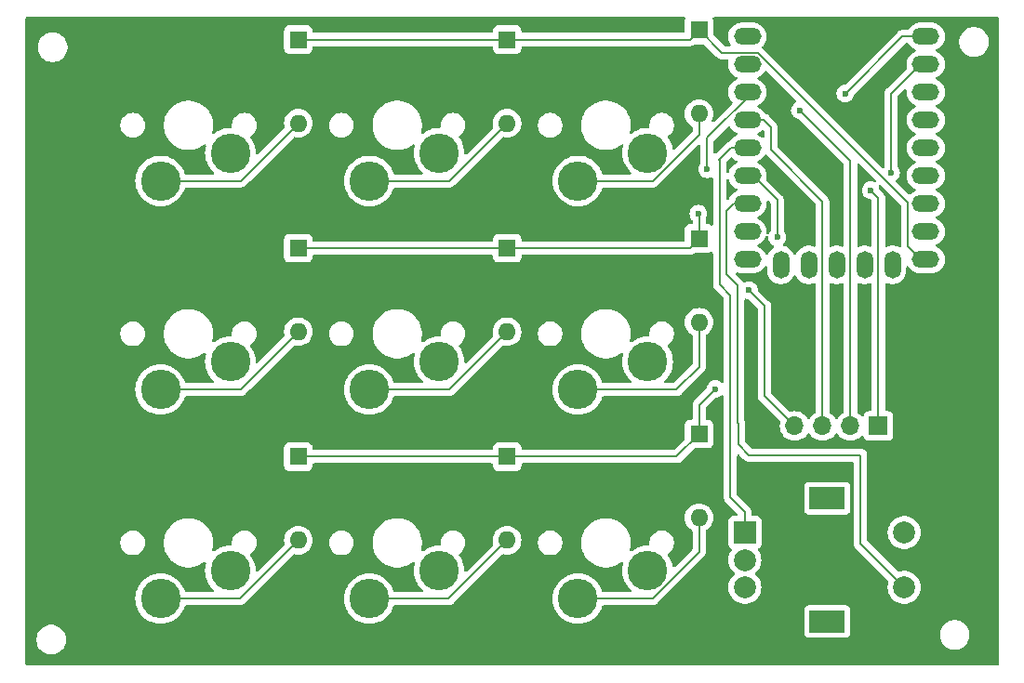
<source format=gtl>
G04 #@! TF.GenerationSoftware,KiCad,Pcbnew,8.0.4*
G04 #@! TF.CreationDate,2024-10-11T00:06:53+05:30*
G04 #@! TF.ProjectId,CoryDora,436f7279-446f-4726-912e-6b696361645f,rev?*
G04 #@! TF.SameCoordinates,Original*
G04 #@! TF.FileFunction,Copper,L1,Top*
G04 #@! TF.FilePolarity,Positive*
%FSLAX46Y46*%
G04 Gerber Fmt 4.6, Leading zero omitted, Abs format (unit mm)*
G04 Created by KiCad (PCBNEW 8.0.4) date 2024-10-11 00:06:53*
%MOMM*%
%LPD*%
G01*
G04 APERTURE LIST*
G04 #@! TA.AperFunction,ComponentPad*
%ADD10C,3.600000*%
G04 #@! TD*
G04 #@! TA.AperFunction,ComponentPad*
%ADD11R,2.000000X2.000000*%
G04 #@! TD*
G04 #@! TA.AperFunction,ComponentPad*
%ADD12C,2.000000*%
G04 #@! TD*
G04 #@! TA.AperFunction,ComponentPad*
%ADD13R,3.200000X2.000000*%
G04 #@! TD*
G04 #@! TA.AperFunction,ComponentPad*
%ADD14R,1.700000X1.700000*%
G04 #@! TD*
G04 #@! TA.AperFunction,ComponentPad*
%ADD15O,1.700000X1.700000*%
G04 #@! TD*
G04 #@! TA.AperFunction,ComponentPad*
%ADD16R,1.600000X1.600000*%
G04 #@! TD*
G04 #@! TA.AperFunction,ComponentPad*
%ADD17O,1.600000X1.600000*%
G04 #@! TD*
G04 #@! TA.AperFunction,ComponentPad*
%ADD18O,2.500000X1.500000*%
G04 #@! TD*
G04 #@! TA.AperFunction,ComponentPad*
%ADD19O,1.500000X2.500000*%
G04 #@! TD*
G04 #@! TA.AperFunction,ViaPad*
%ADD20C,0.600000*%
G04 #@! TD*
G04 #@! TA.AperFunction,Conductor*
%ADD21C,0.200000*%
G04 #@! TD*
G04 APERTURE END LIST*
D10*
X119455000Y-98523262D03*
X113105000Y-101063262D03*
X138455000Y-98523262D03*
X132105000Y-101063262D03*
D11*
X147293400Y-133083462D03*
D12*
X147293400Y-138083462D03*
X147293400Y-135583462D03*
D13*
X154793400Y-129983462D03*
X154793400Y-141183462D03*
D12*
X161793400Y-138083462D03*
X161793400Y-133083462D03*
D10*
X100455000Y-98523262D03*
X94105000Y-101063262D03*
X119455000Y-136573262D03*
X113105000Y-139113262D03*
X100455000Y-117523262D03*
X94105000Y-120063262D03*
X100455000Y-136573262D03*
X94105000Y-139113262D03*
X138455000Y-117523262D03*
X132105000Y-120063262D03*
X138455000Y-136573262D03*
X132105000Y-139113262D03*
D14*
X159445000Y-123383262D03*
D15*
X156905000Y-123383262D03*
X154365000Y-123383262D03*
X151825000Y-123383262D03*
D10*
X119455000Y-117523262D03*
X113105000Y-120063262D03*
D16*
X125645000Y-107173262D03*
D17*
X125645000Y-114793262D03*
D16*
X143125932Y-87312816D03*
D17*
X143125932Y-94932816D03*
D16*
X106645000Y-107173262D03*
D17*
X106645000Y-114793262D03*
D16*
X143125932Y-124122816D03*
D17*
X143125932Y-131742816D03*
D16*
X106645000Y-88173262D03*
D17*
X106645000Y-95793262D03*
D16*
X125645000Y-126173262D03*
D17*
X125645000Y-133793262D03*
D16*
X125645000Y-88173262D03*
D17*
X125645000Y-95793262D03*
D16*
X143125932Y-106312816D03*
D17*
X143125932Y-113932816D03*
D18*
X147525000Y-87887153D03*
X147525000Y-90427153D03*
X147525000Y-92967153D03*
X147525000Y-95507153D03*
X147525000Y-98047153D03*
X147525000Y-100587153D03*
X147525000Y-103127153D03*
X147525000Y-105667153D03*
X147525000Y-108207153D03*
D19*
X150565000Y-108707153D03*
X153105000Y-108707153D03*
X155645000Y-108707153D03*
X158185000Y-108707153D03*
X160725000Y-108707153D03*
D18*
X163765000Y-108207153D03*
X163765000Y-105667153D03*
X163765000Y-103127153D03*
X163765000Y-100587153D03*
X163765000Y-98047153D03*
X163765000Y-95507153D03*
X163765000Y-92967153D03*
X163765000Y-90427153D03*
X163765000Y-87887153D03*
D16*
X106645000Y-126173262D03*
D17*
X106645000Y-133793262D03*
D20*
X143052800Y-104037862D03*
X144602200Y-120014462D03*
X143865600Y-99999262D03*
X147675600Y-111022862D03*
X152298400Y-94639862D03*
X156438600Y-93090462D03*
X158750000Y-101904262D03*
X160604200Y-100304062D03*
X150241000Y-106196862D03*
D21*
X143125932Y-94932816D02*
X143125932Y-96822179D01*
X138884849Y-101063262D02*
X132105000Y-101063262D01*
X143125932Y-96822179D02*
X138884849Y-101063262D01*
X162102800Y-103020029D02*
X162102800Y-107044953D01*
X148459924Y-89377153D02*
X162102800Y-103020029D01*
X142265486Y-88173262D02*
X143125932Y-87312816D01*
X106645000Y-88173262D02*
X125645000Y-88173262D01*
X125645000Y-88173262D02*
X142265486Y-88173262D01*
X145190269Y-89377153D02*
X148459924Y-89377153D01*
X143125932Y-87312816D02*
X145190269Y-89377153D01*
X162102800Y-107044953D02*
X163265000Y-108207153D01*
X125645000Y-95793262D02*
X120375000Y-101063262D01*
X120375000Y-101063262D02*
X113105000Y-101063262D01*
X106645000Y-95793262D02*
X101375000Y-101063262D01*
X101375000Y-101063262D02*
X94105000Y-101063262D01*
X125645000Y-107173262D02*
X142265486Y-107173262D01*
X142265486Y-107173262D02*
X143125932Y-106312816D01*
X143125932Y-106312816D02*
X143125932Y-104110994D01*
X143125932Y-104110994D02*
X143052800Y-104037862D01*
X106645000Y-107173262D02*
X125645000Y-107173262D01*
X132105000Y-120063262D02*
X138884849Y-120063262D01*
X138884849Y-120063262D02*
X138886849Y-120065262D01*
X143125932Y-118010930D02*
X143125932Y-113932816D01*
X138886849Y-120065262D02*
X141071600Y-120065262D01*
X141071600Y-120065262D02*
X143125932Y-118010930D01*
X125645000Y-114793262D02*
X120375000Y-120063262D01*
X120375000Y-120063262D02*
X113105000Y-120063262D01*
X101375000Y-120063262D02*
X94105000Y-120063262D01*
X106645000Y-114793262D02*
X101375000Y-120063262D01*
X106645000Y-126173262D02*
X125645000Y-126173262D01*
X141075486Y-126173262D02*
X143125932Y-124122816D01*
X143125932Y-121490730D02*
X144602200Y-120014462D01*
X125645000Y-126173262D02*
X141075486Y-126173262D01*
X143125932Y-124122816D02*
X143125932Y-121490730D01*
X143125932Y-131742816D02*
X143125932Y-134872179D01*
X143125932Y-134872179D02*
X138884849Y-139113262D01*
X138884849Y-139113262D02*
X132105000Y-139113262D01*
X120325000Y-139113262D02*
X113105000Y-139113262D01*
X125645000Y-133793262D02*
X120325000Y-139113262D01*
X106645000Y-133793262D02*
X101325000Y-139113262D01*
X101325000Y-139113262D02*
X94105000Y-139113262D01*
X143865600Y-97126553D02*
X148025000Y-92967153D01*
X149075000Y-112447662D02*
X147777200Y-111149862D01*
X147777200Y-111149862D02*
X147777200Y-111124462D01*
X147777200Y-111124462D02*
X147675600Y-111022862D01*
X149075000Y-120633262D02*
X149075000Y-112447662D01*
X151825000Y-123383262D02*
X149075000Y-120633262D01*
X143865600Y-99999262D02*
X143865600Y-97126553D01*
X156438600Y-93090462D02*
X161641909Y-87887153D01*
X156905000Y-123383262D02*
X156905000Y-99246462D01*
X156905000Y-99246462D02*
X152298400Y-94639862D01*
X161641909Y-87887153D02*
X163265000Y-87887153D01*
X154365000Y-102902229D02*
X149656800Y-98194029D01*
X154365000Y-123383262D02*
X154365000Y-102902229D01*
X149656800Y-96138462D02*
X149025491Y-95507153D01*
X149656800Y-98194029D02*
X149656800Y-96138462D01*
X149025491Y-95507153D02*
X148025000Y-95507153D01*
X160604200Y-100304062D02*
X160604200Y-93087953D01*
X159445000Y-102599262D02*
X158750000Y-101904262D01*
X159445000Y-123383262D02*
X159445000Y-102599262D01*
X160604200Y-93087953D02*
X163265000Y-90427153D01*
X147293400Y-131213462D02*
X145975000Y-129895062D01*
X145975000Y-111455862D02*
X144983200Y-110464062D01*
X144983200Y-110464062D02*
X144983200Y-99186462D01*
X145975000Y-129895062D02*
X145975000Y-111455862D01*
X144983200Y-99186462D02*
X144932400Y-99135662D01*
X144932400Y-99135662D02*
X146020909Y-98047153D01*
X146020909Y-98047153D02*
X148025000Y-98047153D01*
X147293400Y-131213462D02*
X147293400Y-133083462D01*
X150241000Y-102803153D02*
X148025000Y-100587153D01*
X150241000Y-106196862D02*
X150241000Y-102803153D01*
X147650200Y-126034262D02*
X146685000Y-125069062D01*
X146274909Y-103127153D02*
X148025000Y-103127153D01*
X145643600Y-103758462D02*
X146274909Y-103127153D01*
X161793400Y-138083462D02*
X157810200Y-134100262D01*
X145643600Y-109575062D02*
X145643600Y-103758462D01*
X146659600Y-110591062D02*
X145643600Y-109575062D01*
X146659600Y-123087862D02*
X146659600Y-110591062D01*
X146685000Y-125069062D02*
X146685000Y-123113262D01*
X146685000Y-123113262D02*
X146659600Y-123087862D01*
X157810200Y-126034262D02*
X147650200Y-126034262D01*
X157810200Y-134100262D02*
X157810200Y-126034262D01*
G04 #@! TA.AperFunction,NonConductor*
G36*
X148975634Y-96427507D02*
G01*
X149031567Y-96469379D01*
X149055984Y-96534843D01*
X149056300Y-96543689D01*
X149056300Y-97010617D01*
X149036615Y-97077656D01*
X148983811Y-97123411D01*
X148914653Y-97133355D01*
X148851097Y-97104330D01*
X148844619Y-97098298D01*
X148839648Y-97093327D01*
X148839646Y-97093325D01*
X148758791Y-97034580D01*
X148680403Y-96977627D01*
X148503787Y-96887638D01*
X148452990Y-96839664D01*
X148436195Y-96771843D01*
X148458732Y-96705708D01*
X148503787Y-96666668D01*
X148680403Y-96576678D01*
X148680402Y-96576678D01*
X148680405Y-96576677D01*
X148839646Y-96460981D01*
X148844619Y-96456008D01*
X148905942Y-96422523D01*
X148975634Y-96427507D01*
G37*
G04 #@! TD.AperFunction*
G04 #@! TA.AperFunction,NonConductor*
G36*
X145872428Y-96071472D02*
G01*
X145928361Y-96113344D01*
X145939578Y-96131358D01*
X145955474Y-96162555D01*
X145955476Y-96162558D01*
X146071172Y-96321799D01*
X146210354Y-96460981D01*
X146369595Y-96576677D01*
X146478960Y-96632401D01*
X146546213Y-96666668D01*
X146597009Y-96714642D01*
X146613804Y-96782463D01*
X146591267Y-96848598D01*
X146546213Y-96887638D01*
X146369594Y-96977629D01*
X146291209Y-97034580D01*
X146210354Y-97093325D01*
X146210352Y-97093327D01*
X146210351Y-97093327D01*
X146071174Y-97232504D01*
X146071174Y-97232505D01*
X146071172Y-97232507D01*
X146013324Y-97312127D01*
X145955474Y-97391750D01*
X145950292Y-97401920D01*
X145902316Y-97452714D01*
X145871906Y-97465394D01*
X145789124Y-97487576D01*
X145789122Y-97487576D01*
X145789118Y-97487578D01*
X145739005Y-97516512D01*
X145739004Y-97516513D01*
X145695598Y-97541573D01*
X145652194Y-97566632D01*
X145652191Y-97566634D01*
X144677781Y-98541045D01*
X144616458Y-98574530D01*
X144546766Y-98569546D01*
X144490833Y-98527674D01*
X144466416Y-98462210D01*
X144466100Y-98453364D01*
X144466100Y-97426649D01*
X144485785Y-97359610D01*
X144502414Y-97338973D01*
X145741415Y-96099971D01*
X145802736Y-96066488D01*
X145872428Y-96071472D01*
G37*
G04 #@! TD.AperFunction*
G04 #@! TA.AperFunction,NonConductor*
G36*
X146106667Y-98913141D02*
G01*
X146151015Y-98941642D01*
X146210354Y-99000981D01*
X146369595Y-99116677D01*
X146492992Y-99179550D01*
X146546213Y-99206668D01*
X146597009Y-99254642D01*
X146613804Y-99322463D01*
X146591267Y-99388598D01*
X146546213Y-99427638D01*
X146369594Y-99517629D01*
X146329776Y-99546559D01*
X146210354Y-99633325D01*
X146210352Y-99633327D01*
X146210351Y-99633327D01*
X146071174Y-99772504D01*
X146071174Y-99772505D01*
X146071172Y-99772507D01*
X146022429Y-99839595D01*
X145955476Y-99931747D01*
X145866117Y-100107123D01*
X145825631Y-100231727D01*
X145786193Y-100289402D01*
X145721834Y-100316600D01*
X145652988Y-100304685D01*
X145601512Y-100257441D01*
X145583700Y-100193408D01*
X145583700Y-99384958D01*
X145603385Y-99317919D01*
X145620015Y-99297281D01*
X145975655Y-98941640D01*
X146036976Y-98908157D01*
X146106667Y-98913141D01*
G37*
G04 #@! TD.AperFunction*
G04 #@! TA.AperFunction,NonConductor*
G36*
X161939991Y-92703908D02*
G01*
X161995925Y-92745779D01*
X162020342Y-92811244D01*
X162019132Y-92839486D01*
X162014500Y-92868734D01*
X162014500Y-93065575D01*
X162045290Y-93259979D01*
X162106117Y-93447182D01*
X162180275Y-93592724D01*
X162195476Y-93622558D01*
X162311172Y-93781799D01*
X162450354Y-93920981D01*
X162609595Y-94036677D01*
X162721459Y-94093674D01*
X162786213Y-94126668D01*
X162837009Y-94174642D01*
X162853804Y-94242463D01*
X162831267Y-94308598D01*
X162786213Y-94347638D01*
X162609594Y-94437629D01*
X162542578Y-94486320D01*
X162450354Y-94553325D01*
X162450352Y-94553327D01*
X162450351Y-94553327D01*
X162311174Y-94692504D01*
X162311174Y-94692505D01*
X162311172Y-94692507D01*
X162301283Y-94706118D01*
X162195476Y-94851747D01*
X162106117Y-95027123D01*
X162045290Y-95214326D01*
X162014500Y-95408730D01*
X162014500Y-95605575D01*
X162045290Y-95799979D01*
X162106117Y-95987182D01*
X162179275Y-96130761D01*
X162195476Y-96162558D01*
X162311172Y-96321799D01*
X162450354Y-96460981D01*
X162609595Y-96576677D01*
X162718960Y-96632401D01*
X162786213Y-96666668D01*
X162837009Y-96714642D01*
X162853804Y-96782463D01*
X162831267Y-96848598D01*
X162786213Y-96887638D01*
X162609594Y-96977629D01*
X162531209Y-97034580D01*
X162450354Y-97093325D01*
X162450352Y-97093327D01*
X162450351Y-97093327D01*
X162311174Y-97232504D01*
X162311174Y-97232505D01*
X162311172Y-97232507D01*
X162261485Y-97300894D01*
X162195476Y-97391747D01*
X162106117Y-97567123D01*
X162045290Y-97754326D01*
X162014500Y-97948730D01*
X162014500Y-98145575D01*
X162045290Y-98339979D01*
X162106117Y-98527182D01*
X162195476Y-98702558D01*
X162311172Y-98861799D01*
X162450354Y-99000981D01*
X162609595Y-99116677D01*
X162732992Y-99179550D01*
X162786213Y-99206668D01*
X162837009Y-99254642D01*
X162853804Y-99322463D01*
X162831267Y-99388598D01*
X162786213Y-99427638D01*
X162609594Y-99517629D01*
X162569776Y-99546559D01*
X162450354Y-99633325D01*
X162450352Y-99633327D01*
X162450351Y-99633327D01*
X162311174Y-99772504D01*
X162311174Y-99772505D01*
X162311172Y-99772507D01*
X162262429Y-99839595D01*
X162195476Y-99931747D01*
X162106117Y-100107123D01*
X162045290Y-100294326D01*
X162014500Y-100488730D01*
X162014500Y-100685575D01*
X162045290Y-100879979D01*
X162106117Y-101067182D01*
X162160483Y-101173880D01*
X162195476Y-101242558D01*
X162311172Y-101401799D01*
X162450354Y-101540981D01*
X162609595Y-101656677D01*
X162732992Y-101719550D01*
X162786213Y-101746668D01*
X162837009Y-101794642D01*
X162853804Y-101862463D01*
X162831267Y-101928598D01*
X162786213Y-101967638D01*
X162609594Y-102057629D01*
X162450355Y-102173324D01*
X162365523Y-102258156D01*
X162304199Y-102291640D01*
X162234508Y-102286656D01*
X162190161Y-102258155D01*
X161068666Y-101136660D01*
X161035181Y-101075337D01*
X161040165Y-101005645D01*
X161082037Y-100949712D01*
X161090359Y-100943995D01*
X161106462Y-100933878D01*
X161234016Y-100806324D01*
X161329989Y-100653584D01*
X161389568Y-100483317D01*
X161395242Y-100432957D01*
X161409765Y-100304065D01*
X161409765Y-100304058D01*
X161389569Y-100124812D01*
X161389568Y-100124807D01*
X161345638Y-99999262D01*
X161329989Y-99954540D01*
X161312510Y-99926723D01*
X161234013Y-99801796D01*
X161231750Y-99798958D01*
X161230859Y-99796777D01*
X161230311Y-99795904D01*
X161230464Y-99795807D01*
X161205344Y-99734271D01*
X161204700Y-99721649D01*
X161204700Y-93388049D01*
X161224385Y-93321010D01*
X161241015Y-93300372D01*
X161808980Y-92732407D01*
X161870300Y-92698924D01*
X161939991Y-92703908D01*
G37*
G04 #@! TD.AperFunction*
G04 #@! TA.AperFunction,NonConductor*
G36*
X145788903Y-100887184D02*
G01*
X145825630Y-100942577D01*
X145841587Y-100991686D01*
X145866117Y-101067182D01*
X145920483Y-101173880D01*
X145955476Y-101242558D01*
X146071172Y-101401799D01*
X146210354Y-101540981D01*
X146369595Y-101656677D01*
X146492992Y-101719550D01*
X146546213Y-101746668D01*
X146597009Y-101794642D01*
X146613804Y-101862463D01*
X146591267Y-101928598D01*
X146546213Y-101967638D01*
X146369594Y-102057629D01*
X146333963Y-102083517D01*
X146210354Y-102173325D01*
X146210352Y-102173327D01*
X146210351Y-102173327D01*
X146071174Y-102312504D01*
X146071174Y-102312505D01*
X146071172Y-102312507D01*
X146031238Y-102367471D01*
X145955476Y-102471747D01*
X145866117Y-102647124D01*
X145866113Y-102647134D01*
X145856263Y-102677449D01*
X145826015Y-102726809D01*
X145795381Y-102757443D01*
X145734060Y-102790929D01*
X145664368Y-102785945D01*
X145608434Y-102744075D01*
X145584016Y-102678611D01*
X145583700Y-102669763D01*
X145583700Y-100980897D01*
X145603385Y-100913858D01*
X145656189Y-100868103D01*
X145725347Y-100858159D01*
X145788903Y-100887184D01*
G37*
G04 #@! TD.AperFunction*
G04 #@! TA.AperFunction,NonConductor*
G36*
X149458882Y-102874828D02*
G01*
X149481022Y-102892410D01*
X149604181Y-103015569D01*
X149637666Y-103076892D01*
X149640500Y-103103250D01*
X149640500Y-105614449D01*
X149620815Y-105681488D01*
X149613450Y-105691758D01*
X149611186Y-105694596D01*
X149515209Y-105847341D01*
X149508656Y-105866070D01*
X149467933Y-105922846D01*
X149402980Y-105948592D01*
X149334419Y-105935135D01*
X149284017Y-105886747D01*
X149267776Y-105818791D01*
X149269142Y-105805715D01*
X149275500Y-105765574D01*
X149275500Y-105568730D01*
X149244709Y-105374326D01*
X149183882Y-105187123D01*
X149113435Y-105048864D01*
X149094524Y-105011748D01*
X148978828Y-104852507D01*
X148839646Y-104713325D01*
X148760025Y-104655477D01*
X148680403Y-104597627D01*
X148503787Y-104507638D01*
X148452990Y-104459664D01*
X148436195Y-104391843D01*
X148458732Y-104325708D01*
X148503787Y-104286668D01*
X148680403Y-104196678D01*
X148680402Y-104196678D01*
X148680405Y-104196677D01*
X148839646Y-104080981D01*
X148978828Y-103941799D01*
X149094524Y-103782558D01*
X149183884Y-103607178D01*
X149244709Y-103419979D01*
X149260524Y-103320126D01*
X149275500Y-103225575D01*
X149275500Y-103028733D01*
X149270868Y-102999491D01*
X149279822Y-102930197D01*
X149324817Y-102876745D01*
X149391568Y-102856104D01*
X149458882Y-102874828D01*
G37*
G04 #@! TD.AperFunction*
G04 #@! TA.AperFunction,NonConductor*
G36*
X157710703Y-99477613D02*
G01*
X157717181Y-99483645D01*
X159196051Y-100962515D01*
X159229536Y-101023838D01*
X159224552Y-101093530D01*
X159182680Y-101149463D01*
X159117216Y-101173880D01*
X159067416Y-101167238D01*
X158929257Y-101118894D01*
X158929249Y-101118892D01*
X158750004Y-101098697D01*
X158749996Y-101098697D01*
X158570750Y-101118892D01*
X158570745Y-101118893D01*
X158400476Y-101178473D01*
X158247737Y-101274446D01*
X158120184Y-101401999D01*
X158024211Y-101554738D01*
X157964631Y-101725007D01*
X157964630Y-101725012D01*
X157944435Y-101904258D01*
X157944435Y-101904265D01*
X157964630Y-102083511D01*
X157964631Y-102083516D01*
X158024211Y-102253785D01*
X158085368Y-102351115D01*
X158120184Y-102406524D01*
X158247738Y-102534078D01*
X158400478Y-102630051D01*
X158570745Y-102689630D01*
X158657669Y-102699423D01*
X158722080Y-102726488D01*
X158731465Y-102734962D01*
X158808181Y-102811678D01*
X158841666Y-102873001D01*
X158844500Y-102899359D01*
X158844500Y-106937366D01*
X158824815Y-107004405D01*
X158772011Y-107050160D01*
X158702853Y-107060104D01*
X158669752Y-107049609D01*
X158669534Y-107050136D01*
X158665035Y-107048272D01*
X158477826Y-106987443D01*
X158283422Y-106956653D01*
X158283417Y-106956653D01*
X158086583Y-106956653D01*
X158086578Y-106956653D01*
X157892173Y-106987443D01*
X157746300Y-107034841D01*
X157704975Y-107048269D01*
X157704972Y-107048270D01*
X157704970Y-107048271D01*
X157685793Y-107058042D01*
X157617123Y-107070937D01*
X157552383Y-107044659D01*
X157512127Y-106987552D01*
X157505500Y-106947556D01*
X157505500Y-99571326D01*
X157525185Y-99504287D01*
X157577989Y-99458532D01*
X157647147Y-99448588D01*
X157710703Y-99477613D01*
G37*
G04 #@! TD.AperFunction*
G04 #@! TA.AperFunction,NonConductor*
G36*
X149281413Y-91048634D02*
G01*
X149289934Y-91056398D01*
X151960974Y-93727438D01*
X151994459Y-93788761D01*
X151989475Y-93858453D01*
X151947603Y-93914386D01*
X151939265Y-93920113D01*
X151796137Y-94010046D01*
X151668584Y-94137599D01*
X151572611Y-94290338D01*
X151513031Y-94460607D01*
X151513030Y-94460612D01*
X151492835Y-94639858D01*
X151492835Y-94639865D01*
X151513030Y-94819111D01*
X151513031Y-94819116D01*
X151572611Y-94989385D01*
X151596324Y-95027123D01*
X151668584Y-95142124D01*
X151796138Y-95269678D01*
X151948878Y-95365651D01*
X152119145Y-95425230D01*
X152206069Y-95435023D01*
X152270480Y-95462088D01*
X152279865Y-95470562D01*
X156268181Y-99458878D01*
X156301666Y-99520201D01*
X156304500Y-99546559D01*
X156304500Y-106937366D01*
X156284815Y-107004405D01*
X156232011Y-107050160D01*
X156162853Y-107060104D01*
X156129752Y-107049609D01*
X156129534Y-107050136D01*
X156125035Y-107048272D01*
X155937826Y-106987443D01*
X155743422Y-106956653D01*
X155743417Y-106956653D01*
X155546583Y-106956653D01*
X155546578Y-106956653D01*
X155352173Y-106987443D01*
X155206300Y-107034841D01*
X155164975Y-107048269D01*
X155164972Y-107048270D01*
X155164970Y-107048271D01*
X155145793Y-107058042D01*
X155077123Y-107070937D01*
X155012383Y-107044659D01*
X154972127Y-106987552D01*
X154965500Y-106947556D01*
X154965500Y-102823173D01*
X154965499Y-102823167D01*
X154956142Y-102788245D01*
X154924577Y-102670444D01*
X154877775Y-102589381D01*
X154845520Y-102533513D01*
X154733716Y-102421709D01*
X154733715Y-102421708D01*
X154729385Y-102417378D01*
X154729374Y-102417368D01*
X150293619Y-97981613D01*
X150260134Y-97920290D01*
X150257300Y-97893932D01*
X150257300Y-96227522D01*
X150257301Y-96227509D01*
X150257301Y-96059406D01*
X150223393Y-95932863D01*
X150216377Y-95906678D01*
X150154775Y-95799979D01*
X150137324Y-95769752D01*
X150137318Y-95769744D01*
X149513081Y-95145508D01*
X149513079Y-95145505D01*
X149394208Y-95026634D01*
X149394207Y-95026633D01*
X149307395Y-94976513D01*
X149307395Y-94976512D01*
X149307391Y-94976511D01*
X149257276Y-94947576D01*
X149257275Y-94947575D01*
X149257274Y-94947575D01*
X149257273Y-94947574D01*
X149178663Y-94926510D01*
X149119003Y-94890145D01*
X149100274Y-94863032D01*
X149094525Y-94851750D01*
X149094523Y-94851747D01*
X148978828Y-94692507D01*
X148839646Y-94553325D01*
X148747419Y-94486318D01*
X148680403Y-94437627D01*
X148503787Y-94347638D01*
X148452990Y-94299664D01*
X148436195Y-94231843D01*
X148458732Y-94165708D01*
X148503787Y-94126668D01*
X148680403Y-94036678D01*
X148680402Y-94036678D01*
X148680405Y-94036677D01*
X148839646Y-93920981D01*
X148978828Y-93781799D01*
X149094524Y-93622558D01*
X149183884Y-93447178D01*
X149244709Y-93259979D01*
X149257852Y-93176999D01*
X149275500Y-93065575D01*
X149275500Y-92868730D01*
X149244709Y-92674326D01*
X149183882Y-92487123D01*
X149094523Y-92311747D01*
X148978828Y-92152507D01*
X148839646Y-92013325D01*
X148760025Y-91955477D01*
X148680403Y-91897627D01*
X148503787Y-91807638D01*
X148452990Y-91759664D01*
X148436195Y-91691843D01*
X148458732Y-91625708D01*
X148503787Y-91586668D01*
X148680403Y-91496678D01*
X148680402Y-91496678D01*
X148680405Y-91496677D01*
X148839646Y-91380981D01*
X148978828Y-91241799D01*
X149094524Y-91082558D01*
X149094530Y-91082545D01*
X149096514Y-91079308D01*
X149148318Y-91032423D01*
X149217245Y-91020989D01*
X149281413Y-91048634D01*
G37*
G04 #@! TD.AperFunction*
G04 #@! TA.AperFunction,NonConductor*
G36*
X159649759Y-101430617D02*
G01*
X159691746Y-101458210D01*
X161465981Y-103232445D01*
X161499466Y-103293768D01*
X161502300Y-103320126D01*
X161502300Y-106958283D01*
X161502299Y-106958301D01*
X161502299Y-106997387D01*
X161482614Y-107064426D01*
X161429810Y-107110181D01*
X161360652Y-107120125D01*
X161322005Y-107107872D01*
X161205032Y-107048271D01*
X161017826Y-106987443D01*
X160823422Y-106956653D01*
X160823417Y-106956653D01*
X160626583Y-106956653D01*
X160626578Y-106956653D01*
X160432173Y-106987443D01*
X160286300Y-107034841D01*
X160244975Y-107048269D01*
X160244972Y-107048270D01*
X160244970Y-107048271D01*
X160225793Y-107058042D01*
X160157123Y-107070937D01*
X160092383Y-107044659D01*
X160052127Y-106987552D01*
X160045500Y-106947556D01*
X160045500Y-102520207D01*
X160045500Y-102520205D01*
X160004577Y-102367478D01*
X159978685Y-102322631D01*
X159925524Y-102230552D01*
X159925521Y-102230548D01*
X159925520Y-102230546D01*
X159813716Y-102118742D01*
X159813715Y-102118741D01*
X159809385Y-102114411D01*
X159809374Y-102114401D01*
X159580700Y-101885727D01*
X159547215Y-101824404D01*
X159545163Y-101811948D01*
X159535368Y-101725007D01*
X159487022Y-101586844D01*
X159483462Y-101517067D01*
X159518191Y-101456439D01*
X159580184Y-101424212D01*
X159649759Y-101430617D01*
G37*
G04 #@! TD.AperFunction*
G04 #@! TA.AperFunction,NonConductor*
G36*
X149276103Y-98666349D02*
G01*
X149276254Y-98666124D01*
X149276257Y-98666126D01*
X149277001Y-98666736D01*
X149281419Y-98668640D01*
X149289934Y-98676399D01*
X149295149Y-98681614D01*
X149295155Y-98681619D01*
X153728181Y-103114645D01*
X153761666Y-103175968D01*
X153764500Y-103202326D01*
X153764500Y-106937366D01*
X153744815Y-107004405D01*
X153692011Y-107050160D01*
X153622853Y-107060104D01*
X153589752Y-107049609D01*
X153589534Y-107050136D01*
X153585035Y-107048272D01*
X153397826Y-106987443D01*
X153203422Y-106956653D01*
X153203417Y-106956653D01*
X153006583Y-106956653D01*
X153006578Y-106956653D01*
X152812173Y-106987443D01*
X152624970Y-107048270D01*
X152449594Y-107137629D01*
X152358741Y-107203638D01*
X152290354Y-107253325D01*
X152290352Y-107253327D01*
X152290351Y-107253327D01*
X152151174Y-107392504D01*
X152151174Y-107392505D01*
X152151172Y-107392507D01*
X152101485Y-107460894D01*
X152035476Y-107551747D01*
X151945485Y-107728366D01*
X151897511Y-107779162D01*
X151829690Y-107795957D01*
X151763555Y-107773420D01*
X151724515Y-107728366D01*
X151684399Y-107649634D01*
X151634524Y-107551748D01*
X151518828Y-107392507D01*
X151379646Y-107253325D01*
X151220405Y-107137629D01*
X151193676Y-107124010D01*
X151045029Y-107048270D01*
X150857826Y-106987443D01*
X150853098Y-106986309D01*
X150853516Y-106984563D01*
X150797346Y-106957915D01*
X150760432Y-106898592D01*
X150761451Y-106828730D01*
X150792221Y-106777718D01*
X150870816Y-106699124D01*
X150966789Y-106546384D01*
X151026368Y-106376117D01*
X151032083Y-106325397D01*
X151046565Y-106196865D01*
X151046565Y-106196858D01*
X151026369Y-106017612D01*
X151026368Y-106017607D01*
X151006203Y-105959979D01*
X150966789Y-105847340D01*
X150948850Y-105818791D01*
X150933645Y-105794592D01*
X150870816Y-105694600D01*
X150870814Y-105694598D01*
X150870813Y-105694596D01*
X150868550Y-105691758D01*
X150867659Y-105689577D01*
X150867111Y-105688704D01*
X150867264Y-105688607D01*
X150842144Y-105627071D01*
X150841500Y-105614449D01*
X150841500Y-102724096D01*
X150841499Y-102724092D01*
X150829313Y-102678611D01*
X150827125Y-102670445D01*
X150800577Y-102571368D01*
X150740160Y-102466723D01*
X150721520Y-102434437D01*
X150609716Y-102322633D01*
X150609715Y-102322632D01*
X150605385Y-102318302D01*
X150605374Y-102318292D01*
X149278768Y-100991686D01*
X149245283Y-100930363D01*
X149243976Y-100884607D01*
X149275500Y-100685575D01*
X149275500Y-100488730D01*
X149244709Y-100294326D01*
X149207080Y-100178517D01*
X149183884Y-100107128D01*
X149183882Y-100107125D01*
X149183882Y-100107123D01*
X149094523Y-99931747D01*
X149090873Y-99926723D01*
X148978828Y-99772507D01*
X148839646Y-99633325D01*
X148720224Y-99546559D01*
X148680403Y-99517627D01*
X148503787Y-99427638D01*
X148452990Y-99379664D01*
X148436195Y-99311843D01*
X148458732Y-99245708D01*
X148503787Y-99206668D01*
X148680403Y-99116678D01*
X148680402Y-99116678D01*
X148680405Y-99116677D01*
X148839646Y-99000981D01*
X148978828Y-98861799D01*
X149094524Y-98702558D01*
X149094528Y-98702548D01*
X149096518Y-98699303D01*
X149148324Y-98652421D01*
X149217253Y-98640991D01*
X149276103Y-98666349D01*
G37*
G04 #@! TD.AperFunction*
G04 #@! TA.AperFunction,NonConductor*
G36*
X149372010Y-106026557D02*
G01*
X149423487Y-106073800D01*
X149441249Y-106141375D01*
X149440521Y-106151716D01*
X149436153Y-106190487D01*
X149435436Y-106196858D01*
X149435435Y-106196863D01*
X149435435Y-106196865D01*
X149455630Y-106376111D01*
X149455631Y-106376116D01*
X149515211Y-106546385D01*
X149562083Y-106620981D01*
X149611184Y-106699124D01*
X149738738Y-106826678D01*
X149883524Y-106917653D01*
X149891480Y-106922652D01*
X149893331Y-106923544D01*
X149894320Y-106924437D01*
X149897374Y-106926356D01*
X149897037Y-106926890D01*
X149945190Y-106970368D01*
X149963501Y-107037795D01*
X149942452Y-107104419D01*
X149912413Y-107135581D01*
X149750352Y-107253326D01*
X149611174Y-107392504D01*
X149611174Y-107392505D01*
X149611172Y-107392507D01*
X149561485Y-107460894D01*
X149495476Y-107551747D01*
X149405485Y-107728366D01*
X149357511Y-107779162D01*
X149289690Y-107795957D01*
X149223555Y-107773420D01*
X149184515Y-107728366D01*
X149144399Y-107649634D01*
X149094524Y-107551748D01*
X148978828Y-107392507D01*
X148839646Y-107253325D01*
X148684500Y-107140604D01*
X148680403Y-107137627D01*
X148503787Y-107047638D01*
X148452990Y-106999664D01*
X148436195Y-106931843D01*
X148458732Y-106865708D01*
X148503787Y-106826668D01*
X148680403Y-106736678D01*
X148680402Y-106736678D01*
X148680405Y-106736677D01*
X148839646Y-106620981D01*
X148978828Y-106481799D01*
X149094524Y-106322558D01*
X149183884Y-106147178D01*
X149199370Y-106099515D01*
X149238805Y-106041842D01*
X149303164Y-106014643D01*
X149372010Y-106026557D01*
G37*
G04 #@! TD.AperFunction*
G04 #@! TA.AperFunction,NonConductor*
G36*
X157685795Y-110356264D02*
G01*
X157704975Y-110366037D01*
X157832844Y-110407584D01*
X157892173Y-110426862D01*
X158086578Y-110457653D01*
X158086583Y-110457653D01*
X158283422Y-110457653D01*
X158477826Y-110426862D01*
X158665025Y-110366037D01*
X158665029Y-110366034D01*
X158665035Y-110366033D01*
X158669534Y-110364170D01*
X158670029Y-110365366D01*
X158732848Y-110353555D01*
X158797594Y-110379818D01*
X158837863Y-110436915D01*
X158844500Y-110476939D01*
X158844500Y-121908762D01*
X158824815Y-121975801D01*
X158772011Y-122021556D01*
X158720501Y-122032762D01*
X158547130Y-122032762D01*
X158547123Y-122032763D01*
X158487516Y-122039170D01*
X158352671Y-122089464D01*
X158352664Y-122089468D01*
X158237455Y-122175714D01*
X158237452Y-122175717D01*
X158151206Y-122290926D01*
X158151203Y-122290931D01*
X158102189Y-122422345D01*
X158060317Y-122478278D01*
X157994853Y-122502695D01*
X157926580Y-122487843D01*
X157898326Y-122466692D01*
X157776402Y-122344768D01*
X157776395Y-122344763D01*
X157582831Y-122209227D01*
X157582826Y-122209224D01*
X157577091Y-122206550D01*
X157524653Y-122160375D01*
X157505500Y-122094170D01*
X157505500Y-110466749D01*
X157525185Y-110399710D01*
X157577989Y-110353955D01*
X157647147Y-110344011D01*
X157685795Y-110356264D01*
G37*
G04 #@! TD.AperFunction*
G04 #@! TA.AperFunction,NonConductor*
G36*
X155145795Y-110356264D02*
G01*
X155164975Y-110366037D01*
X155292844Y-110407584D01*
X155352173Y-110426862D01*
X155546578Y-110457653D01*
X155546583Y-110457653D01*
X155743422Y-110457653D01*
X155937826Y-110426862D01*
X156125025Y-110366037D01*
X156125029Y-110366034D01*
X156125035Y-110366033D01*
X156129534Y-110364170D01*
X156130029Y-110365366D01*
X156192848Y-110353555D01*
X156257594Y-110379818D01*
X156297863Y-110436915D01*
X156304500Y-110476939D01*
X156304500Y-122094170D01*
X156284815Y-122161209D01*
X156232914Y-122206548D01*
X156227173Y-122209225D01*
X156227169Y-122209227D01*
X156033597Y-122344767D01*
X155866505Y-122511859D01*
X155736575Y-122697420D01*
X155681998Y-122741045D01*
X155612500Y-122748239D01*
X155550145Y-122716716D01*
X155533425Y-122697420D01*
X155403494Y-122511859D01*
X155236402Y-122344768D01*
X155236395Y-122344763D01*
X155042831Y-122209227D01*
X155042826Y-122209224D01*
X155037091Y-122206550D01*
X154984653Y-122160375D01*
X154965500Y-122094170D01*
X154965500Y-110466749D01*
X154985185Y-110399710D01*
X155037989Y-110353955D01*
X155107147Y-110344011D01*
X155145795Y-110356264D01*
G37*
G04 #@! TD.AperFunction*
G04 #@! TA.AperFunction,NonConductor*
G36*
X149276921Y-108852496D02*
G01*
X149311278Y-108913335D01*
X149314500Y-108941420D01*
X149314500Y-109305575D01*
X149345290Y-109499979D01*
X149406117Y-109687182D01*
X149495475Y-109862556D01*
X149495476Y-109862558D01*
X149611172Y-110021799D01*
X149750354Y-110160981D01*
X149909595Y-110276677D01*
X149955552Y-110300093D01*
X150084970Y-110366035D01*
X150084972Y-110366035D01*
X150084975Y-110366037D01*
X150168100Y-110393046D01*
X150272173Y-110426862D01*
X150466578Y-110457653D01*
X150466583Y-110457653D01*
X150663422Y-110457653D01*
X150857826Y-110426862D01*
X151045025Y-110366037D01*
X151220405Y-110276677D01*
X151379646Y-110160981D01*
X151518828Y-110021799D01*
X151634524Y-109862558D01*
X151723884Y-109687178D01*
X151724515Y-109685940D01*
X151772489Y-109635143D01*
X151840310Y-109618348D01*
X151906445Y-109640885D01*
X151945485Y-109685940D01*
X152035474Y-109862556D01*
X152070234Y-109910399D01*
X152151172Y-110021799D01*
X152290354Y-110160981D01*
X152449595Y-110276677D01*
X152495552Y-110300093D01*
X152624970Y-110366035D01*
X152624972Y-110366035D01*
X152624975Y-110366037D01*
X152708100Y-110393046D01*
X152812173Y-110426862D01*
X153006578Y-110457653D01*
X153006583Y-110457653D01*
X153203422Y-110457653D01*
X153397826Y-110426862D01*
X153585025Y-110366037D01*
X153585029Y-110366034D01*
X153585035Y-110366033D01*
X153589534Y-110364170D01*
X153590029Y-110365366D01*
X153652848Y-110353555D01*
X153717594Y-110379818D01*
X153757863Y-110436915D01*
X153764500Y-110476939D01*
X153764500Y-122094170D01*
X153744815Y-122161209D01*
X153692914Y-122206548D01*
X153687173Y-122209225D01*
X153687169Y-122209227D01*
X153493597Y-122344767D01*
X153326505Y-122511859D01*
X153196575Y-122697420D01*
X153141998Y-122741045D01*
X153072500Y-122748239D01*
X153010145Y-122716716D01*
X152993425Y-122697420D01*
X152863494Y-122511859D01*
X152696402Y-122344768D01*
X152696395Y-122344763D01*
X152502834Y-122209229D01*
X152502830Y-122209227D01*
X152468458Y-122193199D01*
X152288663Y-122109359D01*
X152288659Y-122109358D01*
X152288655Y-122109356D01*
X152060413Y-122048200D01*
X152060403Y-122048198D01*
X151825001Y-122027603D01*
X151824999Y-122027603D01*
X151589596Y-122048198D01*
X151589583Y-122048201D01*
X151461241Y-122082589D01*
X151391392Y-122080926D01*
X151341468Y-122050495D01*
X149711819Y-120420846D01*
X149678334Y-120359523D01*
X149675500Y-120333165D01*
X149675500Y-112368607D01*
X149675500Y-112368605D01*
X149634577Y-112215878D01*
X149634573Y-112215871D01*
X149555524Y-112078952D01*
X149555521Y-112078948D01*
X149555520Y-112078946D01*
X149443716Y-111967142D01*
X149443715Y-111967141D01*
X149439385Y-111962811D01*
X149439374Y-111962801D01*
X148509526Y-111032953D01*
X148476041Y-110971630D01*
X148473987Y-110959155D01*
X148460969Y-110843612D01*
X148460968Y-110843607D01*
X148409265Y-110695848D01*
X148401389Y-110673340D01*
X148305416Y-110520600D01*
X148177862Y-110393046D01*
X148165065Y-110385005D01*
X148025123Y-110297073D01*
X147854854Y-110237493D01*
X147854849Y-110237492D01*
X147675604Y-110217297D01*
X147675596Y-110217297D01*
X147496350Y-110237492D01*
X147496337Y-110237495D01*
X147326078Y-110297072D01*
X147319806Y-110300093D01*
X147318665Y-110297724D01*
X147262992Y-110313433D01*
X147196165Y-110293040D01*
X147156918Y-110251440D01*
X147140122Y-110222349D01*
X147140121Y-110222348D01*
X147140120Y-110222346D01*
X147028316Y-110110542D01*
X147028315Y-110110541D01*
X147023985Y-110106211D01*
X147023974Y-110106201D01*
X146523328Y-109605555D01*
X146489843Y-109544232D01*
X146494827Y-109474540D01*
X146536699Y-109418607D01*
X146602163Y-109394190D01*
X146649325Y-109399942D01*
X146701212Y-109416801D01*
X146732173Y-109426862D01*
X146926578Y-109457653D01*
X146926583Y-109457653D01*
X148123422Y-109457653D01*
X148317826Y-109426862D01*
X148343232Y-109418607D01*
X148505025Y-109366037D01*
X148680405Y-109276677D01*
X148839646Y-109160981D01*
X148978828Y-109021799D01*
X149090182Y-108868533D01*
X149145512Y-108825869D01*
X149215126Y-108819890D01*
X149276921Y-108852496D01*
G37*
G04 #@! TD.AperFunction*
G04 #@! TA.AperFunction,NonConductor*
G36*
X141825455Y-86143047D02*
G01*
X141871210Y-86195851D01*
X141881154Y-86265009D01*
X141874598Y-86290695D01*
X141831840Y-86405333D01*
X141825433Y-86464932D01*
X141825432Y-86464943D01*
X141825432Y-87015717D01*
X141825433Y-87448762D01*
X141805749Y-87515801D01*
X141752945Y-87561556D01*
X141701433Y-87572762D01*
X127069499Y-87572762D01*
X127002460Y-87553077D01*
X126956705Y-87500273D01*
X126945499Y-87448762D01*
X126945499Y-87325391D01*
X126945498Y-87325385D01*
X126945497Y-87325378D01*
X126939091Y-87265779D01*
X126928138Y-87236413D01*
X126888797Y-87130933D01*
X126888793Y-87130926D01*
X126802547Y-87015717D01*
X126802544Y-87015714D01*
X126687335Y-86929468D01*
X126687328Y-86929464D01*
X126552482Y-86879170D01*
X126552483Y-86879170D01*
X126492883Y-86872763D01*
X126492881Y-86872762D01*
X126492873Y-86872762D01*
X126492864Y-86872762D01*
X124797129Y-86872762D01*
X124797123Y-86872763D01*
X124737516Y-86879170D01*
X124602671Y-86929464D01*
X124602664Y-86929468D01*
X124487455Y-87015714D01*
X124487452Y-87015717D01*
X124401206Y-87130926D01*
X124401202Y-87130933D01*
X124350908Y-87265779D01*
X124344501Y-87325378D01*
X124344501Y-87325385D01*
X124344500Y-87325397D01*
X124344500Y-87448762D01*
X124324815Y-87515801D01*
X124272011Y-87561556D01*
X124220500Y-87572762D01*
X108069499Y-87572762D01*
X108002460Y-87553077D01*
X107956705Y-87500273D01*
X107945499Y-87448762D01*
X107945499Y-87325391D01*
X107945498Y-87325385D01*
X107945497Y-87325378D01*
X107939091Y-87265779D01*
X107928138Y-87236413D01*
X107888797Y-87130933D01*
X107888793Y-87130926D01*
X107802547Y-87015717D01*
X107802544Y-87015714D01*
X107687335Y-86929468D01*
X107687328Y-86929464D01*
X107552482Y-86879170D01*
X107552483Y-86879170D01*
X107492883Y-86872763D01*
X107492881Y-86872762D01*
X107492873Y-86872762D01*
X107492864Y-86872762D01*
X105797129Y-86872762D01*
X105797123Y-86872763D01*
X105737516Y-86879170D01*
X105602671Y-86929464D01*
X105602664Y-86929468D01*
X105487455Y-87015714D01*
X105487452Y-87015717D01*
X105401206Y-87130926D01*
X105401202Y-87130933D01*
X105350908Y-87265779D01*
X105344501Y-87325378D01*
X105344501Y-87325385D01*
X105344500Y-87325397D01*
X105344500Y-89021132D01*
X105344501Y-89021138D01*
X105350908Y-89080745D01*
X105401202Y-89215590D01*
X105401206Y-89215597D01*
X105487452Y-89330806D01*
X105487455Y-89330809D01*
X105602664Y-89417055D01*
X105602671Y-89417059D01*
X105737517Y-89467353D01*
X105737516Y-89467353D01*
X105744444Y-89468097D01*
X105797127Y-89473762D01*
X107492872Y-89473761D01*
X107552483Y-89467353D01*
X107687331Y-89417058D01*
X107802546Y-89330808D01*
X107888796Y-89215593D01*
X107939091Y-89080745D01*
X107945500Y-89021135D01*
X107945500Y-88897762D01*
X107965185Y-88830723D01*
X108017989Y-88784968D01*
X108069500Y-88773762D01*
X124220501Y-88773762D01*
X124287540Y-88793447D01*
X124333295Y-88846251D01*
X124344501Y-88897762D01*
X124344501Y-89021138D01*
X124350908Y-89080745D01*
X124401202Y-89215590D01*
X124401206Y-89215597D01*
X124487452Y-89330806D01*
X124487455Y-89330809D01*
X124602664Y-89417055D01*
X124602671Y-89417059D01*
X124737517Y-89467353D01*
X124737516Y-89467353D01*
X124744444Y-89468097D01*
X124797127Y-89473762D01*
X126492872Y-89473761D01*
X126552483Y-89467353D01*
X126687331Y-89417058D01*
X126802546Y-89330808D01*
X126888796Y-89215593D01*
X126939091Y-89080745D01*
X126945500Y-89021135D01*
X126945500Y-88897762D01*
X126965185Y-88830723D01*
X127017989Y-88784968D01*
X127069500Y-88773762D01*
X142178817Y-88773762D01*
X142178833Y-88773763D01*
X142186429Y-88773763D01*
X142344540Y-88773763D01*
X142344543Y-88773763D01*
X142497271Y-88732839D01*
X142551033Y-88701799D01*
X142634202Y-88653782D01*
X142634205Y-88653779D01*
X142638351Y-88649634D01*
X142699674Y-88616149D01*
X142726032Y-88613315D01*
X143525834Y-88613315D01*
X143592873Y-88633000D01*
X143613515Y-88649634D01*
X144705408Y-89741527D01*
X144705418Y-89741538D01*
X144709748Y-89745868D01*
X144709749Y-89745869D01*
X144821553Y-89857673D01*
X144821555Y-89857674D01*
X144821559Y-89857677D01*
X144958478Y-89936726D01*
X144958485Y-89936730D01*
X145070288Y-89966687D01*
X145111211Y-89977653D01*
X145111212Y-89977653D01*
X145685612Y-89977653D01*
X145752651Y-89997338D01*
X145798406Y-90050142D01*
X145808350Y-90119300D01*
X145806186Y-90130600D01*
X145805290Y-90134331D01*
X145774500Y-90328730D01*
X145774500Y-90525575D01*
X145805290Y-90719979D01*
X145866117Y-90907182D01*
X145924105Y-91020989D01*
X145955476Y-91082558D01*
X146071172Y-91241799D01*
X146210354Y-91380981D01*
X146369595Y-91496677D01*
X146492992Y-91559550D01*
X146546213Y-91586668D01*
X146597009Y-91634642D01*
X146613804Y-91702463D01*
X146591267Y-91768598D01*
X146546213Y-91807638D01*
X146369594Y-91897629D01*
X146278741Y-91963638D01*
X146210354Y-92013325D01*
X146210352Y-92013327D01*
X146210351Y-92013327D01*
X146071174Y-92152504D01*
X146071174Y-92152505D01*
X146071172Y-92152507D01*
X146021485Y-92220894D01*
X145955476Y-92311747D01*
X145866117Y-92487123D01*
X145805290Y-92674326D01*
X145774500Y-92868730D01*
X145774500Y-93065575D01*
X145805290Y-93259979D01*
X145866117Y-93447182D01*
X145940275Y-93592724D01*
X145955476Y-93622558D01*
X146071172Y-93781799D01*
X146071174Y-93781801D01*
X146128464Y-93839091D01*
X146161949Y-93900414D01*
X146156965Y-93970106D01*
X146128464Y-94014453D01*
X144490884Y-95652033D01*
X144429561Y-95685518D01*
X144359869Y-95680534D01*
X144303936Y-95638662D01*
X144279519Y-95573198D01*
X144290820Y-95511950D01*
X144352671Y-95379312D01*
X144411567Y-95159508D01*
X144431400Y-94932816D01*
X144411567Y-94706124D01*
X144366848Y-94539231D01*
X144352673Y-94486327D01*
X144352670Y-94486318D01*
X144256500Y-94280083D01*
X144256499Y-94280081D01*
X144125977Y-94093674D01*
X143965073Y-93932770D01*
X143778666Y-93802248D01*
X143778664Y-93802247D01*
X143572429Y-93706077D01*
X143572420Y-93706074D01*
X143352629Y-93647182D01*
X143352625Y-93647181D01*
X143352624Y-93647181D01*
X143352623Y-93647180D01*
X143352618Y-93647180D01*
X143125934Y-93627348D01*
X143125930Y-93627348D01*
X142899245Y-93647180D01*
X142899234Y-93647182D01*
X142679443Y-93706074D01*
X142679434Y-93706077D01*
X142473199Y-93802247D01*
X142473197Y-93802248D01*
X142286790Y-93932770D01*
X142125886Y-94093674D01*
X141995364Y-94280081D01*
X141995363Y-94280083D01*
X141899193Y-94486318D01*
X141899190Y-94486327D01*
X141840298Y-94706118D01*
X141840296Y-94706129D01*
X141820464Y-94932814D01*
X141820464Y-94932817D01*
X141840296Y-95159502D01*
X141840298Y-95159513D01*
X141899190Y-95379304D01*
X141899193Y-95379313D01*
X141995363Y-95585548D01*
X141995364Y-95585550D01*
X142125886Y-95771957D01*
X142286790Y-95932861D01*
X142286793Y-95932863D01*
X142472556Y-96062934D01*
X142516180Y-96117509D01*
X142525432Y-96164508D01*
X142525432Y-96522081D01*
X142505747Y-96589120D01*
X142489113Y-96609762D01*
X140927286Y-98171588D01*
X140865963Y-98205073D01*
X140796271Y-98200089D01*
X140740338Y-98158217D01*
X140717988Y-98108098D01*
X140697681Y-98006007D01*
X140681880Y-97926571D01*
X140584945Y-97641010D01*
X140548510Y-97567128D01*
X140451568Y-97370548D01*
X140451567Y-97370547D01*
X140451566Y-97370544D01*
X140284025Y-97119801D01*
X140284023Y-97119799D01*
X140282115Y-97116943D01*
X140261237Y-97050265D01*
X140279722Y-96982885D01*
X140312332Y-96947734D01*
X140314887Y-96945877D01*
X140314890Y-96945876D01*
X140458214Y-96841745D01*
X140583483Y-96716476D01*
X140687614Y-96573152D01*
X140768042Y-96415304D01*
X140822786Y-96246817D01*
X140850500Y-96071841D01*
X140850500Y-95894683D01*
X140822786Y-95719707D01*
X140785701Y-95605570D01*
X140768043Y-95551222D01*
X140768042Y-95551219D01*
X140722627Y-95462088D01*
X140687614Y-95393372D01*
X140583483Y-95250048D01*
X140458214Y-95124779D01*
X140314890Y-95020648D01*
X140157042Y-94940219D01*
X140157039Y-94940218D01*
X139988556Y-94885476D01*
X139901067Y-94871619D01*
X139813579Y-94857762D01*
X139636421Y-94857762D01*
X139578095Y-94867000D01*
X139461443Y-94885476D01*
X139292960Y-94940218D01*
X139292957Y-94940219D01*
X139135109Y-95020648D01*
X139053338Y-95080058D01*
X138991786Y-95124779D01*
X138991784Y-95124781D01*
X138991783Y-95124781D01*
X138866519Y-95250045D01*
X138866519Y-95250046D01*
X138866517Y-95250048D01*
X138852256Y-95269677D01*
X138762386Y-95393371D01*
X138681957Y-95551219D01*
X138681956Y-95551222D01*
X138627214Y-95719705D01*
X138599500Y-95894683D01*
X138599500Y-96071838D01*
X138600104Y-96075654D01*
X138591144Y-96144947D01*
X138546144Y-96198395D01*
X138479391Y-96219030D01*
X138469529Y-96218778D01*
X138455000Y-96217826D01*
X138154080Y-96237549D01*
X138154079Y-96237549D01*
X138154069Y-96237550D01*
X137858316Y-96296380D01*
X137858301Y-96296384D01*
X137572752Y-96393315D01*
X137572731Y-96393324D01*
X137302286Y-96526693D01*
X137302279Y-96526697D01*
X137051540Y-96694235D01*
X137009654Y-96730968D01*
X136946272Y-96760370D01*
X136877055Y-96750837D01*
X136823981Y-96705397D01*
X136803898Y-96638476D01*
X136808120Y-96605651D01*
X136856993Y-96423255D01*
X136895500Y-96130768D01*
X136895500Y-95835756D01*
X136856993Y-95543269D01*
X136780639Y-95258310D01*
X136667743Y-94985755D01*
X136649480Y-94954123D01*
X136520238Y-94730268D01*
X136340647Y-94496221D01*
X136340641Y-94496214D01*
X136132047Y-94287620D01*
X136132040Y-94287614D01*
X135897993Y-94108023D01*
X135642510Y-93960520D01*
X135642500Y-93960516D01*
X135369961Y-93847626D01*
X135369954Y-93847624D01*
X135369952Y-93847623D01*
X135084993Y-93771269D01*
X135036113Y-93764833D01*
X134792513Y-93732762D01*
X134792506Y-93732762D01*
X134497494Y-93732762D01*
X134497486Y-93732762D01*
X134219085Y-93769415D01*
X134205007Y-93771269D01*
X134037131Y-93816251D01*
X133920048Y-93847623D01*
X133920038Y-93847626D01*
X133647499Y-93960516D01*
X133647489Y-93960520D01*
X133392006Y-94108023D01*
X133157959Y-94287614D01*
X133157952Y-94287620D01*
X132949358Y-94496214D01*
X132949352Y-94496221D01*
X132769761Y-94730268D01*
X132622258Y-94985751D01*
X132622254Y-94985761D01*
X132509364Y-95258300D01*
X132509361Y-95258310D01*
X132462012Y-95435022D01*
X132433008Y-95543266D01*
X132433006Y-95543277D01*
X132394500Y-95835748D01*
X132394500Y-96130775D01*
X132416304Y-96296384D01*
X132433007Y-96423255D01*
X132505616Y-96694237D01*
X132509361Y-96708213D01*
X132509364Y-96708223D01*
X132622254Y-96980762D01*
X132622258Y-96980772D01*
X132769761Y-97236255D01*
X132949352Y-97470302D01*
X132949358Y-97470309D01*
X133157952Y-97678903D01*
X133157959Y-97678909D01*
X133392006Y-97858500D01*
X133647489Y-98006003D01*
X133647490Y-98006003D01*
X133647493Y-98006005D01*
X133920048Y-98118901D01*
X134205007Y-98195255D01*
X134497494Y-98233762D01*
X134497501Y-98233762D01*
X134792499Y-98233762D01*
X134792506Y-98233762D01*
X135084993Y-98195255D01*
X135369952Y-98118901D01*
X135642507Y-98006005D01*
X135897994Y-97858500D01*
X136051339Y-97740833D01*
X136116507Y-97715639D01*
X136184952Y-97729677D01*
X136234942Y-97778491D01*
X136250606Y-97846582D01*
X136244245Y-97879066D01*
X136228121Y-97926566D01*
X136228118Y-97926578D01*
X136169288Y-98222331D01*
X136169287Y-98222341D01*
X136169287Y-98222342D01*
X136149564Y-98523262D01*
X136161315Y-98702558D01*
X136169287Y-98824180D01*
X136169288Y-98824192D01*
X136228118Y-99119945D01*
X136228122Y-99119960D01*
X136325053Y-99405509D01*
X136325062Y-99405530D01*
X136458431Y-99675975D01*
X136458435Y-99675982D01*
X136625973Y-99926721D01*
X136824810Y-100153451D01*
X136929810Y-100245534D01*
X136967234Y-100304536D01*
X136966818Y-100374405D01*
X136928694Y-100432957D01*
X136864967Y-100461603D01*
X136848051Y-100462762D01*
X134419444Y-100462762D01*
X134352405Y-100443077D01*
X134306650Y-100390273D01*
X134302025Y-100378621D01*
X134276876Y-100304536D01*
X134234945Y-100181010D01*
X134221354Y-100153451D01*
X134101568Y-99910548D01*
X134101564Y-99910541D01*
X133934026Y-99659802D01*
X133735189Y-99433072D01*
X133508459Y-99234235D01*
X133257720Y-99066697D01*
X133257713Y-99066693D01*
X132987268Y-98933324D01*
X132987247Y-98933315D01*
X132701698Y-98836384D01*
X132701692Y-98836382D01*
X132701691Y-98836382D01*
X132701689Y-98836381D01*
X132701683Y-98836380D01*
X132405930Y-98777550D01*
X132405921Y-98777549D01*
X132405920Y-98777549D01*
X132105000Y-98757826D01*
X131804080Y-98777549D01*
X131804079Y-98777549D01*
X131804069Y-98777550D01*
X131508316Y-98836380D01*
X131508301Y-98836384D01*
X131222752Y-98933315D01*
X131222731Y-98933324D01*
X130952286Y-99066693D01*
X130952279Y-99066697D01*
X130701540Y-99234235D01*
X130474810Y-99433072D01*
X130275973Y-99659802D01*
X130108435Y-99910541D01*
X130108431Y-99910548D01*
X129975062Y-100180993D01*
X129975053Y-100181014D01*
X129878122Y-100466563D01*
X129878118Y-100466578D01*
X129819288Y-100762331D01*
X129819287Y-100762341D01*
X129819287Y-100762342D01*
X129799564Y-101063262D01*
X129813405Y-101274446D01*
X129819287Y-101364180D01*
X129819288Y-101364192D01*
X129878118Y-101659945D01*
X129878122Y-101659960D01*
X129975053Y-101945509D01*
X129975062Y-101945530D01*
X130108431Y-102215975D01*
X130108435Y-102215982D01*
X130275973Y-102466721D01*
X130474810Y-102693451D01*
X130701540Y-102892288D01*
X130952279Y-103059826D01*
X130952286Y-103059830D01*
X131222731Y-103193199D01*
X131222736Y-103193201D01*
X131222748Y-103193207D01*
X131508309Y-103290142D01*
X131708251Y-103329913D01*
X131804069Y-103348973D01*
X131804070Y-103348973D01*
X131804080Y-103348975D01*
X132105000Y-103368698D01*
X132405920Y-103348975D01*
X132701691Y-103290142D01*
X132987252Y-103193207D01*
X133257718Y-103059828D01*
X133508461Y-102892287D01*
X133735189Y-102693451D01*
X133934025Y-102466723D01*
X134101566Y-102215980D01*
X134234945Y-101945514D01*
X134302025Y-101747903D01*
X134342214Y-101690749D01*
X134406923Y-101664396D01*
X134419444Y-101663762D01*
X138798180Y-101663762D01*
X138798196Y-101663763D01*
X138805792Y-101663763D01*
X138963903Y-101663763D01*
X138963906Y-101663763D01*
X139116634Y-101622839D01*
X139166753Y-101593901D01*
X139253565Y-101543782D01*
X139365369Y-101431978D01*
X139365369Y-101431976D01*
X139375577Y-101421769D01*
X139375578Y-101421766D01*
X143053421Y-97743924D01*
X143114742Y-97710441D01*
X143184434Y-97715425D01*
X143240367Y-97757297D01*
X143264784Y-97822761D01*
X143265100Y-97831607D01*
X143265100Y-99416849D01*
X143245415Y-99483888D01*
X143238050Y-99494158D01*
X143235786Y-99496996D01*
X143139811Y-99649738D01*
X143080231Y-99820007D01*
X143080230Y-99820012D01*
X143060035Y-99999258D01*
X143060035Y-99999265D01*
X143080230Y-100178511D01*
X143080231Y-100178516D01*
X143139811Y-100348785D01*
X143213826Y-100466578D01*
X143235784Y-100501524D01*
X143363338Y-100629078D01*
X143402339Y-100653584D01*
X143514618Y-100724134D01*
X143516078Y-100725051D01*
X143686339Y-100784628D01*
X143686345Y-100784630D01*
X143686350Y-100784631D01*
X143865596Y-100804827D01*
X143865600Y-100804827D01*
X143865604Y-100804827D01*
X144044849Y-100784631D01*
X144044851Y-100784630D01*
X144044855Y-100784630D01*
X144044858Y-100784628D01*
X144044862Y-100784628D01*
X144217745Y-100724134D01*
X144287524Y-100720572D01*
X144348151Y-100755300D01*
X144380379Y-100817294D01*
X144382700Y-100841175D01*
X144382700Y-104981825D01*
X144363015Y-105048864D01*
X144310211Y-105094619D01*
X144241053Y-105104563D01*
X144184389Y-105081092D01*
X144168262Y-105069019D01*
X144168260Y-105069018D01*
X144033414Y-105018724D01*
X144033415Y-105018724D01*
X143973815Y-105012317D01*
X143973813Y-105012316D01*
X143973805Y-105012316D01*
X143973797Y-105012316D01*
X143850432Y-105012316D01*
X143783393Y-104992631D01*
X143737638Y-104939827D01*
X143726432Y-104888316D01*
X143726432Y-104506115D01*
X143745439Y-104440142D01*
X143778588Y-104387386D01*
X143838168Y-104217116D01*
X143838169Y-104217111D01*
X143858365Y-104037865D01*
X143858365Y-104037858D01*
X143838169Y-103858612D01*
X143838168Y-103858607D01*
X143778588Y-103688338D01*
X143682615Y-103535599D01*
X143555062Y-103408046D01*
X143402323Y-103312073D01*
X143232054Y-103252493D01*
X143232049Y-103252492D01*
X143052804Y-103232297D01*
X143052796Y-103232297D01*
X142873550Y-103252492D01*
X142873545Y-103252493D01*
X142703276Y-103312073D01*
X142550537Y-103408046D01*
X142422984Y-103535599D01*
X142327011Y-103688338D01*
X142267431Y-103858607D01*
X142267430Y-103858612D01*
X142247235Y-104037858D01*
X142247235Y-104037865D01*
X142267430Y-104217111D01*
X142267431Y-104217116D01*
X142327011Y-104387385D01*
X142422984Y-104540124D01*
X142489113Y-104606253D01*
X142522598Y-104667576D01*
X142525432Y-104693934D01*
X142525432Y-104888316D01*
X142505747Y-104955355D01*
X142452943Y-105001110D01*
X142401433Y-105012316D01*
X142278062Y-105012316D01*
X142278055Y-105012317D01*
X142218448Y-105018724D01*
X142083603Y-105069018D01*
X142083596Y-105069022D01*
X141968387Y-105155268D01*
X141968384Y-105155271D01*
X141882138Y-105270480D01*
X141882134Y-105270487D01*
X141831840Y-105405333D01*
X141825433Y-105464932D01*
X141825432Y-105464943D01*
X141825432Y-106017612D01*
X141825433Y-106448762D01*
X141805749Y-106515801D01*
X141752945Y-106561556D01*
X141701433Y-106572762D01*
X127069499Y-106572762D01*
X127002460Y-106553077D01*
X126956705Y-106500273D01*
X126945499Y-106448762D01*
X126945499Y-106325391D01*
X126945498Y-106325385D01*
X126945497Y-106325378D01*
X126939091Y-106265779D01*
X126896548Y-106151716D01*
X126888797Y-106130933D01*
X126888793Y-106130926D01*
X126802547Y-106015717D01*
X126802544Y-106015714D01*
X126687335Y-105929468D01*
X126687328Y-105929464D01*
X126552482Y-105879170D01*
X126552483Y-105879170D01*
X126492883Y-105872763D01*
X126492881Y-105872762D01*
X126492873Y-105872762D01*
X126492864Y-105872762D01*
X124797129Y-105872762D01*
X124797123Y-105872763D01*
X124737516Y-105879170D01*
X124602671Y-105929464D01*
X124602664Y-105929468D01*
X124487455Y-106015714D01*
X124487452Y-106015717D01*
X124401206Y-106130926D01*
X124401202Y-106130933D01*
X124350908Y-106265779D01*
X124344804Y-106322558D01*
X124344501Y-106325385D01*
X124344500Y-106325397D01*
X124344500Y-106448762D01*
X124324815Y-106515801D01*
X124272011Y-106561556D01*
X124220500Y-106572762D01*
X108069499Y-106572762D01*
X108002460Y-106553077D01*
X107956705Y-106500273D01*
X107945499Y-106448762D01*
X107945499Y-106325391D01*
X107945498Y-106325385D01*
X107945497Y-106325378D01*
X107939091Y-106265779D01*
X107896548Y-106151716D01*
X107888797Y-106130933D01*
X107888793Y-106130926D01*
X107802547Y-106015717D01*
X107802544Y-106015714D01*
X107687335Y-105929468D01*
X107687328Y-105929464D01*
X107552482Y-105879170D01*
X107552483Y-105879170D01*
X107492883Y-105872763D01*
X107492881Y-105872762D01*
X107492873Y-105872762D01*
X107492864Y-105872762D01*
X105797129Y-105872762D01*
X105797123Y-105872763D01*
X105737516Y-105879170D01*
X105602671Y-105929464D01*
X105602664Y-105929468D01*
X105487455Y-106015714D01*
X105487452Y-106015717D01*
X105401206Y-106130926D01*
X105401202Y-106130933D01*
X105350908Y-106265779D01*
X105344804Y-106322558D01*
X105344501Y-106325385D01*
X105344500Y-106325397D01*
X105344500Y-108021132D01*
X105344501Y-108021138D01*
X105350908Y-108080745D01*
X105401202Y-108215590D01*
X105401206Y-108215597D01*
X105487452Y-108330806D01*
X105487455Y-108330809D01*
X105602664Y-108417055D01*
X105602671Y-108417059D01*
X105737517Y-108467353D01*
X105737516Y-108467353D01*
X105744444Y-108468097D01*
X105797127Y-108473762D01*
X107492872Y-108473761D01*
X107552483Y-108467353D01*
X107687331Y-108417058D01*
X107802546Y-108330808D01*
X107888796Y-108215593D01*
X107939091Y-108080745D01*
X107945500Y-108021135D01*
X107945500Y-107897762D01*
X107965185Y-107830723D01*
X108017989Y-107784968D01*
X108069500Y-107773762D01*
X124220501Y-107773762D01*
X124287540Y-107793447D01*
X124333295Y-107846251D01*
X124344501Y-107897762D01*
X124344501Y-108021138D01*
X124350908Y-108080745D01*
X124401202Y-108215590D01*
X124401206Y-108215597D01*
X124487452Y-108330806D01*
X124487455Y-108330809D01*
X124602664Y-108417055D01*
X124602671Y-108417059D01*
X124737517Y-108467353D01*
X124737516Y-108467353D01*
X124744444Y-108468097D01*
X124797127Y-108473762D01*
X126492872Y-108473761D01*
X126552483Y-108467353D01*
X126687331Y-108417058D01*
X126802546Y-108330808D01*
X126888796Y-108215593D01*
X126939091Y-108080745D01*
X126945500Y-108021135D01*
X126945500Y-107897762D01*
X126965185Y-107830723D01*
X127017989Y-107784968D01*
X127069500Y-107773762D01*
X142178817Y-107773762D01*
X142178833Y-107773763D01*
X142186429Y-107773763D01*
X142344540Y-107773763D01*
X142344543Y-107773763D01*
X142497271Y-107732839D01*
X142547390Y-107703901D01*
X142634202Y-107653782D01*
X142634205Y-107653779D01*
X142638351Y-107649634D01*
X142699674Y-107616149D01*
X142726032Y-107613315D01*
X143973803Y-107613315D01*
X143973804Y-107613315D01*
X144033415Y-107606907D01*
X144168263Y-107556612D01*
X144184389Y-107544539D01*
X144249850Y-107520122D01*
X144318123Y-107534972D01*
X144367530Y-107584375D01*
X144382700Y-107643806D01*
X144382700Y-110377392D01*
X144382699Y-110377410D01*
X144382699Y-110543116D01*
X144382698Y-110543116D01*
X144382699Y-110543119D01*
X144423623Y-110695847D01*
X144423624Y-110695848D01*
X144436608Y-110718339D01*
X144436609Y-110718340D01*
X144502675Y-110832771D01*
X144502681Y-110832779D01*
X144621549Y-110951647D01*
X144621555Y-110951652D01*
X145338181Y-111668278D01*
X145371666Y-111729601D01*
X145374500Y-111755959D01*
X145374500Y-119355322D01*
X145354815Y-119422361D01*
X145302011Y-119468116D01*
X145232853Y-119478060D01*
X145169297Y-119449035D01*
X145162819Y-119443003D01*
X145104462Y-119384646D01*
X144951723Y-119288673D01*
X144781454Y-119229093D01*
X144781449Y-119229092D01*
X144602204Y-119208897D01*
X144602196Y-119208897D01*
X144422950Y-119229092D01*
X144422945Y-119229093D01*
X144252676Y-119288673D01*
X144099937Y-119384646D01*
X143972384Y-119512199D01*
X143876410Y-119664940D01*
X143816830Y-119835212D01*
X143807037Y-119922130D01*
X143779970Y-119986544D01*
X143771498Y-119995927D01*
X142757218Y-121010208D01*
X142645413Y-121122012D01*
X142645411Y-121122015D01*
X142605594Y-121190982D01*
X142605593Y-121190983D01*
X142591164Y-121215975D01*
X142566355Y-121258945D01*
X142525431Y-121411673D01*
X142525431Y-121411675D01*
X142525431Y-121579776D01*
X142525432Y-121579789D01*
X142525432Y-122698316D01*
X142505747Y-122765355D01*
X142452943Y-122811110D01*
X142401433Y-122822316D01*
X142278062Y-122822316D01*
X142278055Y-122822317D01*
X142218448Y-122828724D01*
X142083603Y-122879018D01*
X142083596Y-122879022D01*
X141968387Y-122965268D01*
X141968384Y-122965271D01*
X141882138Y-123080480D01*
X141882134Y-123080487D01*
X141831840Y-123215333D01*
X141825433Y-123274932D01*
X141825433Y-123274939D01*
X141825432Y-123274951D01*
X141825432Y-124522717D01*
X141805747Y-124589756D01*
X141789113Y-124610398D01*
X140863070Y-125536443D01*
X140801747Y-125569928D01*
X140775389Y-125572762D01*
X127069499Y-125572762D01*
X127002460Y-125553077D01*
X126956705Y-125500273D01*
X126945499Y-125448762D01*
X126945499Y-125325391D01*
X126945498Y-125325385D01*
X126945497Y-125325378D01*
X126939091Y-125265779D01*
X126901559Y-125165151D01*
X126888797Y-125130933D01*
X126888793Y-125130926D01*
X126802547Y-125015717D01*
X126802544Y-125015714D01*
X126687335Y-124929468D01*
X126687328Y-124929464D01*
X126552482Y-124879170D01*
X126552483Y-124879170D01*
X126492883Y-124872763D01*
X126492881Y-124872762D01*
X126492873Y-124872762D01*
X126492864Y-124872762D01*
X124797129Y-124872762D01*
X124797123Y-124872763D01*
X124737516Y-124879170D01*
X124602671Y-124929464D01*
X124602664Y-124929468D01*
X124487455Y-125015714D01*
X124487452Y-125015717D01*
X124401206Y-125130926D01*
X124401202Y-125130933D01*
X124350908Y-125265779D01*
X124344501Y-125325378D01*
X124344501Y-125325385D01*
X124344500Y-125325397D01*
X124344500Y-125448762D01*
X124324815Y-125515801D01*
X124272011Y-125561556D01*
X124220500Y-125572762D01*
X108069499Y-125572762D01*
X108002460Y-125553077D01*
X107956705Y-125500273D01*
X107945499Y-125448762D01*
X107945499Y-125325391D01*
X107945498Y-125325385D01*
X107945497Y-125325378D01*
X107939091Y-125265779D01*
X107901559Y-125165151D01*
X107888797Y-125130933D01*
X107888793Y-125130926D01*
X107802547Y-125015717D01*
X107802544Y-125015714D01*
X107687335Y-124929468D01*
X107687328Y-124929464D01*
X107552482Y-124879170D01*
X107552483Y-124879170D01*
X107492883Y-124872763D01*
X107492881Y-124872762D01*
X107492873Y-124872762D01*
X107492864Y-124872762D01*
X105797129Y-124872762D01*
X105797123Y-124872763D01*
X105737516Y-124879170D01*
X105602671Y-124929464D01*
X105602664Y-124929468D01*
X105487455Y-125015714D01*
X105487452Y-125015717D01*
X105401206Y-125130926D01*
X105401202Y-125130933D01*
X105350908Y-125265779D01*
X105344501Y-125325378D01*
X105344501Y-125325385D01*
X105344500Y-125325397D01*
X105344500Y-127021132D01*
X105344501Y-127021138D01*
X105350908Y-127080745D01*
X105401202Y-127215590D01*
X105401206Y-127215597D01*
X105487452Y-127330806D01*
X105487455Y-127330809D01*
X105602664Y-127417055D01*
X105602671Y-127417059D01*
X105737517Y-127467353D01*
X105737516Y-127467353D01*
X105744444Y-127468097D01*
X105797127Y-127473762D01*
X107492872Y-127473761D01*
X107552483Y-127467353D01*
X107687331Y-127417058D01*
X107802546Y-127330808D01*
X107888796Y-127215593D01*
X107939091Y-127080745D01*
X107945500Y-127021135D01*
X107945500Y-126897762D01*
X107965185Y-126830723D01*
X108017989Y-126784968D01*
X108069500Y-126773762D01*
X124220501Y-126773762D01*
X124287540Y-126793447D01*
X124333295Y-126846251D01*
X124344501Y-126897762D01*
X124344501Y-127021138D01*
X124350908Y-127080745D01*
X124401202Y-127215590D01*
X124401206Y-127215597D01*
X124487452Y-127330806D01*
X124487455Y-127330809D01*
X124602664Y-127417055D01*
X124602671Y-127417059D01*
X124737517Y-127467353D01*
X124737516Y-127467353D01*
X124744444Y-127468097D01*
X124797127Y-127473762D01*
X126492872Y-127473761D01*
X126552483Y-127467353D01*
X126687331Y-127417058D01*
X126802546Y-127330808D01*
X126888796Y-127215593D01*
X126939091Y-127080745D01*
X126945500Y-127021135D01*
X126945500Y-126897762D01*
X126965185Y-126830723D01*
X127017989Y-126784968D01*
X127069500Y-126773762D01*
X140988817Y-126773762D01*
X140988833Y-126773763D01*
X140996429Y-126773763D01*
X141154540Y-126773763D01*
X141154543Y-126773763D01*
X141307271Y-126732839D01*
X141357390Y-126703901D01*
X141444202Y-126653782D01*
X141556006Y-126541978D01*
X141556006Y-126541976D01*
X141566214Y-126531769D01*
X141566216Y-126531766D01*
X142638348Y-125459634D01*
X142699671Y-125426149D01*
X142726029Y-125423315D01*
X143973803Y-125423315D01*
X143973804Y-125423315D01*
X144033415Y-125416907D01*
X144168263Y-125366612D01*
X144283478Y-125280362D01*
X144369728Y-125165147D01*
X144420023Y-125030299D01*
X144426432Y-124970689D01*
X144426431Y-123274944D01*
X144420023Y-123215333D01*
X144411440Y-123192322D01*
X144369729Y-123080487D01*
X144369725Y-123080480D01*
X144283479Y-122965271D01*
X144283476Y-122965268D01*
X144168267Y-122879022D01*
X144168260Y-122879018D01*
X144033414Y-122828724D01*
X144033415Y-122828724D01*
X143973815Y-122822317D01*
X143973813Y-122822316D01*
X143973805Y-122822316D01*
X143973797Y-122822316D01*
X143850432Y-122822316D01*
X143783393Y-122802631D01*
X143737638Y-122749827D01*
X143726432Y-122698316D01*
X143726432Y-121790826D01*
X143746117Y-121723787D01*
X143762747Y-121703149D01*
X144620735Y-120845160D01*
X144682056Y-120811677D01*
X144694511Y-120809625D01*
X144781455Y-120799830D01*
X144951722Y-120740251D01*
X145104462Y-120644278D01*
X145162819Y-120585921D01*
X145224142Y-120552436D01*
X145293834Y-120557420D01*
X145349767Y-120599292D01*
X145374184Y-120664756D01*
X145374500Y-120673602D01*
X145374500Y-129808392D01*
X145374499Y-129808410D01*
X145374499Y-129974116D01*
X145374498Y-129974116D01*
X145415423Y-130126847D01*
X145444358Y-130176962D01*
X145444359Y-130176966D01*
X145444360Y-130176966D01*
X145494479Y-130263776D01*
X145494481Y-130263779D01*
X145613349Y-130382647D01*
X145613355Y-130382652D01*
X146601984Y-131371281D01*
X146635469Y-131432604D01*
X146630485Y-131502296D01*
X146588613Y-131558229D01*
X146523149Y-131582646D01*
X146514303Y-131582962D01*
X146245530Y-131582962D01*
X146245523Y-131582963D01*
X146185916Y-131589370D01*
X146051071Y-131639664D01*
X146051064Y-131639668D01*
X145935855Y-131725914D01*
X145935852Y-131725917D01*
X145849606Y-131841126D01*
X145849602Y-131841133D01*
X145799308Y-131975979D01*
X145795595Y-132010519D01*
X145792901Y-132035585D01*
X145792900Y-132035597D01*
X145792900Y-134131332D01*
X145792901Y-134131338D01*
X145799308Y-134190945D01*
X145849602Y-134325790D01*
X145849606Y-134325797D01*
X145935852Y-134441006D01*
X145935853Y-134441006D01*
X145935854Y-134441008D01*
X145978933Y-134473257D01*
X146051986Y-134527945D01*
X146093856Y-134583879D01*
X146098840Y-134653570D01*
X146081483Y-134695032D01*
X145969226Y-134866855D01*
X145869336Y-135094580D01*
X145808292Y-135335637D01*
X145808290Y-135335649D01*
X145787757Y-135583456D01*
X145787757Y-135583467D01*
X145808290Y-135831274D01*
X145808292Y-135831286D01*
X145869336Y-136072343D01*
X145969226Y-136300068D01*
X146105233Y-136508244D01*
X146105236Y-136508247D01*
X146273656Y-136691200D01*
X146330712Y-136735609D01*
X146371525Y-136792319D01*
X146375200Y-136862092D01*
X146340569Y-136922775D01*
X146330717Y-136931310D01*
X146290683Y-136962470D01*
X146273657Y-136975723D01*
X146105233Y-137158679D01*
X145969226Y-137366855D01*
X145869336Y-137594580D01*
X145808292Y-137835637D01*
X145808290Y-137835649D01*
X145787757Y-138083456D01*
X145787757Y-138083467D01*
X145808290Y-138331274D01*
X145808292Y-138331286D01*
X145869336Y-138572343D01*
X145969226Y-138800068D01*
X146105233Y-139008244D01*
X146105236Y-139008247D01*
X146273656Y-139191200D01*
X146469891Y-139343936D01*
X146469893Y-139343937D01*
X146599690Y-139414180D01*
X146688590Y-139462290D01*
X146923786Y-139543033D01*
X147169065Y-139583962D01*
X147417735Y-139583962D01*
X147663014Y-139543033D01*
X147898210Y-139462290D01*
X148116909Y-139343936D01*
X148313144Y-139191200D01*
X148481564Y-139008247D01*
X148617573Y-138800069D01*
X148717463Y-138572343D01*
X148778508Y-138331283D01*
X148778509Y-138331274D01*
X148799043Y-138083467D01*
X148799043Y-138083456D01*
X148778509Y-137835649D01*
X148778507Y-137835637D01*
X148717463Y-137594580D01*
X148617573Y-137366855D01*
X148481566Y-137158679D01*
X148320140Y-136983324D01*
X148313144Y-136975724D01*
X148256085Y-136931313D01*
X148215274Y-136874605D01*
X148211599Y-136804832D01*
X148246230Y-136744149D01*
X148256075Y-136735618D01*
X148313144Y-136691200D01*
X148481564Y-136508247D01*
X148617573Y-136300069D01*
X148717463Y-136072343D01*
X148778508Y-135831283D01*
X148778509Y-135831274D01*
X148799043Y-135583467D01*
X148799043Y-135583456D01*
X148778509Y-135335649D01*
X148778507Y-135335637D01*
X148717463Y-135094580D01*
X148617573Y-134866855D01*
X148505316Y-134695032D01*
X148485129Y-134628143D01*
X148504309Y-134560957D01*
X148534814Y-134527944D01*
X148535729Y-134527258D01*
X148535731Y-134527258D01*
X148650946Y-134441008D01*
X148737196Y-134325793D01*
X148787491Y-134190945D01*
X148793900Y-134131335D01*
X148793899Y-132035590D01*
X148787491Y-131975979D01*
X148785079Y-131969513D01*
X148737197Y-131841133D01*
X148737193Y-131841126D01*
X148650947Y-131725917D01*
X148650944Y-131725914D01*
X148535735Y-131639668D01*
X148535728Y-131639664D01*
X148400882Y-131589370D01*
X148400883Y-131589370D01*
X148341283Y-131582963D01*
X148341281Y-131582962D01*
X148341273Y-131582962D01*
X148341265Y-131582962D01*
X148017900Y-131582962D01*
X147950861Y-131563277D01*
X147905106Y-131510473D01*
X147893900Y-131458962D01*
X147893900Y-131134407D01*
X147893900Y-131134405D01*
X147872084Y-131052986D01*
X147852977Y-130981677D01*
X147824039Y-130931557D01*
X147773920Y-130844746D01*
X147662116Y-130732942D01*
X147662115Y-130732941D01*
X147657785Y-130728611D01*
X147657774Y-130728601D01*
X146611819Y-129682646D01*
X146578334Y-129621323D01*
X146575500Y-129594965D01*
X146575500Y-128935597D01*
X152692900Y-128935597D01*
X152692900Y-131031332D01*
X152692901Y-131031338D01*
X152699308Y-131090945D01*
X152749602Y-131225790D01*
X152749606Y-131225797D01*
X152835852Y-131341006D01*
X152835855Y-131341009D01*
X152951064Y-131427255D01*
X152951071Y-131427259D01*
X153085917Y-131477553D01*
X153085916Y-131477553D01*
X153092844Y-131478297D01*
X153145527Y-131483962D01*
X156441272Y-131483961D01*
X156500883Y-131477553D01*
X156635731Y-131427258D01*
X156750946Y-131341008D01*
X156837196Y-131225793D01*
X156887491Y-131090945D01*
X156893900Y-131031335D01*
X156893899Y-128935590D01*
X156887491Y-128875979D01*
X156837196Y-128741131D01*
X156837195Y-128741130D01*
X156837193Y-128741126D01*
X156750947Y-128625917D01*
X156750944Y-128625914D01*
X156635735Y-128539668D01*
X156635728Y-128539664D01*
X156500882Y-128489370D01*
X156500883Y-128489370D01*
X156441283Y-128482963D01*
X156441281Y-128482962D01*
X156441273Y-128482962D01*
X156441264Y-128482962D01*
X153145529Y-128482962D01*
X153145523Y-128482963D01*
X153085916Y-128489370D01*
X152951071Y-128539664D01*
X152951064Y-128539668D01*
X152835855Y-128625914D01*
X152835852Y-128625917D01*
X152749606Y-128741126D01*
X152749602Y-128741133D01*
X152699308Y-128875979D01*
X152692901Y-128935578D01*
X152692901Y-128935585D01*
X152692900Y-128935597D01*
X146575500Y-128935597D01*
X146575500Y-126108159D01*
X146595185Y-126041120D01*
X146647989Y-125995365D01*
X146717147Y-125985421D01*
X146780703Y-126014446D01*
X146787181Y-126020478D01*
X147165339Y-126398636D01*
X147165349Y-126398647D01*
X147169679Y-126402977D01*
X147169680Y-126402978D01*
X147281484Y-126514782D01*
X147368295Y-126564901D01*
X147368297Y-126564903D01*
X147406351Y-126586873D01*
X147418415Y-126593839D01*
X147571143Y-126634763D01*
X147571146Y-126634763D01*
X147736853Y-126634763D01*
X147736869Y-126634762D01*
X157085700Y-126634762D01*
X157152739Y-126654447D01*
X157198494Y-126707251D01*
X157209700Y-126758762D01*
X157209700Y-134013592D01*
X157209699Y-134013610D01*
X157209699Y-134179316D01*
X157209698Y-134179316D01*
X157238699Y-134287550D01*
X157250623Y-134332047D01*
X157270975Y-134367297D01*
X157325818Y-134462289D01*
X157329679Y-134468976D01*
X157329681Y-134468979D01*
X157448549Y-134587847D01*
X157448555Y-134587852D01*
X160336882Y-137476179D01*
X160370367Y-137537502D01*
X160369407Y-137594300D01*
X160308292Y-137835636D01*
X160308290Y-137835649D01*
X160287757Y-138083456D01*
X160287757Y-138083467D01*
X160308290Y-138331274D01*
X160308292Y-138331286D01*
X160369336Y-138572343D01*
X160469226Y-138800068D01*
X160605233Y-139008244D01*
X160605236Y-139008247D01*
X160773656Y-139191200D01*
X160969891Y-139343936D01*
X160969893Y-139343937D01*
X161099690Y-139414180D01*
X161188590Y-139462290D01*
X161423786Y-139543033D01*
X161669065Y-139583962D01*
X161917735Y-139583962D01*
X162163014Y-139543033D01*
X162398210Y-139462290D01*
X162616909Y-139343936D01*
X162813144Y-139191200D01*
X162981564Y-139008247D01*
X163117573Y-138800069D01*
X163217463Y-138572343D01*
X163278508Y-138331283D01*
X163278509Y-138331274D01*
X163299043Y-138083467D01*
X163299043Y-138083456D01*
X163278509Y-137835649D01*
X163278507Y-137835637D01*
X163217463Y-137594580D01*
X163117573Y-137366855D01*
X162981566Y-137158679D01*
X162942915Y-137116693D01*
X162813144Y-136975724D01*
X162616909Y-136822988D01*
X162616907Y-136822987D01*
X162616906Y-136822986D01*
X162398211Y-136704634D01*
X162398202Y-136704631D01*
X162163016Y-136623891D01*
X161917735Y-136582962D01*
X161669065Y-136582962D01*
X161423782Y-136623891D01*
X161423780Y-136623891D01*
X161317793Y-136660277D01*
X161247995Y-136663427D01*
X161189850Y-136630677D01*
X158447019Y-133887846D01*
X158413534Y-133826523D01*
X158410700Y-133800165D01*
X158410700Y-133083456D01*
X160287757Y-133083456D01*
X160287757Y-133083467D01*
X160308290Y-133331274D01*
X160308292Y-133331286D01*
X160369336Y-133572343D01*
X160469226Y-133800068D01*
X160605233Y-134008244D01*
X160617161Y-134021201D01*
X160773656Y-134191200D01*
X160969891Y-134343936D01*
X161188590Y-134462290D01*
X161423786Y-134543033D01*
X161669065Y-134583962D01*
X161917735Y-134583962D01*
X162163014Y-134543033D01*
X162398210Y-134462290D01*
X162616909Y-134343936D01*
X162813144Y-134191200D01*
X162981564Y-134008247D01*
X163117573Y-133800069D01*
X163217463Y-133572343D01*
X163278508Y-133331283D01*
X163280412Y-133308310D01*
X163299043Y-133083467D01*
X163299043Y-133083456D01*
X163278509Y-132835649D01*
X163278507Y-132835637D01*
X163217463Y-132594580D01*
X163117573Y-132366855D01*
X162981566Y-132158679D01*
X162959957Y-132135206D01*
X162813144Y-131975724D01*
X162616909Y-131822988D01*
X162616907Y-131822987D01*
X162616906Y-131822986D01*
X162398211Y-131704634D01*
X162398202Y-131704631D01*
X162163016Y-131623891D01*
X161917735Y-131582962D01*
X161669065Y-131582962D01*
X161423783Y-131623891D01*
X161188597Y-131704631D01*
X161188588Y-131704634D01*
X160969893Y-131822986D01*
X160773657Y-131975723D01*
X160605233Y-132158679D01*
X160469226Y-132366855D01*
X160369336Y-132594580D01*
X160308292Y-132835637D01*
X160308290Y-132835649D01*
X160287757Y-133083456D01*
X158410700Y-133083456D01*
X158410700Y-125955207D01*
X158410700Y-125955205D01*
X158369777Y-125802478D01*
X158369773Y-125802471D01*
X158290724Y-125665552D01*
X158290718Y-125665544D01*
X158178917Y-125553743D01*
X158178909Y-125553737D01*
X158041990Y-125474688D01*
X158041986Y-125474686D01*
X158041984Y-125474685D01*
X157889257Y-125433762D01*
X157889256Y-125433762D01*
X147950297Y-125433762D01*
X147883258Y-125414077D01*
X147862616Y-125397443D01*
X147321819Y-124856646D01*
X147288334Y-124795323D01*
X147285500Y-124768965D01*
X147285500Y-123202321D01*
X147285501Y-123202308D01*
X147285501Y-123034207D01*
X147285501Y-123034205D01*
X147264325Y-122955175D01*
X147260100Y-122923082D01*
X147260100Y-111900326D01*
X147279785Y-111833287D01*
X147332589Y-111787532D01*
X147401747Y-111777588D01*
X147425055Y-111783285D01*
X147496337Y-111808228D01*
X147496342Y-111808229D01*
X147496345Y-111808230D01*
X147554642Y-111814798D01*
X147619055Y-111841863D01*
X147628440Y-111850337D01*
X148438181Y-112660078D01*
X148471666Y-112721401D01*
X148474500Y-112747759D01*
X148474500Y-120546592D01*
X148474499Y-120546610D01*
X148474499Y-120712316D01*
X148474498Y-120712316D01*
X148474499Y-120712319D01*
X148515423Y-120865047D01*
X148529963Y-120890230D01*
X148561878Y-120945509D01*
X148594479Y-121001977D01*
X148713349Y-121120847D01*
X148713355Y-121120852D01*
X150492233Y-122899730D01*
X150525718Y-122961053D01*
X150524327Y-123019503D01*
X150489939Y-123147845D01*
X150489936Y-123147858D01*
X150469341Y-123383261D01*
X150469341Y-123383262D01*
X150489936Y-123618665D01*
X150489938Y-123618675D01*
X150551094Y-123846917D01*
X150551096Y-123846921D01*
X150551097Y-123846925D01*
X150555000Y-123855294D01*
X150650965Y-124061092D01*
X150650967Y-124061096D01*
X150759281Y-124215783D01*
X150786505Y-124254663D01*
X150953599Y-124421757D01*
X151050384Y-124489527D01*
X151147165Y-124557294D01*
X151147167Y-124557295D01*
X151147170Y-124557297D01*
X151361337Y-124657165D01*
X151589592Y-124718325D01*
X151766034Y-124733762D01*
X151824999Y-124738921D01*
X151825000Y-124738921D01*
X151825001Y-124738921D01*
X151883966Y-124733762D01*
X152060408Y-124718325D01*
X152288663Y-124657165D01*
X152502830Y-124557297D01*
X152696401Y-124421757D01*
X152863495Y-124254663D01*
X152993425Y-124069104D01*
X153048002Y-124025479D01*
X153117500Y-124018285D01*
X153179855Y-124049808D01*
X153196575Y-124069104D01*
X153326500Y-124254657D01*
X153326505Y-124254663D01*
X153493599Y-124421757D01*
X153590384Y-124489527D01*
X153687165Y-124557294D01*
X153687167Y-124557295D01*
X153687170Y-124557297D01*
X153901337Y-124657165D01*
X154129592Y-124718325D01*
X154306034Y-124733762D01*
X154364999Y-124738921D01*
X154365000Y-124738921D01*
X154365001Y-124738921D01*
X154423966Y-124733762D01*
X154600408Y-124718325D01*
X154828663Y-124657165D01*
X155042830Y-124557297D01*
X155236401Y-124421757D01*
X155403495Y-124254663D01*
X155533425Y-124069104D01*
X155588002Y-124025479D01*
X155657500Y-124018285D01*
X155719855Y-124049808D01*
X155736575Y-124069104D01*
X155866500Y-124254657D01*
X155866505Y-124254663D01*
X156033599Y-124421757D01*
X156130384Y-124489527D01*
X156227165Y-124557294D01*
X156227167Y-124557295D01*
X156227170Y-124557297D01*
X156441337Y-124657165D01*
X156669592Y-124718325D01*
X156846034Y-124733762D01*
X156904999Y-124738921D01*
X156905000Y-124738921D01*
X156905001Y-124738921D01*
X156963966Y-124733762D01*
X157140408Y-124718325D01*
X157368663Y-124657165D01*
X157582830Y-124557297D01*
X157776401Y-124421757D01*
X157898329Y-124299828D01*
X157959648Y-124266346D01*
X158029340Y-124271330D01*
X158085274Y-124313201D01*
X158102189Y-124344179D01*
X158151202Y-124475590D01*
X158151206Y-124475597D01*
X158237452Y-124590806D01*
X158237455Y-124590809D01*
X158352664Y-124677055D01*
X158352671Y-124677059D01*
X158487517Y-124727353D01*
X158487516Y-124727353D01*
X158494444Y-124728097D01*
X158547127Y-124733762D01*
X160342872Y-124733761D01*
X160402483Y-124727353D01*
X160537331Y-124677058D01*
X160652546Y-124590808D01*
X160738796Y-124475593D01*
X160789091Y-124340745D01*
X160795500Y-124281135D01*
X160795499Y-122485390D01*
X160789091Y-122425779D01*
X160787810Y-122422345D01*
X160738797Y-122290933D01*
X160738793Y-122290926D01*
X160652547Y-122175717D01*
X160652544Y-122175714D01*
X160537335Y-122089468D01*
X160537328Y-122089464D01*
X160402482Y-122039170D01*
X160402483Y-122039170D01*
X160342883Y-122032763D01*
X160342881Y-122032762D01*
X160342873Y-122032762D01*
X160342865Y-122032762D01*
X160169500Y-122032762D01*
X160102461Y-122013077D01*
X160056706Y-121960273D01*
X160045500Y-121908762D01*
X160045500Y-110466749D01*
X160065185Y-110399710D01*
X160117989Y-110353955D01*
X160187147Y-110344011D01*
X160225795Y-110356264D01*
X160244975Y-110366037D01*
X160372844Y-110407584D01*
X160432173Y-110426862D01*
X160626578Y-110457653D01*
X160626583Y-110457653D01*
X160823422Y-110457653D01*
X161017826Y-110426862D01*
X161205025Y-110366037D01*
X161380405Y-110276677D01*
X161539646Y-110160981D01*
X161678828Y-110021799D01*
X161794524Y-109862558D01*
X161883884Y-109687178D01*
X161944709Y-109499979D01*
X161951413Y-109457653D01*
X161975500Y-109305575D01*
X161975500Y-108941420D01*
X161995185Y-108874381D01*
X162047989Y-108828626D01*
X162117147Y-108818682D01*
X162180703Y-108847707D01*
X162199817Y-108868533D01*
X162311172Y-109021799D01*
X162450354Y-109160981D01*
X162609595Y-109276677D01*
X162666301Y-109305570D01*
X162784970Y-109366035D01*
X162784972Y-109366035D01*
X162784975Y-109366037D01*
X162871621Y-109394190D01*
X162972173Y-109426862D01*
X163166578Y-109457653D01*
X163166583Y-109457653D01*
X164363422Y-109457653D01*
X164557826Y-109426862D01*
X164583232Y-109418607D01*
X164745025Y-109366037D01*
X164920405Y-109276677D01*
X165079646Y-109160981D01*
X165218828Y-109021799D01*
X165334524Y-108862558D01*
X165423884Y-108687178D01*
X165484709Y-108499979D01*
X165488861Y-108473762D01*
X165515500Y-108305575D01*
X165515500Y-108108730D01*
X165484709Y-107914326D01*
X165438925Y-107773420D01*
X165423884Y-107727128D01*
X165423882Y-107727125D01*
X165423882Y-107727123D01*
X165351148Y-107584375D01*
X165334524Y-107551748D01*
X165218828Y-107392507D01*
X165079646Y-107253325D01*
X164924500Y-107140604D01*
X164920403Y-107137627D01*
X164743787Y-107047638D01*
X164692990Y-106999664D01*
X164676195Y-106931843D01*
X164698732Y-106865708D01*
X164743787Y-106826668D01*
X164920403Y-106736678D01*
X164920402Y-106736678D01*
X164920405Y-106736677D01*
X165079646Y-106620981D01*
X165218828Y-106481799D01*
X165334524Y-106322558D01*
X165423884Y-106147178D01*
X165484709Y-105959979D01*
X165488644Y-105935135D01*
X165515500Y-105765575D01*
X165515500Y-105568730D01*
X165484709Y-105374326D01*
X165423882Y-105187123D01*
X165353435Y-105048864D01*
X165334524Y-105011748D01*
X165218828Y-104852507D01*
X165079646Y-104713325D01*
X165000025Y-104655477D01*
X164920403Y-104597627D01*
X164743787Y-104507638D01*
X164692990Y-104459664D01*
X164676195Y-104391843D01*
X164698732Y-104325708D01*
X164743787Y-104286668D01*
X164920403Y-104196678D01*
X164920402Y-104196678D01*
X164920405Y-104196677D01*
X165079646Y-104080981D01*
X165218828Y-103941799D01*
X165334524Y-103782558D01*
X165423884Y-103607178D01*
X165484709Y-103419979D01*
X165500524Y-103320126D01*
X165515500Y-103225575D01*
X165515500Y-103028730D01*
X165484709Y-102834326D01*
X165449670Y-102726488D01*
X165423884Y-102647128D01*
X165423882Y-102647124D01*
X165423882Y-102647123D01*
X165370014Y-102541402D01*
X165334524Y-102471748D01*
X165218828Y-102312507D01*
X165079646Y-102173325D01*
X164956037Y-102083517D01*
X164920403Y-102057627D01*
X164743787Y-101967638D01*
X164692990Y-101919664D01*
X164676195Y-101851843D01*
X164698732Y-101785708D01*
X164743787Y-101746668D01*
X164920403Y-101656678D01*
X164920402Y-101656678D01*
X164920405Y-101656677D01*
X165079646Y-101540981D01*
X165218828Y-101401799D01*
X165334524Y-101242558D01*
X165423884Y-101067178D01*
X165484709Y-100879979D01*
X165496612Y-100804827D01*
X165515500Y-100685575D01*
X165515500Y-100488730D01*
X165484709Y-100294326D01*
X165447080Y-100178517D01*
X165423884Y-100107128D01*
X165423882Y-100107125D01*
X165423882Y-100107123D01*
X165334523Y-99931747D01*
X165330873Y-99926723D01*
X165218828Y-99772507D01*
X165079646Y-99633325D01*
X164960224Y-99546559D01*
X164920403Y-99517627D01*
X164743787Y-99427638D01*
X164692990Y-99379664D01*
X164676195Y-99311843D01*
X164698732Y-99245708D01*
X164743787Y-99206668D01*
X164920403Y-99116678D01*
X164920402Y-99116678D01*
X164920405Y-99116677D01*
X165079646Y-99000981D01*
X165218828Y-98861799D01*
X165334524Y-98702558D01*
X165423884Y-98527178D01*
X165484709Y-98339979D01*
X165501532Y-98233762D01*
X165515500Y-98145575D01*
X165515500Y-97948730D01*
X165484709Y-97754326D01*
X165423882Y-97567123D01*
X165372049Y-97465395D01*
X165334524Y-97391748D01*
X165218828Y-97232507D01*
X165079646Y-97093325D01*
X164998791Y-97034580D01*
X164920403Y-96977627D01*
X164743787Y-96887638D01*
X164692990Y-96839664D01*
X164676195Y-96771843D01*
X164698732Y-96705708D01*
X164743787Y-96666668D01*
X164920403Y-96576678D01*
X164920402Y-96576678D01*
X164920405Y-96576677D01*
X165079646Y-96460981D01*
X165218828Y-96321799D01*
X165334524Y-96162558D01*
X165423884Y-95987178D01*
X165484709Y-95799979D01*
X165489148Y-95771955D01*
X165515500Y-95605575D01*
X165515500Y-95408730D01*
X165484709Y-95214326D01*
X165423882Y-95027123D01*
X165334523Y-94851747D01*
X165310815Y-94819116D01*
X165218828Y-94692507D01*
X165079646Y-94553325D01*
X164987419Y-94486318D01*
X164920403Y-94437627D01*
X164743787Y-94347638D01*
X164692990Y-94299664D01*
X164676195Y-94231843D01*
X164698732Y-94165708D01*
X164743787Y-94126668D01*
X164920403Y-94036678D01*
X164920402Y-94036678D01*
X164920405Y-94036677D01*
X165079646Y-93920981D01*
X165218828Y-93781799D01*
X165334524Y-93622558D01*
X165423884Y-93447178D01*
X165484709Y-93259979D01*
X165497852Y-93176999D01*
X165515500Y-93065575D01*
X165515500Y-92868730D01*
X165484709Y-92674326D01*
X165423882Y-92487123D01*
X165334523Y-92311747D01*
X165218828Y-92152507D01*
X165079646Y-92013325D01*
X165000025Y-91955477D01*
X164920403Y-91897627D01*
X164743787Y-91807638D01*
X164692990Y-91759664D01*
X164676195Y-91691843D01*
X164698732Y-91625708D01*
X164743787Y-91586668D01*
X164920403Y-91496678D01*
X164920402Y-91496678D01*
X164920405Y-91496677D01*
X165079646Y-91380981D01*
X165218828Y-91241799D01*
X165334524Y-91082558D01*
X165423884Y-90907178D01*
X165484709Y-90719979D01*
X165515500Y-90525575D01*
X165515500Y-90328730D01*
X165484709Y-90134326D01*
X165430239Y-89966687D01*
X165423884Y-89947128D01*
X165423882Y-89947125D01*
X165423882Y-89947123D01*
X165334523Y-89771747D01*
X165321523Y-89753854D01*
X165218828Y-89612507D01*
X165079646Y-89473325D01*
X164968365Y-89392474D01*
X164920403Y-89357627D01*
X164743787Y-89267638D01*
X164692990Y-89219664D01*
X164676195Y-89151843D01*
X164698732Y-89085708D01*
X164743787Y-89046668D01*
X164920403Y-88956678D01*
X164920402Y-88956678D01*
X164920405Y-88956677D01*
X165079646Y-88840981D01*
X165218828Y-88701799D01*
X165334524Y-88542558D01*
X165423884Y-88367178D01*
X165450529Y-88285175D01*
X166797500Y-88285175D01*
X166797500Y-88497748D01*
X166829818Y-88701799D01*
X166830754Y-88707705D01*
X166885284Y-88875531D01*
X166896444Y-88909876D01*
X166992951Y-89099282D01*
X167117890Y-89271248D01*
X167268213Y-89421571D01*
X167440179Y-89546510D01*
X167440181Y-89546511D01*
X167440184Y-89546513D01*
X167629588Y-89643019D01*
X167831757Y-89708708D01*
X168041713Y-89741962D01*
X168041714Y-89741962D01*
X168254286Y-89741962D01*
X168254287Y-89741962D01*
X168464243Y-89708708D01*
X168666412Y-89643019D01*
X168855816Y-89546513D01*
X168955950Y-89473762D01*
X169027786Y-89421571D01*
X169027788Y-89421568D01*
X169027792Y-89421566D01*
X169178104Y-89271254D01*
X169178106Y-89271250D01*
X169178109Y-89271248D01*
X169303048Y-89099282D01*
X169303047Y-89099282D01*
X169303051Y-89099278D01*
X169399557Y-88909874D01*
X169465246Y-88707705D01*
X169498500Y-88497749D01*
X169498500Y-88285175D01*
X169465246Y-88075219D01*
X169399557Y-87873050D01*
X169303051Y-87683646D01*
X169303049Y-87683643D01*
X169303048Y-87683641D01*
X169178109Y-87511675D01*
X169027786Y-87361352D01*
X168855820Y-87236413D01*
X168666414Y-87139906D01*
X168666413Y-87139905D01*
X168666412Y-87139905D01*
X168464243Y-87074216D01*
X168464241Y-87074215D01*
X168464240Y-87074215D01*
X168302957Y-87048670D01*
X168254287Y-87040962D01*
X168041713Y-87040962D01*
X167993042Y-87048670D01*
X167831760Y-87074215D01*
X167629585Y-87139906D01*
X167440179Y-87236413D01*
X167268213Y-87361352D01*
X167117890Y-87511675D01*
X166992951Y-87683641D01*
X166896444Y-87873047D01*
X166830753Y-88075222D01*
X166797500Y-88285175D01*
X165450529Y-88285175D01*
X165484709Y-88179979D01*
X165501301Y-88075222D01*
X165515500Y-87985575D01*
X165515500Y-87788730D01*
X165484709Y-87594326D01*
X165423882Y-87407123D01*
X165358194Y-87278204D01*
X165334524Y-87231748D01*
X165218828Y-87072507D01*
X165079646Y-86933325D01*
X164920405Y-86817629D01*
X164745029Y-86728270D01*
X164557826Y-86667443D01*
X164363422Y-86636653D01*
X164363417Y-86636653D01*
X163166583Y-86636653D01*
X163166578Y-86636653D01*
X162972173Y-86667443D01*
X162784970Y-86728270D01*
X162609594Y-86817629D01*
X162524890Y-86879171D01*
X162450354Y-86933325D01*
X162450352Y-86933327D01*
X162450351Y-86933327D01*
X162311174Y-87072504D01*
X162311174Y-87072505D01*
X162311172Y-87072507D01*
X162195477Y-87231747D01*
X162192722Y-87235539D01*
X162137392Y-87278204D01*
X162092404Y-87286653D01*
X161720966Y-87286653D01*
X161562852Y-87286653D01*
X161410124Y-87327576D01*
X161410123Y-87327576D01*
X161410121Y-87327577D01*
X161410118Y-87327578D01*
X161360005Y-87356512D01*
X161360004Y-87356513D01*
X161316598Y-87381573D01*
X161273194Y-87406632D01*
X161273191Y-87406634D01*
X161161387Y-87518439D01*
X156420065Y-92259760D01*
X156358742Y-92293245D01*
X156346268Y-92295299D01*
X156259350Y-92305092D01*
X156089078Y-92364672D01*
X155936337Y-92460646D01*
X155808784Y-92588199D01*
X155712811Y-92740938D01*
X155653231Y-92911207D01*
X155653230Y-92911212D01*
X155633035Y-93090458D01*
X155633035Y-93090465D01*
X155653230Y-93269711D01*
X155653231Y-93269716D01*
X155712811Y-93439985D01*
X155808784Y-93592724D01*
X155936338Y-93720278D01*
X156089078Y-93816251D01*
X156221419Y-93862559D01*
X156259345Y-93875830D01*
X156259350Y-93875831D01*
X156438596Y-93896027D01*
X156438600Y-93896027D01*
X156438604Y-93896027D01*
X156617849Y-93875831D01*
X156617852Y-93875830D01*
X156617855Y-93875830D01*
X156788122Y-93816251D01*
X156940862Y-93720278D01*
X157068416Y-93592724D01*
X157164389Y-93439984D01*
X157223968Y-93269717D01*
X157233761Y-93182791D01*
X157260826Y-93118380D01*
X157269290Y-93109005D01*
X161854325Y-88523972D01*
X161915648Y-88490487D01*
X161942006Y-88487653D01*
X162092404Y-88487653D01*
X162159443Y-88507338D01*
X162192722Y-88538767D01*
X162195475Y-88542556D01*
X162195476Y-88542558D01*
X162311172Y-88701799D01*
X162450354Y-88840981D01*
X162609595Y-88956677D01*
X162711184Y-89008439D01*
X162786213Y-89046668D01*
X162837009Y-89094642D01*
X162853804Y-89162463D01*
X162831267Y-89228598D01*
X162786213Y-89267638D01*
X162609594Y-89357629D01*
X162527798Y-89417058D01*
X162450354Y-89473325D01*
X162450352Y-89473327D01*
X162450351Y-89473327D01*
X162311174Y-89612504D01*
X162311174Y-89612505D01*
X162311172Y-89612507D01*
X162289005Y-89643017D01*
X162195476Y-89771747D01*
X162106117Y-89947123D01*
X162045290Y-90134326D01*
X162014500Y-90328730D01*
X162014500Y-90525575D01*
X162046023Y-90724606D01*
X162037068Y-90793900D01*
X162011231Y-90831685D01*
X160235486Y-92607431D01*
X160123681Y-92719235D01*
X160123680Y-92719237D01*
X160085170Y-92785939D01*
X160044623Y-92856168D01*
X160003699Y-93008896D01*
X160003699Y-93008898D01*
X160003699Y-93176999D01*
X160003700Y-93177012D01*
X160003700Y-99721649D01*
X159984015Y-99788688D01*
X159976650Y-99798958D01*
X159974384Y-99801798D01*
X159964274Y-99817889D01*
X159911938Y-99864178D01*
X159842885Y-99874825D01*
X159779037Y-99846448D01*
X159771601Y-99839595D01*
X148947514Y-89015508D01*
X148947511Y-89015504D01*
X148893997Y-88961989D01*
X148860513Y-88900666D01*
X148865498Y-88830974D01*
X148893994Y-88786632D01*
X148978828Y-88701799D01*
X149094524Y-88542558D01*
X149183884Y-88367178D01*
X149244709Y-88179979D01*
X149261301Y-88075222D01*
X149275500Y-87985575D01*
X149275500Y-87788730D01*
X149244709Y-87594326D01*
X149183882Y-87407123D01*
X149118194Y-87278204D01*
X149094524Y-87231748D01*
X148978828Y-87072507D01*
X148839646Y-86933325D01*
X148680405Y-86817629D01*
X148505029Y-86728270D01*
X148317826Y-86667443D01*
X148123422Y-86636653D01*
X148123417Y-86636653D01*
X146926583Y-86636653D01*
X146926578Y-86636653D01*
X146732173Y-86667443D01*
X146544970Y-86728270D01*
X146369594Y-86817629D01*
X146284890Y-86879171D01*
X146210354Y-86933325D01*
X146210352Y-86933327D01*
X146210351Y-86933327D01*
X146071174Y-87072504D01*
X146071174Y-87072505D01*
X146071172Y-87072507D01*
X146028728Y-87130926D01*
X145955476Y-87231747D01*
X145866117Y-87407123D01*
X145805290Y-87594326D01*
X145774500Y-87788730D01*
X145774500Y-87985575D01*
X145805290Y-88179979D01*
X145866117Y-88367182D01*
X145927501Y-88487653D01*
X145953544Y-88538767D01*
X145955478Y-88542561D01*
X145982510Y-88579768D01*
X146005990Y-88645574D01*
X145990165Y-88713628D01*
X145940059Y-88762323D01*
X145882192Y-88776653D01*
X145490366Y-88776653D01*
X145423327Y-88756968D01*
X145402685Y-88740334D01*
X144462750Y-87800399D01*
X144429265Y-87739076D01*
X144426431Y-87712718D01*
X144426431Y-86464945D01*
X144426430Y-86464939D01*
X144426429Y-86464932D01*
X144420023Y-86405333D01*
X144377266Y-86290695D01*
X144372282Y-86221003D01*
X144405767Y-86159680D01*
X144467090Y-86126196D01*
X144493448Y-86123362D01*
X170292100Y-86123362D01*
X170359139Y-86143047D01*
X170404894Y-86195851D01*
X170416100Y-86247362D01*
X170416100Y-145094762D01*
X170396415Y-145161801D01*
X170343611Y-145207556D01*
X170292100Y-145218762D01*
X81929900Y-145218762D01*
X81862861Y-145199077D01*
X81817106Y-145146273D01*
X81805900Y-145094762D01*
X81805900Y-142742775D01*
X82799700Y-142742775D01*
X82799700Y-142955348D01*
X82832953Y-143165301D01*
X82898644Y-143367476D01*
X82995151Y-143556882D01*
X83120090Y-143728848D01*
X83270413Y-143879171D01*
X83442379Y-144004110D01*
X83442381Y-144004111D01*
X83442384Y-144004113D01*
X83631788Y-144100619D01*
X83833957Y-144166308D01*
X84043913Y-144199562D01*
X84043914Y-144199562D01*
X84256486Y-144199562D01*
X84256487Y-144199562D01*
X84466443Y-144166308D01*
X84668612Y-144100619D01*
X84858016Y-144004113D01*
X84879989Y-143988148D01*
X85029986Y-143879171D01*
X85029988Y-143879168D01*
X85029992Y-143879166D01*
X85180304Y-143728854D01*
X85180306Y-143728850D01*
X85180309Y-143728848D01*
X85305248Y-143556882D01*
X85305247Y-143556882D01*
X85305251Y-143556878D01*
X85401757Y-143367474D01*
X85467446Y-143165305D01*
X85500700Y-142955349D01*
X85500700Y-142742775D01*
X85467446Y-142532819D01*
X85401757Y-142330650D01*
X85305251Y-142141246D01*
X85305249Y-142141243D01*
X85305248Y-142141241D01*
X85180309Y-141969275D01*
X85029986Y-141818952D01*
X84858020Y-141694013D01*
X84668614Y-141597506D01*
X84668613Y-141597505D01*
X84668612Y-141597505D01*
X84466443Y-141531816D01*
X84466441Y-141531815D01*
X84466440Y-141531815D01*
X84305157Y-141506270D01*
X84256487Y-141498562D01*
X84043913Y-141498562D01*
X83995242Y-141506270D01*
X83833960Y-141531815D01*
X83631785Y-141597506D01*
X83442379Y-141694013D01*
X83270413Y-141818952D01*
X83120090Y-141969275D01*
X82995151Y-142141241D01*
X82898644Y-142330647D01*
X82832953Y-142532822D01*
X82799700Y-142742775D01*
X81805900Y-142742775D01*
X81805900Y-139113262D01*
X91799564Y-139113262D01*
X91819287Y-139414180D01*
X91819288Y-139414192D01*
X91878118Y-139709945D01*
X91878122Y-139709960D01*
X91975053Y-139995509D01*
X91975062Y-139995530D01*
X92108431Y-140265975D01*
X92108435Y-140265982D01*
X92275973Y-140516721D01*
X92474810Y-140743451D01*
X92701540Y-140942288D01*
X92952279Y-141109826D01*
X92952286Y-141109830D01*
X93222731Y-141243199D01*
X93222736Y-141243201D01*
X93222748Y-141243207D01*
X93508309Y-141340142D01*
X93708251Y-141379913D01*
X93804069Y-141398973D01*
X93804070Y-141398973D01*
X93804080Y-141398975D01*
X94105000Y-141418698D01*
X94405920Y-141398975D01*
X94701691Y-141340142D01*
X94987252Y-141243207D01*
X95257718Y-141109828D01*
X95508461Y-140942287D01*
X95735189Y-140743451D01*
X95934025Y-140516723D01*
X96101566Y-140265980D01*
X96234945Y-139995514D01*
X96302025Y-139797903D01*
X96342214Y-139740749D01*
X96406923Y-139714396D01*
X96419444Y-139713762D01*
X101238331Y-139713762D01*
X101238347Y-139713763D01*
X101245943Y-139713763D01*
X101404054Y-139713763D01*
X101404057Y-139713763D01*
X101556785Y-139672839D01*
X101606904Y-139643901D01*
X101693716Y-139593782D01*
X101805520Y-139481978D01*
X101805520Y-139481976D01*
X101815728Y-139471769D01*
X101815730Y-139471766D01*
X102174234Y-139113262D01*
X110799564Y-139113262D01*
X110819287Y-139414180D01*
X110819288Y-139414192D01*
X110878118Y-139709945D01*
X110878122Y-139709960D01*
X110975053Y-139995509D01*
X110975062Y-139995530D01*
X111108431Y-140265975D01*
X111108435Y-140265982D01*
X111275973Y-140516721D01*
X111474810Y-140743451D01*
X111701540Y-140942288D01*
X111952279Y-141109826D01*
X111952286Y-141109830D01*
X112222731Y-141243199D01*
X112222736Y-141243201D01*
X112222748Y-141243207D01*
X112508309Y-141340142D01*
X112708251Y-141379913D01*
X112804069Y-141398973D01*
X112804070Y-141398973D01*
X112804080Y-141398975D01*
X113105000Y-141418698D01*
X113405920Y-141398975D01*
X113701691Y-141340142D01*
X113987252Y-141243207D01*
X114257718Y-141109828D01*
X114508461Y-140942287D01*
X114735189Y-140743451D01*
X114934025Y-140516723D01*
X115101566Y-140265980D01*
X115234945Y-139995514D01*
X115302025Y-139797903D01*
X115342214Y-139740749D01*
X115406923Y-139714396D01*
X115419444Y-139713762D01*
X120238331Y-139713762D01*
X120238347Y-139713763D01*
X120245943Y-139713763D01*
X120404054Y-139713763D01*
X120404057Y-139713763D01*
X120556785Y-139672839D01*
X120606904Y-139643901D01*
X120693716Y-139593782D01*
X120805520Y-139481978D01*
X120805520Y-139481976D01*
X120815728Y-139471769D01*
X120815730Y-139471766D01*
X121174234Y-139113262D01*
X129799564Y-139113262D01*
X129819287Y-139414180D01*
X129819288Y-139414192D01*
X129878118Y-139709945D01*
X129878122Y-139709960D01*
X129975053Y-139995509D01*
X129975062Y-139995530D01*
X130108431Y-140265975D01*
X130108435Y-140265982D01*
X130275973Y-140516721D01*
X130474810Y-140743451D01*
X130701540Y-140942288D01*
X130952279Y-141109826D01*
X130952286Y-141109830D01*
X131222731Y-141243199D01*
X131222736Y-141243201D01*
X131222748Y-141243207D01*
X131508309Y-141340142D01*
X131708251Y-141379913D01*
X131804069Y-141398973D01*
X131804070Y-141398973D01*
X131804080Y-141398975D01*
X132105000Y-141418698D01*
X132405920Y-141398975D01*
X132701691Y-141340142D01*
X132987252Y-141243207D01*
X133257718Y-141109828D01*
X133508461Y-140942287D01*
X133735189Y-140743451D01*
X133934025Y-140516723D01*
X134101566Y-140265980D01*
X134165864Y-140135597D01*
X152692900Y-140135597D01*
X152692900Y-142231332D01*
X152692901Y-142231338D01*
X152699308Y-142290945D01*
X152749602Y-142425790D01*
X152749606Y-142425797D01*
X152835852Y-142541006D01*
X152835855Y-142541009D01*
X152951064Y-142627255D01*
X152951071Y-142627259D01*
X153085917Y-142677553D01*
X153085916Y-142677553D01*
X153092844Y-142678297D01*
X153145527Y-142683962D01*
X156441272Y-142683961D01*
X156500883Y-142677553D01*
X156635731Y-142627258D01*
X156750946Y-142541008D01*
X156837196Y-142425793D01*
X156880020Y-142310975D01*
X165044900Y-142310975D01*
X165044900Y-142523549D01*
X165054934Y-142586906D01*
X165078153Y-142733501D01*
X165143844Y-142935676D01*
X165240351Y-143125082D01*
X165365290Y-143297048D01*
X165515613Y-143447371D01*
X165687579Y-143572310D01*
X165687581Y-143572311D01*
X165687584Y-143572313D01*
X165876988Y-143668819D01*
X166079157Y-143734508D01*
X166289113Y-143767762D01*
X166289114Y-143767762D01*
X166501686Y-143767762D01*
X166501687Y-143767762D01*
X166711643Y-143734508D01*
X166913812Y-143668819D01*
X167103216Y-143572313D01*
X167125189Y-143556348D01*
X167275186Y-143447371D01*
X167275188Y-143447368D01*
X167275192Y-143447366D01*
X167425504Y-143297054D01*
X167425506Y-143297050D01*
X167425509Y-143297048D01*
X167550448Y-143125082D01*
X167550447Y-143125082D01*
X167550451Y-143125078D01*
X167646957Y-142935674D01*
X167712646Y-142733505D01*
X167745900Y-142523549D01*
X167745900Y-142310975D01*
X167712646Y-142101019D01*
X167646957Y-141898850D01*
X167550451Y-141709446D01*
X167550449Y-141709443D01*
X167550448Y-141709441D01*
X167425509Y-141537475D01*
X167275186Y-141387152D01*
X167103220Y-141262213D01*
X166913814Y-141165706D01*
X166913813Y-141165705D01*
X166913812Y-141165705D01*
X166711643Y-141100016D01*
X166711641Y-141100015D01*
X166711640Y-141100015D01*
X166550357Y-141074470D01*
X166501687Y-141066762D01*
X166289113Y-141066762D01*
X166240442Y-141074470D01*
X166079160Y-141100015D01*
X165876985Y-141165706D01*
X165687579Y-141262213D01*
X165515613Y-141387152D01*
X165365290Y-141537475D01*
X165240351Y-141709441D01*
X165143844Y-141898847D01*
X165078153Y-142101022D01*
X165057515Y-142231326D01*
X165044900Y-142310975D01*
X156880020Y-142310975D01*
X156887491Y-142290945D01*
X156893900Y-142231335D01*
X156893899Y-140135590D01*
X156887491Y-140075979D01*
X156857485Y-139995530D01*
X156837197Y-139941133D01*
X156837193Y-139941126D01*
X156750947Y-139825917D01*
X156750944Y-139825914D01*
X156635735Y-139739668D01*
X156635728Y-139739664D01*
X156500882Y-139689370D01*
X156500883Y-139689370D01*
X156441283Y-139682963D01*
X156441281Y-139682962D01*
X156441273Y-139682962D01*
X156441264Y-139682962D01*
X153145529Y-139682962D01*
X153145523Y-139682963D01*
X153085916Y-139689370D01*
X152951071Y-139739664D01*
X152951064Y-139739668D01*
X152835855Y-139825914D01*
X152835852Y-139825917D01*
X152749606Y-139941126D01*
X152749602Y-139941133D01*
X152699308Y-140075979D01*
X152692901Y-140135578D01*
X152692901Y-140135585D01*
X152692900Y-140135597D01*
X134165864Y-140135597D01*
X134234945Y-139995514D01*
X134302025Y-139797903D01*
X134342214Y-139740749D01*
X134406923Y-139714396D01*
X134419444Y-139713762D01*
X138798180Y-139713762D01*
X138798196Y-139713763D01*
X138805792Y-139713763D01*
X138963903Y-139713763D01*
X138963906Y-139713763D01*
X139116634Y-139672839D01*
X139166753Y-139643901D01*
X139253565Y-139593782D01*
X139365369Y-139481978D01*
X139365369Y-139481976D01*
X139375577Y-139471769D01*
X139375579Y-139471766D01*
X143484438Y-135362907D01*
X143484443Y-135362903D01*
X143494646Y-135352699D01*
X143494648Y-135352699D01*
X143606452Y-135240895D01*
X143682285Y-135109548D01*
X143685509Y-135103964D01*
X143726432Y-134951236D01*
X143726432Y-134793122D01*
X143726432Y-132974508D01*
X143746117Y-132907469D01*
X143779306Y-132872935D01*
X143965071Y-132742863D01*
X144125979Y-132581955D01*
X144256500Y-132395550D01*
X144352671Y-132189312D01*
X144411567Y-131969508D01*
X144431400Y-131742816D01*
X144429921Y-131725916D01*
X144422376Y-131639668D01*
X144411567Y-131516124D01*
X144352671Y-131296320D01*
X144256500Y-131090082D01*
X144125979Y-130903677D01*
X144125977Y-130903674D01*
X143965073Y-130742770D01*
X143778666Y-130612248D01*
X143778664Y-130612247D01*
X143572429Y-130516077D01*
X143572420Y-130516074D01*
X143352629Y-130457182D01*
X143352625Y-130457181D01*
X143352624Y-130457181D01*
X143352623Y-130457180D01*
X143352618Y-130457180D01*
X143125934Y-130437348D01*
X143125930Y-130437348D01*
X142899245Y-130457180D01*
X142899234Y-130457182D01*
X142679443Y-130516074D01*
X142679434Y-130516077D01*
X142473199Y-130612247D01*
X142473197Y-130612248D01*
X142286790Y-130742770D01*
X142125886Y-130903674D01*
X141995364Y-131090081D01*
X141995363Y-131090083D01*
X141899193Y-131296318D01*
X141899190Y-131296327D01*
X141840298Y-131516118D01*
X141840296Y-131516129D01*
X141820464Y-131742814D01*
X141820464Y-131742817D01*
X141840296Y-131969502D01*
X141840298Y-131969513D01*
X141899190Y-132189304D01*
X141899193Y-132189313D01*
X141995363Y-132395548D01*
X141995364Y-132395550D01*
X142125886Y-132581957D01*
X142286790Y-132742861D01*
X142286793Y-132742863D01*
X142472556Y-132872934D01*
X142516180Y-132927509D01*
X142525432Y-132974508D01*
X142525432Y-134572081D01*
X142505747Y-134639120D01*
X142489113Y-134659762D01*
X140927286Y-136221588D01*
X140865963Y-136255073D01*
X140796271Y-136250089D01*
X140740338Y-136208217D01*
X140717988Y-136158098D01*
X140697681Y-136056007D01*
X140681880Y-135976571D01*
X140584945Y-135691010D01*
X140531905Y-135583456D01*
X140451568Y-135420548D01*
X140451567Y-135420547D01*
X140451566Y-135420544D01*
X140284025Y-135169801D01*
X140284023Y-135169799D01*
X140282115Y-135166943D01*
X140261237Y-135100265D01*
X140279722Y-135032885D01*
X140312332Y-134997734D01*
X140314887Y-134995877D01*
X140314890Y-134995876D01*
X140458214Y-134891745D01*
X140583483Y-134766476D01*
X140687614Y-134623152D01*
X140768042Y-134465304D01*
X140822786Y-134296817D01*
X140850500Y-134121841D01*
X140850500Y-133944683D01*
X140822786Y-133769707D01*
X140768042Y-133601220D01*
X140768042Y-133601219D01*
X140687613Y-133443371D01*
X140583483Y-133300048D01*
X140458214Y-133174779D01*
X140314890Y-133070648D01*
X140157042Y-132990219D01*
X140157039Y-132990218D01*
X139988556Y-132935476D01*
X139901067Y-132921619D01*
X139813579Y-132907762D01*
X139636421Y-132907762D01*
X139578095Y-132917000D01*
X139461443Y-132935476D01*
X139292960Y-132990218D01*
X139292957Y-132990219D01*
X139135109Y-133070648D01*
X139053338Y-133130058D01*
X138991786Y-133174779D01*
X138991784Y-133174781D01*
X138991783Y-133174781D01*
X138866519Y-133300045D01*
X138866519Y-133300046D01*
X138866517Y-133300048D01*
X138832569Y-133346773D01*
X138762386Y-133443371D01*
X138681957Y-133601219D01*
X138681956Y-133601222D01*
X138627214Y-133769705D01*
X138599500Y-133944683D01*
X138599500Y-134121838D01*
X138600104Y-134125654D01*
X138591144Y-134194947D01*
X138546144Y-134248395D01*
X138479391Y-134269030D01*
X138469529Y-134268778D01*
X138455000Y-134267826D01*
X138154080Y-134287549D01*
X138154079Y-134287549D01*
X138154069Y-134287550D01*
X137858316Y-134346380D01*
X137858301Y-134346384D01*
X137572752Y-134443315D01*
X137572731Y-134443324D01*
X137302286Y-134576693D01*
X137302279Y-134576697D01*
X137051540Y-134744235D01*
X137009654Y-134780968D01*
X136946272Y-134810370D01*
X136877055Y-134800837D01*
X136823981Y-134755397D01*
X136803898Y-134688476D01*
X136808120Y-134655651D01*
X136856993Y-134473255D01*
X136895500Y-134180768D01*
X136895500Y-133885756D01*
X136856993Y-133593269D01*
X136780639Y-133308310D01*
X136667743Y-133035755D01*
X136641453Y-132990220D01*
X136520238Y-132780268D01*
X136340647Y-132546221D01*
X136340641Y-132546214D01*
X136132047Y-132337620D01*
X136132040Y-132337614D01*
X135897993Y-132158023D01*
X135642510Y-132010520D01*
X135642500Y-132010516D01*
X135369961Y-131897626D01*
X135369954Y-131897624D01*
X135369952Y-131897623D01*
X135084993Y-131821269D01*
X135036113Y-131814833D01*
X134792513Y-131782762D01*
X134792506Y-131782762D01*
X134497494Y-131782762D01*
X134497486Y-131782762D01*
X134219085Y-131819415D01*
X134205007Y-131821269D01*
X133920048Y-131897623D01*
X133920038Y-131897626D01*
X133647499Y-132010516D01*
X133647489Y-132010520D01*
X133392006Y-132158023D01*
X133157959Y-132337614D01*
X133157952Y-132337620D01*
X132949358Y-132546214D01*
X132949352Y-132546221D01*
X132769761Y-132780268D01*
X132622258Y-133035751D01*
X132622254Y-133035761D01*
X132509364Y-133308300D01*
X132509361Y-133308310D01*
X132473172Y-133443372D01*
X132433008Y-133593266D01*
X132433006Y-133593277D01*
X132394500Y-133885748D01*
X132394500Y-134180775D01*
X132416304Y-134346384D01*
X132433007Y-134473255D01*
X132505616Y-134744237D01*
X132509361Y-134758213D01*
X132509364Y-134758223D01*
X132622254Y-135030762D01*
X132622258Y-135030772D01*
X132769761Y-135286255D01*
X132949352Y-135520302D01*
X132949358Y-135520309D01*
X133157952Y-135728903D01*
X133157959Y-135728909D01*
X133392006Y-135908500D01*
X133647489Y-136056003D01*
X133647490Y-136056003D01*
X133647493Y-136056005D01*
X133920048Y-136168901D01*
X134205007Y-136245255D01*
X134497494Y-136283762D01*
X134497501Y-136283762D01*
X134792499Y-136283762D01*
X134792506Y-136283762D01*
X135084993Y-136245255D01*
X135369952Y-136168901D01*
X135642507Y-136056005D01*
X135897994Y-135908500D01*
X136051339Y-135790833D01*
X136116507Y-135765639D01*
X136184952Y-135779677D01*
X136234942Y-135828491D01*
X136250606Y-135896582D01*
X136244245Y-135929066D01*
X136228121Y-135976566D01*
X136228118Y-135976578D01*
X136169288Y-136272331D01*
X136169287Y-136272341D01*
X136169287Y-136272342D01*
X136149564Y-136573262D01*
X136165931Y-136822986D01*
X136169287Y-136874180D01*
X136169288Y-136874192D01*
X136228118Y-137169945D01*
X136228122Y-137169960D01*
X136325053Y-137455509D01*
X136325062Y-137455530D01*
X136458431Y-137725975D01*
X136458435Y-137725982D01*
X136625973Y-137976721D01*
X136824810Y-138203451D01*
X136929810Y-138295534D01*
X136967234Y-138354536D01*
X136966818Y-138424405D01*
X136928694Y-138482957D01*
X136864967Y-138511603D01*
X136848051Y-138512762D01*
X134419444Y-138512762D01*
X134352405Y-138493077D01*
X134306650Y-138440273D01*
X134302025Y-138428621D01*
X134234946Y-138231014D01*
X134234945Y-138231010D01*
X134221354Y-138203451D01*
X134101568Y-137960548D01*
X134101564Y-137960541D01*
X133934026Y-137709802D01*
X133735189Y-137483072D01*
X133508459Y-137284235D01*
X133257720Y-137116697D01*
X133257713Y-137116693D01*
X132987268Y-136983324D01*
X132987247Y-136983315D01*
X132701698Y-136886384D01*
X132701692Y-136886382D01*
X132701691Y-136886382D01*
X132701689Y-136886381D01*
X132701683Y-136886380D01*
X132405930Y-136827550D01*
X132405921Y-136827549D01*
X132405920Y-136827549D01*
X132105000Y-136807826D01*
X131804080Y-136827549D01*
X131804079Y-136827549D01*
X131804069Y-136827550D01*
X131508316Y-136886380D01*
X131508301Y-136886384D01*
X131222752Y-136983315D01*
X131222731Y-136983324D01*
X130952286Y-137116693D01*
X130952279Y-137116697D01*
X130701540Y-137284235D01*
X130474810Y-137483072D01*
X130275973Y-137709802D01*
X130108435Y-137960541D01*
X130108431Y-137960548D01*
X129975062Y-138230993D01*
X129975053Y-138231014D01*
X129878122Y-138516563D01*
X129878118Y-138516578D01*
X129819288Y-138812331D01*
X129819287Y-138812343D01*
X129799564Y-139113262D01*
X121174234Y-139113262D01*
X125202294Y-135085201D01*
X125263615Y-135051718D01*
X125322066Y-135053109D01*
X125341604Y-135058344D01*
X125418308Y-135078897D01*
X125580230Y-135093063D01*
X125644998Y-135098730D01*
X125645000Y-135098730D01*
X125645002Y-135098730D01*
X125701673Y-135093771D01*
X125871692Y-135078897D01*
X126091496Y-135020001D01*
X126297734Y-134923830D01*
X126484139Y-134793309D01*
X126645047Y-134632401D01*
X126775568Y-134445996D01*
X126871739Y-134239758D01*
X126930635Y-134019954D01*
X126937220Y-133944683D01*
X128439500Y-133944683D01*
X128439500Y-134121840D01*
X128467214Y-134296818D01*
X128521956Y-134465301D01*
X128521957Y-134465304D01*
X128602386Y-134623152D01*
X128706517Y-134766476D01*
X128831786Y-134891745D01*
X128975110Y-134995876D01*
X128978757Y-134997734D01*
X129132957Y-135076304D01*
X129132960Y-135076305D01*
X129201979Y-135098730D01*
X129301445Y-135131048D01*
X129476421Y-135158762D01*
X129476422Y-135158762D01*
X129653578Y-135158762D01*
X129653579Y-135158762D01*
X129828555Y-135131048D01*
X129997042Y-135076304D01*
X130154890Y-134995876D01*
X130298214Y-134891745D01*
X130423483Y-134766476D01*
X130527614Y-134623152D01*
X130608042Y-134465304D01*
X130662786Y-134296817D01*
X130690500Y-134121841D01*
X130690500Y-133944683D01*
X130662786Y-133769707D01*
X130608042Y-133601220D01*
X130608042Y-133601219D01*
X130527613Y-133443371D01*
X130423483Y-133300048D01*
X130298214Y-133174779D01*
X130154890Y-133070648D01*
X129997042Y-132990219D01*
X129997039Y-132990218D01*
X129828556Y-132935476D01*
X129741067Y-132921619D01*
X129653579Y-132907762D01*
X129476421Y-132907762D01*
X129418095Y-132917000D01*
X129301443Y-132935476D01*
X129132960Y-132990218D01*
X129132957Y-132990219D01*
X128975109Y-133070648D01*
X128893338Y-133130058D01*
X128831786Y-133174779D01*
X128831784Y-133174781D01*
X128831783Y-133174781D01*
X128706519Y-133300045D01*
X128706519Y-133300046D01*
X128706517Y-133300048D01*
X128672569Y-133346773D01*
X128602386Y-133443371D01*
X128521957Y-133601219D01*
X128521956Y-133601222D01*
X128467214Y-133769705D01*
X128439500Y-133944683D01*
X126937220Y-133944683D01*
X126949864Y-133800165D01*
X126950468Y-133793263D01*
X126950468Y-133793260D01*
X126944801Y-133728492D01*
X126930635Y-133566570D01*
X126871739Y-133346766D01*
X126775568Y-133140528D01*
X126645047Y-132954123D01*
X126645045Y-132954120D01*
X126484141Y-132793216D01*
X126297734Y-132662694D01*
X126297732Y-132662693D01*
X126091497Y-132566523D01*
X126091488Y-132566520D01*
X125871697Y-132507628D01*
X125871693Y-132507627D01*
X125871692Y-132507627D01*
X125871691Y-132507626D01*
X125871686Y-132507626D01*
X125645002Y-132487794D01*
X125644998Y-132487794D01*
X125418313Y-132507626D01*
X125418302Y-132507628D01*
X125198511Y-132566520D01*
X125198502Y-132566523D01*
X124992267Y-132662693D01*
X124992265Y-132662694D01*
X124805858Y-132793216D01*
X124644954Y-132954120D01*
X124514432Y-133140527D01*
X124514431Y-133140529D01*
X124418261Y-133346764D01*
X124418258Y-133346773D01*
X124359366Y-133566564D01*
X124359364Y-133566575D01*
X124339532Y-133793260D01*
X124339532Y-133793263D01*
X124359364Y-134019948D01*
X124359366Y-134019959D01*
X124385152Y-134116193D01*
X124383489Y-134186043D01*
X124353058Y-134235967D01*
X121969658Y-136619367D01*
X121908335Y-136652852D01*
X121838643Y-136647868D01*
X121782710Y-136605996D01*
X121758293Y-136540532D01*
X121758252Y-136539945D01*
X121740713Y-136272342D01*
X121681880Y-135976571D01*
X121584945Y-135691010D01*
X121531905Y-135583456D01*
X121451568Y-135420548D01*
X121451567Y-135420547D01*
X121451566Y-135420544D01*
X121284025Y-135169801D01*
X121284023Y-135169799D01*
X121282115Y-135166943D01*
X121261237Y-135100265D01*
X121279722Y-135032885D01*
X121312332Y-134997734D01*
X121314887Y-134995877D01*
X121314890Y-134995876D01*
X121458214Y-134891745D01*
X121583483Y-134766476D01*
X121687614Y-134623152D01*
X121768042Y-134465304D01*
X121822786Y-134296817D01*
X121850500Y-134121841D01*
X121850500Y-133944683D01*
X121822786Y-133769707D01*
X121768042Y-133601220D01*
X121768042Y-133601219D01*
X121687613Y-133443371D01*
X121583483Y-133300048D01*
X121458214Y-133174779D01*
X121314890Y-133070648D01*
X121157042Y-132990219D01*
X121157039Y-132990218D01*
X120988556Y-132935476D01*
X120901067Y-132921619D01*
X120813579Y-132907762D01*
X120636421Y-132907762D01*
X120578095Y-132917000D01*
X120461443Y-132935476D01*
X120292960Y-132990218D01*
X120292957Y-132990219D01*
X120135109Y-133070648D01*
X120053338Y-133130058D01*
X119991786Y-133174779D01*
X119991784Y-133174781D01*
X119991783Y-133174781D01*
X119866519Y-133300045D01*
X119866519Y-133300046D01*
X119866517Y-133300048D01*
X119832569Y-133346773D01*
X119762386Y-133443371D01*
X119681957Y-133601219D01*
X119681956Y-133601222D01*
X119627214Y-133769705D01*
X119599500Y-133944683D01*
X119599500Y-134121838D01*
X119600104Y-134125654D01*
X119591144Y-134194947D01*
X119546144Y-134248395D01*
X119479391Y-134269030D01*
X119469529Y-134268778D01*
X119455000Y-134267826D01*
X119154080Y-134287549D01*
X119154079Y-134287549D01*
X119154069Y-134287550D01*
X118858316Y-134346380D01*
X118858301Y-134346384D01*
X118572752Y-134443315D01*
X118572731Y-134443324D01*
X118302286Y-134576693D01*
X118302279Y-134576697D01*
X118051540Y-134744235D01*
X118009654Y-134780968D01*
X117946272Y-134810370D01*
X117877055Y-134800837D01*
X117823981Y-134755397D01*
X117803898Y-134688476D01*
X117808120Y-134655651D01*
X117856993Y-134473255D01*
X117895500Y-134180768D01*
X117895500Y-133885756D01*
X117856993Y-133593269D01*
X117780639Y-133308310D01*
X117667743Y-133035755D01*
X117641453Y-132990220D01*
X117520238Y-132780268D01*
X117340647Y-132546221D01*
X117340641Y-132546214D01*
X117132047Y-132337620D01*
X117132040Y-132337614D01*
X116897993Y-132158023D01*
X116642510Y-132010520D01*
X116642500Y-132010516D01*
X116369961Y-131897626D01*
X116369954Y-131897624D01*
X116369952Y-131897623D01*
X116084993Y-131821269D01*
X116036113Y-131814833D01*
X115792513Y-131782762D01*
X115792506Y-131782762D01*
X115497494Y-131782762D01*
X115497486Y-131782762D01*
X115219085Y-131819415D01*
X115205007Y-131821269D01*
X114920048Y-131897623D01*
X114920038Y-131897626D01*
X114647499Y-132010516D01*
X114647489Y-132010520D01*
X114392006Y-132158023D01*
X114157959Y-132337614D01*
X114157952Y-132337620D01*
X113949358Y-132546214D01*
X113949352Y-132546221D01*
X113769761Y-132780268D01*
X113622258Y-133035751D01*
X113622254Y-133035761D01*
X113509364Y-133308300D01*
X113509361Y-133308310D01*
X113473172Y-133443372D01*
X113433008Y-133593266D01*
X113433006Y-133593277D01*
X113394500Y-133885748D01*
X113394500Y-134180775D01*
X113416304Y-134346384D01*
X113433007Y-134473255D01*
X113505616Y-134744237D01*
X113509361Y-134758213D01*
X113509364Y-134758223D01*
X113622254Y-135030762D01*
X113622258Y-135030772D01*
X113769761Y-135286255D01*
X113949352Y-135520302D01*
X113949358Y-135520309D01*
X114157952Y-135728903D01*
X114157959Y-135728909D01*
X114392006Y-135908500D01*
X114647489Y-136056003D01*
X114647490Y-136056003D01*
X114647493Y-136056005D01*
X114920048Y-136168901D01*
X115205007Y-136245255D01*
X115497494Y-136283762D01*
X115497501Y-136283762D01*
X115792499Y-136283762D01*
X115792506Y-136283762D01*
X116084993Y-136245255D01*
X116369952Y-136168901D01*
X116642507Y-136056005D01*
X116897994Y-135908500D01*
X117051339Y-135790833D01*
X117116507Y-135765639D01*
X117184952Y-135779677D01*
X117234942Y-135828491D01*
X117250606Y-135896582D01*
X117244245Y-135929066D01*
X117228121Y-135976566D01*
X117228118Y-135976578D01*
X117169288Y-136272331D01*
X117169287Y-136272341D01*
X117169287Y-136272342D01*
X117149564Y-136573262D01*
X117165931Y-136822986D01*
X117169287Y-136874180D01*
X117169288Y-136874192D01*
X117228118Y-137169945D01*
X117228122Y-137169960D01*
X117325053Y-137455509D01*
X117325062Y-137455530D01*
X117458431Y-137725975D01*
X117458435Y-137725982D01*
X117625973Y-137976721D01*
X117824810Y-138203451D01*
X117929810Y-138295534D01*
X117967234Y-138354536D01*
X117966818Y-138424405D01*
X117928694Y-138482957D01*
X117864967Y-138511603D01*
X117848051Y-138512762D01*
X115419444Y-138512762D01*
X115352405Y-138493077D01*
X115306650Y-138440273D01*
X115302025Y-138428621D01*
X115234946Y-138231014D01*
X115234945Y-138231010D01*
X115221354Y-138203451D01*
X115101568Y-137960548D01*
X115101564Y-137960541D01*
X114934026Y-137709802D01*
X114735189Y-137483072D01*
X114508459Y-137284235D01*
X114257720Y-137116697D01*
X114257713Y-137116693D01*
X113987268Y-136983324D01*
X113987247Y-136983315D01*
X113701698Y-136886384D01*
X113701692Y-136886382D01*
X113701691Y-136886382D01*
X113701689Y-136886381D01*
X113701683Y-136886380D01*
X113405930Y-136827550D01*
X113405921Y-136827549D01*
X113405920Y-136827549D01*
X113105000Y-136807826D01*
X112804080Y-136827549D01*
X112804079Y-136827549D01*
X112804069Y-136827550D01*
X112508316Y-136886380D01*
X112508301Y-136886384D01*
X112222752Y-136983315D01*
X112222731Y-136983324D01*
X111952286Y-137116693D01*
X111952279Y-137116697D01*
X111701540Y-137284235D01*
X111474810Y-137483072D01*
X111275973Y-137709802D01*
X111108435Y-137960541D01*
X111108431Y-137960548D01*
X110975062Y-138230993D01*
X110975053Y-138231014D01*
X110878122Y-138516563D01*
X110878118Y-138516578D01*
X110819288Y-138812331D01*
X110819287Y-138812343D01*
X110799564Y-139113262D01*
X102174234Y-139113262D01*
X106202294Y-135085201D01*
X106263615Y-135051718D01*
X106322066Y-135053109D01*
X106341604Y-135058344D01*
X106418308Y-135078897D01*
X106580230Y-135093063D01*
X106644998Y-135098730D01*
X106645000Y-135098730D01*
X106645002Y-135098730D01*
X106701673Y-135093771D01*
X106871692Y-135078897D01*
X107091496Y-135020001D01*
X107297734Y-134923830D01*
X107484139Y-134793309D01*
X107645047Y-134632401D01*
X107775568Y-134445996D01*
X107871739Y-134239758D01*
X107930635Y-134019954D01*
X107937220Y-133944683D01*
X109439500Y-133944683D01*
X109439500Y-134121840D01*
X109467214Y-134296818D01*
X109521956Y-134465301D01*
X109521957Y-134465304D01*
X109602386Y-134623152D01*
X109706517Y-134766476D01*
X109831786Y-134891745D01*
X109975110Y-134995876D01*
X109978757Y-134997734D01*
X110132957Y-135076304D01*
X110132960Y-135076305D01*
X110201979Y-135098730D01*
X110301445Y-135131048D01*
X110476421Y-135158762D01*
X110476422Y-135158762D01*
X110653578Y-135158762D01*
X110653579Y-135158762D01*
X110828555Y-135131048D01*
X110997042Y-135076304D01*
X111154890Y-134995876D01*
X111298214Y-134891745D01*
X111423483Y-134766476D01*
X111527614Y-134623152D01*
X111608042Y-134465304D01*
X111662786Y-134296817D01*
X111690500Y-134121841D01*
X111690500Y-133944683D01*
X111662786Y-133769707D01*
X111608042Y-133601220D01*
X111608042Y-133601219D01*
X111527613Y-133443371D01*
X111423483Y-133300048D01*
X111298214Y-133174779D01*
X111154890Y-133070648D01*
X110997042Y-132990219D01*
X110997039Y-132990218D01*
X110828556Y-132935476D01*
X110741067Y-132921619D01*
X110653579Y-132907762D01*
X110476421Y-132907762D01*
X110418095Y-132917000D01*
X110301443Y-132935476D01*
X110132960Y-132990218D01*
X110132957Y-132990219D01*
X109975109Y-133070648D01*
X109893338Y-133130058D01*
X109831786Y-133174779D01*
X109831784Y-133174781D01*
X109831783Y-133174781D01*
X109706519Y-133300045D01*
X109706519Y-133300046D01*
X109706517Y-133300048D01*
X109672569Y-133346773D01*
X109602386Y-133443371D01*
X109521957Y-133601219D01*
X109521956Y-133601222D01*
X109467214Y-133769705D01*
X109439500Y-133944683D01*
X107937220Y-133944683D01*
X107949864Y-133800165D01*
X107950468Y-133793263D01*
X107950468Y-133793260D01*
X107944801Y-133728492D01*
X107930635Y-133566570D01*
X107871739Y-133346766D01*
X107775568Y-133140528D01*
X107645047Y-132954123D01*
X107645045Y-132954120D01*
X107484141Y-132793216D01*
X107297734Y-132662694D01*
X107297732Y-132662693D01*
X107091497Y-132566523D01*
X107091488Y-132566520D01*
X106871697Y-132507628D01*
X106871693Y-132507627D01*
X106871692Y-132507627D01*
X106871691Y-132507626D01*
X106871686Y-132507626D01*
X106645002Y-132487794D01*
X106644998Y-132487794D01*
X106418313Y-132507626D01*
X106418302Y-132507628D01*
X106198511Y-132566520D01*
X106198502Y-132566523D01*
X105992267Y-132662693D01*
X105992265Y-132662694D01*
X105805858Y-132793216D01*
X105644954Y-132954120D01*
X105514432Y-133140527D01*
X105514431Y-133140529D01*
X105418261Y-133346764D01*
X105418258Y-133346773D01*
X105359366Y-133566564D01*
X105359364Y-133566575D01*
X105339532Y-133793260D01*
X105339532Y-133793263D01*
X105359364Y-134019948D01*
X105359366Y-134019959D01*
X105385152Y-134116193D01*
X105383489Y-134186043D01*
X105353058Y-134235967D01*
X102969658Y-136619367D01*
X102908335Y-136652852D01*
X102838643Y-136647868D01*
X102782710Y-136605996D01*
X102758293Y-136540532D01*
X102758252Y-136539945D01*
X102740713Y-136272342D01*
X102681880Y-135976571D01*
X102584945Y-135691010D01*
X102531905Y-135583456D01*
X102451568Y-135420548D01*
X102451567Y-135420547D01*
X102451566Y-135420544D01*
X102284025Y-135169801D01*
X102284023Y-135169799D01*
X102282115Y-135166943D01*
X102261237Y-135100265D01*
X102279722Y-135032885D01*
X102312332Y-134997734D01*
X102314887Y-134995877D01*
X102314890Y-134995876D01*
X102458214Y-134891745D01*
X102583483Y-134766476D01*
X102687614Y-134623152D01*
X102768042Y-134465304D01*
X102822786Y-134296817D01*
X102850500Y-134121841D01*
X102850500Y-133944683D01*
X102822786Y-133769707D01*
X102768042Y-133601220D01*
X102768042Y-133601219D01*
X102687613Y-133443371D01*
X102583483Y-133300048D01*
X102458214Y-133174779D01*
X102314890Y-133070648D01*
X102157042Y-132990219D01*
X102157039Y-132990218D01*
X101988556Y-132935476D01*
X101901067Y-132921619D01*
X101813579Y-132907762D01*
X101636421Y-132907762D01*
X101578095Y-132917000D01*
X101461443Y-132935476D01*
X101292960Y-132990218D01*
X101292957Y-132990219D01*
X101135109Y-133070648D01*
X101053338Y-133130058D01*
X100991786Y-133174779D01*
X100991784Y-133174781D01*
X100991783Y-133174781D01*
X100866519Y-133300045D01*
X100866519Y-133300046D01*
X100866517Y-133300048D01*
X100832569Y-133346773D01*
X100762386Y-133443371D01*
X100681957Y-133601219D01*
X100681956Y-133601222D01*
X100627214Y-133769705D01*
X100599500Y-133944683D01*
X100599500Y-134121838D01*
X100600104Y-134125654D01*
X100591144Y-134194947D01*
X100546144Y-134248395D01*
X100479391Y-134269030D01*
X100469529Y-134268778D01*
X100455000Y-134267826D01*
X100154080Y-134287549D01*
X100154079Y-134287549D01*
X100154069Y-134287550D01*
X99858316Y-134346380D01*
X99858301Y-134346384D01*
X99572752Y-134443315D01*
X99572731Y-134443324D01*
X99302286Y-134576693D01*
X99302279Y-134576697D01*
X99051540Y-134744235D01*
X99009654Y-134780968D01*
X98946272Y-134810370D01*
X98877055Y-134800837D01*
X98823981Y-134755397D01*
X98803898Y-134688476D01*
X98808120Y-134655651D01*
X98856993Y-134473255D01*
X98895500Y-134180768D01*
X98895500Y-133885756D01*
X98856993Y-133593269D01*
X98780639Y-133308310D01*
X98667743Y-133035755D01*
X98641453Y-132990220D01*
X98520238Y-132780268D01*
X98340647Y-132546221D01*
X98340641Y-132546214D01*
X98132047Y-132337620D01*
X98132040Y-132337614D01*
X97897993Y-132158023D01*
X97642510Y-132010520D01*
X97642500Y-132010516D01*
X97369961Y-131897626D01*
X97369954Y-131897624D01*
X97369952Y-131897623D01*
X97084993Y-131821269D01*
X97036113Y-131814833D01*
X96792513Y-131782762D01*
X96792506Y-131782762D01*
X96497494Y-131782762D01*
X96497486Y-131782762D01*
X96219085Y-131819415D01*
X96205007Y-131821269D01*
X95920048Y-131897623D01*
X95920038Y-131897626D01*
X95647499Y-132010516D01*
X95647489Y-132010520D01*
X95392006Y-132158023D01*
X95157959Y-132337614D01*
X95157952Y-132337620D01*
X94949358Y-132546214D01*
X94949352Y-132546221D01*
X94769761Y-132780268D01*
X94622258Y-133035751D01*
X94622254Y-133035761D01*
X94509364Y-133308300D01*
X94509361Y-133308310D01*
X94473172Y-133443372D01*
X94433008Y-133593266D01*
X94433006Y-133593277D01*
X94394500Y-133885748D01*
X94394500Y-134180775D01*
X94416304Y-134346384D01*
X94433007Y-134473255D01*
X94505616Y-134744237D01*
X94509361Y-134758213D01*
X94509364Y-134758223D01*
X94622254Y-135030762D01*
X94622258Y-135030772D01*
X94769761Y-135286255D01*
X94949352Y-135520302D01*
X94949358Y-135520309D01*
X95157952Y-135728903D01*
X95157959Y-135728909D01*
X95392006Y-135908500D01*
X95647489Y-136056003D01*
X95647490Y-136056003D01*
X95647493Y-136056005D01*
X95920048Y-136168901D01*
X96205007Y-136245255D01*
X96497494Y-136283762D01*
X96497501Y-136283762D01*
X96792499Y-136283762D01*
X96792506Y-136283762D01*
X97084993Y-136245255D01*
X97369952Y-136168901D01*
X97642507Y-136056005D01*
X97897994Y-135908500D01*
X98051339Y-135790833D01*
X98116507Y-135765639D01*
X98184952Y-135779677D01*
X98234942Y-135828491D01*
X98250606Y-135896582D01*
X98244245Y-135929066D01*
X98228121Y-135976566D01*
X98228118Y-135976578D01*
X98169288Y-136272331D01*
X98169287Y-136272341D01*
X98169287Y-136272342D01*
X98149564Y-136573262D01*
X98165931Y-136822986D01*
X98169287Y-136874180D01*
X98169288Y-136874192D01*
X98228118Y-137169945D01*
X98228122Y-137169960D01*
X98325053Y-137455509D01*
X98325062Y-137455530D01*
X98458431Y-137725975D01*
X98458435Y-137725982D01*
X98625973Y-137976721D01*
X98824810Y-138203451D01*
X98929810Y-138295534D01*
X98967234Y-138354536D01*
X98966818Y-138424405D01*
X98928694Y-138482957D01*
X98864967Y-138511603D01*
X98848051Y-138512762D01*
X96419444Y-138512762D01*
X96352405Y-138493077D01*
X96306650Y-138440273D01*
X96302025Y-138428621D01*
X96234946Y-138231014D01*
X96234945Y-138231010D01*
X96221354Y-138203451D01*
X96101568Y-137960548D01*
X96101564Y-137960541D01*
X95934026Y-137709802D01*
X95735189Y-137483072D01*
X95508459Y-137284235D01*
X95257720Y-137116697D01*
X95257713Y-137116693D01*
X94987268Y-136983324D01*
X94987247Y-136983315D01*
X94701698Y-136886384D01*
X94701692Y-136886382D01*
X94701691Y-136886382D01*
X94701689Y-136886381D01*
X94701683Y-136886380D01*
X94405930Y-136827550D01*
X94405921Y-136827549D01*
X94405920Y-136827549D01*
X94105000Y-136807826D01*
X93804080Y-136827549D01*
X93804079Y-136827549D01*
X93804069Y-136827550D01*
X93508316Y-136886380D01*
X93508301Y-136886384D01*
X93222752Y-136983315D01*
X93222731Y-136983324D01*
X92952286Y-137116693D01*
X92952279Y-137116697D01*
X92701540Y-137284235D01*
X92474810Y-137483072D01*
X92275973Y-137709802D01*
X92108435Y-137960541D01*
X92108431Y-137960548D01*
X91975062Y-138230993D01*
X91975053Y-138231014D01*
X91878122Y-138516563D01*
X91878118Y-138516578D01*
X91819288Y-138812331D01*
X91819287Y-138812343D01*
X91799564Y-139113262D01*
X81805900Y-139113262D01*
X81805900Y-133944683D01*
X90439500Y-133944683D01*
X90439500Y-134121840D01*
X90467214Y-134296818D01*
X90521956Y-134465301D01*
X90521957Y-134465304D01*
X90602386Y-134623152D01*
X90706517Y-134766476D01*
X90831786Y-134891745D01*
X90975110Y-134995876D01*
X90978757Y-134997734D01*
X91132957Y-135076304D01*
X91132960Y-135076305D01*
X91201979Y-135098730D01*
X91301445Y-135131048D01*
X91476421Y-135158762D01*
X91476422Y-135158762D01*
X91653578Y-135158762D01*
X91653579Y-135158762D01*
X91828555Y-135131048D01*
X91997042Y-135076304D01*
X92154890Y-134995876D01*
X92298214Y-134891745D01*
X92423483Y-134766476D01*
X92527614Y-134623152D01*
X92608042Y-134465304D01*
X92662786Y-134296817D01*
X92690500Y-134121841D01*
X92690500Y-133944683D01*
X92662786Y-133769707D01*
X92608042Y-133601220D01*
X92608042Y-133601219D01*
X92527613Y-133443371D01*
X92423483Y-133300048D01*
X92298214Y-133174779D01*
X92154890Y-133070648D01*
X91997042Y-132990219D01*
X91997039Y-132990218D01*
X91828556Y-132935476D01*
X91741067Y-132921619D01*
X91653579Y-132907762D01*
X91476421Y-132907762D01*
X91418095Y-132917000D01*
X91301443Y-132935476D01*
X91132960Y-132990218D01*
X91132957Y-132990219D01*
X90975109Y-133070648D01*
X90893338Y-133130058D01*
X90831786Y-133174779D01*
X90831784Y-133174781D01*
X90831783Y-133174781D01*
X90706519Y-133300045D01*
X90706519Y-133300046D01*
X90706517Y-133300048D01*
X90672569Y-133346773D01*
X90602386Y-133443371D01*
X90521957Y-133601219D01*
X90521956Y-133601222D01*
X90467214Y-133769705D01*
X90439500Y-133944683D01*
X81805900Y-133944683D01*
X81805900Y-120063262D01*
X91799564Y-120063262D01*
X91819287Y-120364180D01*
X91819288Y-120364192D01*
X91878118Y-120659945D01*
X91878122Y-120659960D01*
X91975053Y-120945509D01*
X91975062Y-120945530D01*
X92108431Y-121215975D01*
X92108435Y-121215982D01*
X92275973Y-121466721D01*
X92474810Y-121693451D01*
X92701540Y-121892288D01*
X92952279Y-122059826D01*
X92952286Y-122059830D01*
X93222731Y-122193199D01*
X93222736Y-122193201D01*
X93222748Y-122193207D01*
X93508309Y-122290142D01*
X93708251Y-122329913D01*
X93804069Y-122348973D01*
X93804070Y-122348973D01*
X93804080Y-122348975D01*
X94105000Y-122368698D01*
X94405920Y-122348975D01*
X94701691Y-122290142D01*
X94987252Y-122193207D01*
X95257718Y-122059828D01*
X95508461Y-121892287D01*
X95735189Y-121693451D01*
X95934025Y-121466723D01*
X96101566Y-121215980D01*
X96234945Y-120945514D01*
X96302025Y-120747903D01*
X96342214Y-120690749D01*
X96406923Y-120664396D01*
X96419444Y-120663762D01*
X101288331Y-120663762D01*
X101288347Y-120663763D01*
X101295943Y-120663763D01*
X101454054Y-120663763D01*
X101454057Y-120663763D01*
X101606785Y-120622839D01*
X101656904Y-120593901D01*
X101743716Y-120543782D01*
X101855520Y-120431978D01*
X101855520Y-120431976D01*
X101865728Y-120421769D01*
X101865730Y-120421766D01*
X102224234Y-120063262D01*
X110799564Y-120063262D01*
X110819287Y-120364180D01*
X110819288Y-120364192D01*
X110878118Y-120659945D01*
X110878122Y-120659960D01*
X110975053Y-120945509D01*
X110975062Y-120945530D01*
X111108431Y-121215975D01*
X111108435Y-121215982D01*
X111275973Y-121466721D01*
X111474810Y-121693451D01*
X111701540Y-121892288D01*
X111952279Y-122059826D01*
X111952286Y-122059830D01*
X112222731Y-122193199D01*
X112222736Y-122193201D01*
X112222748Y-122193207D01*
X112508309Y-122290142D01*
X112708251Y-122329913D01*
X112804069Y-122348973D01*
X112804070Y-122348973D01*
X112804080Y-122348975D01*
X113105000Y-122368698D01*
X113405920Y-122348975D01*
X113701691Y-122290142D01*
X113987252Y-122193207D01*
X114257718Y-122059828D01*
X114508461Y-121892287D01*
X114735189Y-121693451D01*
X114934025Y-121466723D01*
X115101566Y-121215980D01*
X115234945Y-120945514D01*
X115302025Y-120747903D01*
X115342214Y-120690749D01*
X115406923Y-120664396D01*
X115419444Y-120663762D01*
X120288331Y-120663762D01*
X120288347Y-120663763D01*
X120295943Y-120663763D01*
X120454054Y-120663763D01*
X120454057Y-120663763D01*
X120606785Y-120622839D01*
X120656904Y-120593901D01*
X120743716Y-120543782D01*
X120855520Y-120431978D01*
X120855520Y-120431976D01*
X120865728Y-120421769D01*
X120865730Y-120421766D01*
X121224234Y-120063262D01*
X129799564Y-120063262D01*
X129819287Y-120364180D01*
X129819288Y-120364192D01*
X129878118Y-120659945D01*
X129878122Y-120659960D01*
X129975053Y-120945509D01*
X129975062Y-120945530D01*
X130108431Y-121215975D01*
X130108435Y-121215982D01*
X130275973Y-121466721D01*
X130474810Y-121693451D01*
X130701540Y-121892288D01*
X130952279Y-122059826D01*
X130952286Y-122059830D01*
X131222731Y-122193199D01*
X131222736Y-122193201D01*
X131222748Y-122193207D01*
X131508309Y-122290142D01*
X131708251Y-122329913D01*
X131804069Y-122348973D01*
X131804070Y-122348973D01*
X131804080Y-122348975D01*
X132105000Y-122368698D01*
X132405920Y-122348975D01*
X132701691Y-122290142D01*
X132987252Y-122193207D01*
X133257718Y-122059828D01*
X133508461Y-121892287D01*
X133735189Y-121693451D01*
X133934025Y-121466723D01*
X134101566Y-121215980D01*
X134234945Y-120945514D01*
X134302025Y-120747903D01*
X134342214Y-120690749D01*
X134406923Y-120664396D01*
X134419444Y-120663762D01*
X138784475Y-120663762D01*
X138800663Y-120664823D01*
X138807788Y-120665761D01*
X138807791Y-120665762D01*
X138807792Y-120665762D01*
X140984931Y-120665762D01*
X140984947Y-120665763D01*
X140992543Y-120665763D01*
X141150654Y-120665763D01*
X141150657Y-120665763D01*
X141303385Y-120624839D01*
X141353504Y-120595901D01*
X141440316Y-120545782D01*
X141552120Y-120433978D01*
X141552120Y-120433976D01*
X141562328Y-120423769D01*
X141562330Y-120423766D01*
X143494645Y-118491451D01*
X143494648Y-118491450D01*
X143606452Y-118379646D01*
X143656571Y-118292834D01*
X143685509Y-118242715D01*
X143726432Y-118089987D01*
X143726432Y-117931873D01*
X143726432Y-115164508D01*
X143746117Y-115097469D01*
X143779306Y-115062935D01*
X143965071Y-114932863D01*
X144125979Y-114771955D01*
X144256500Y-114585550D01*
X144352671Y-114379312D01*
X144411567Y-114159508D01*
X144431400Y-113932816D01*
X144411567Y-113706124D01*
X144366848Y-113539231D01*
X144352673Y-113486327D01*
X144352670Y-113486318D01*
X144256500Y-113280083D01*
X144256499Y-113280081D01*
X144125977Y-113093674D01*
X143965073Y-112932770D01*
X143778666Y-112802248D01*
X143778664Y-112802247D01*
X143572429Y-112706077D01*
X143572420Y-112706074D01*
X143352629Y-112647182D01*
X143352625Y-112647181D01*
X143352624Y-112647181D01*
X143352623Y-112647180D01*
X143352618Y-112647180D01*
X143125934Y-112627348D01*
X143125930Y-112627348D01*
X142899245Y-112647180D01*
X142899234Y-112647182D01*
X142679443Y-112706074D01*
X142679434Y-112706077D01*
X142473199Y-112802247D01*
X142473197Y-112802248D01*
X142286790Y-112932770D01*
X142125886Y-113093674D01*
X141995364Y-113280081D01*
X141995363Y-113280083D01*
X141899193Y-113486318D01*
X141899190Y-113486327D01*
X141840298Y-113706118D01*
X141840296Y-113706129D01*
X141820464Y-113932814D01*
X141820464Y-113932817D01*
X141840296Y-114159502D01*
X141840298Y-114159513D01*
X141899190Y-114379304D01*
X141899193Y-114379313D01*
X141995363Y-114585548D01*
X141995364Y-114585550D01*
X142125886Y-114771957D01*
X142286790Y-114932861D01*
X142286793Y-114932863D01*
X142472556Y-115062934D01*
X142516180Y-115117509D01*
X142525432Y-115164508D01*
X142525432Y-117710833D01*
X142505747Y-117777872D01*
X142489113Y-117798514D01*
X140859184Y-119428443D01*
X140797861Y-119461928D01*
X140771503Y-119464762D01*
X140059668Y-119464762D01*
X139992629Y-119445077D01*
X139946874Y-119392273D01*
X139936930Y-119323115D01*
X139965955Y-119259559D01*
X139977909Y-119247534D01*
X140085189Y-119153451D01*
X140284025Y-118926723D01*
X140451566Y-118675980D01*
X140584945Y-118405514D01*
X140681880Y-118119953D01*
X140740713Y-117824182D01*
X140760436Y-117523262D01*
X140740713Y-117222342D01*
X140681880Y-116926571D01*
X140584945Y-116641010D01*
X140451566Y-116370544D01*
X140284025Y-116119801D01*
X140284023Y-116119799D01*
X140282115Y-116116943D01*
X140261237Y-116050265D01*
X140279722Y-115982885D01*
X140312332Y-115947734D01*
X140314887Y-115945877D01*
X140314890Y-115945876D01*
X140458214Y-115841745D01*
X140583483Y-115716476D01*
X140687614Y-115573152D01*
X140768042Y-115415304D01*
X140822786Y-115246817D01*
X140850500Y-115071841D01*
X140850500Y-114894683D01*
X140822786Y-114719707D01*
X140795414Y-114635463D01*
X140768043Y-114551222D01*
X140768042Y-114551219D01*
X140687613Y-114393371D01*
X140583483Y-114250048D01*
X140458214Y-114124779D01*
X140314890Y-114020648D01*
X140157042Y-113940219D01*
X140157039Y-113940218D01*
X139988556Y-113885476D01*
X139901067Y-113871619D01*
X139813579Y-113857762D01*
X139636421Y-113857762D01*
X139578095Y-113867000D01*
X139461443Y-113885476D01*
X139292960Y-113940218D01*
X139292957Y-113940219D01*
X139135109Y-114020648D01*
X139053338Y-114080058D01*
X138991786Y-114124779D01*
X138991784Y-114124781D01*
X138991783Y-114124781D01*
X138866519Y-114250045D01*
X138866519Y-114250046D01*
X138866517Y-114250048D01*
X138821796Y-114311600D01*
X138762386Y-114393371D01*
X138681957Y-114551219D01*
X138681956Y-114551222D01*
X138627214Y-114719705D01*
X138599500Y-114894683D01*
X138599500Y-115071838D01*
X138600104Y-115075654D01*
X138591144Y-115144947D01*
X138546144Y-115198395D01*
X138479391Y-115219030D01*
X138469529Y-115218778D01*
X138455000Y-115217826D01*
X138154080Y-115237549D01*
X138154079Y-115237549D01*
X138154069Y-115237550D01*
X137858316Y-115296380D01*
X137858301Y-115296384D01*
X137572752Y-115393315D01*
X137572731Y-115393324D01*
X137302286Y-115526693D01*
X137302279Y-115526697D01*
X137051540Y-115694235D01*
X137009654Y-115730968D01*
X136946272Y-115760370D01*
X136877055Y-115750837D01*
X136823981Y-115705397D01*
X136803898Y-115638476D01*
X136808120Y-115605651D01*
X136856993Y-115423255D01*
X136895500Y-115130768D01*
X136895500Y-114835756D01*
X136856993Y-114543269D01*
X136780639Y-114258310D01*
X136667743Y-113985755D01*
X136649480Y-113954123D01*
X136520238Y-113730268D01*
X136340647Y-113496221D01*
X136340641Y-113496214D01*
X136132047Y-113287620D01*
X136132040Y-113287614D01*
X135897993Y-113108023D01*
X135642510Y-112960520D01*
X135642500Y-112960516D01*
X135369961Y-112847626D01*
X135369954Y-112847624D01*
X135369952Y-112847623D01*
X135084993Y-112771269D01*
X135036113Y-112764833D01*
X134792513Y-112732762D01*
X134792506Y-112732762D01*
X134497494Y-112732762D01*
X134497486Y-112732762D01*
X134219085Y-112769415D01*
X134205007Y-112771269D01*
X134089395Y-112802247D01*
X133920048Y-112847623D01*
X133920038Y-112847626D01*
X133647499Y-112960516D01*
X133647489Y-112960520D01*
X133392006Y-113108023D01*
X133157959Y-113287614D01*
X133157952Y-113287620D01*
X132949358Y-113496214D01*
X132949352Y-113496221D01*
X132769761Y-113730268D01*
X132622258Y-113985751D01*
X132622254Y-113985761D01*
X132509364Y-114258300D01*
X132509361Y-114258310D01*
X132473172Y-114393372D01*
X132433008Y-114543266D01*
X132433006Y-114543277D01*
X132394500Y-114835748D01*
X132394500Y-115130775D01*
X132416304Y-115296384D01*
X132433007Y-115423255D01*
X132505616Y-115694237D01*
X132509361Y-115708213D01*
X132509364Y-115708223D01*
X132622254Y-115980762D01*
X132622258Y-115980772D01*
X132769761Y-116236255D01*
X132949352Y-116470302D01*
X132949358Y-116470309D01*
X133157952Y-116678903D01*
X133157959Y-116678909D01*
X133392006Y-116858500D01*
X133647489Y-117006003D01*
X133647490Y-117006003D01*
X133647493Y-117006005D01*
X133920048Y-117118901D01*
X134205007Y-117195255D01*
X134497494Y-117233762D01*
X134497501Y-117233762D01*
X134792499Y-117233762D01*
X134792506Y-117233762D01*
X135084993Y-117195255D01*
X135369952Y-117118901D01*
X135642507Y-117006005D01*
X135897994Y-116858500D01*
X136051339Y-116740833D01*
X136116507Y-116715639D01*
X136184952Y-116729677D01*
X136234942Y-116778491D01*
X136250606Y-116846582D01*
X136244245Y-116879066D01*
X136228121Y-116926566D01*
X136228118Y-116926578D01*
X136169288Y-117222331D01*
X136169287Y-117222343D01*
X136149564Y-117523262D01*
X136169287Y-117824180D01*
X136169288Y-117824192D01*
X136228118Y-118119945D01*
X136228122Y-118119960D01*
X136325053Y-118405509D01*
X136325062Y-118405530D01*
X136458431Y-118675975D01*
X136458435Y-118675982D01*
X136625973Y-118926721D01*
X136824810Y-119153451D01*
X136929810Y-119245534D01*
X136967234Y-119304536D01*
X136966818Y-119374405D01*
X136928694Y-119432957D01*
X136864967Y-119461603D01*
X136848051Y-119462762D01*
X134419444Y-119462762D01*
X134352405Y-119443077D01*
X134306650Y-119390273D01*
X134302025Y-119378621D01*
X134251267Y-119229093D01*
X134234945Y-119181010D01*
X134221354Y-119153451D01*
X134101568Y-118910548D01*
X134101564Y-118910541D01*
X133934026Y-118659802D01*
X133735189Y-118433072D01*
X133508459Y-118234235D01*
X133257720Y-118066697D01*
X133257713Y-118066693D01*
X132987268Y-117933324D01*
X132987247Y-117933315D01*
X132701698Y-117836384D01*
X132701692Y-117836382D01*
X132701691Y-117836382D01*
X132701689Y-117836381D01*
X132701683Y-117836380D01*
X132405930Y-117777550D01*
X132405921Y-117777549D01*
X132405920Y-117777549D01*
X132105000Y-117757826D01*
X131804080Y-117777549D01*
X131804079Y-117777549D01*
X131804069Y-117777550D01*
X131508316Y-117836380D01*
X131508301Y-117836384D01*
X131222752Y-117933315D01*
X131222731Y-117933324D01*
X130952286Y-118066693D01*
X130952279Y-118066697D01*
X130701540Y-118234235D01*
X130474810Y-118433072D01*
X130275973Y-118659802D01*
X130108435Y-118910541D01*
X130108431Y-118910548D01*
X129975062Y-119180993D01*
X129975053Y-119181014D01*
X129878122Y-119466563D01*
X129878118Y-119466578D01*
X129819288Y-119762331D01*
X129819287Y-119762343D01*
X129799564Y-120063262D01*
X121224234Y-120063262D01*
X125202294Y-116085201D01*
X125263615Y-116051718D01*
X125322066Y-116053109D01*
X125341604Y-116058344D01*
X125418308Y-116078897D01*
X125580230Y-116093063D01*
X125644998Y-116098730D01*
X125645000Y-116098730D01*
X125645002Y-116098730D01*
X125701673Y-116093771D01*
X125871692Y-116078897D01*
X126091496Y-116020001D01*
X126297734Y-115923830D01*
X126484139Y-115793309D01*
X126645047Y-115632401D01*
X126775568Y-115445996D01*
X126871739Y-115239758D01*
X126930635Y-115019954D01*
X126941595Y-114894683D01*
X128439500Y-114894683D01*
X128439500Y-115071840D01*
X128467214Y-115246818D01*
X128521956Y-115415301D01*
X128521957Y-115415304D01*
X128537595Y-115445994D01*
X128602386Y-115573152D01*
X128706517Y-115716476D01*
X128831786Y-115841745D01*
X128975110Y-115945876D01*
X128978757Y-115947734D01*
X129132957Y-116026304D01*
X129132960Y-116026305D01*
X129158429Y-116034580D01*
X129301445Y-116081048D01*
X129476421Y-116108762D01*
X129476422Y-116108762D01*
X129653578Y-116108762D01*
X129653579Y-116108762D01*
X129828555Y-116081048D01*
X129997042Y-116026304D01*
X130154890Y-115945876D01*
X130298214Y-115841745D01*
X130423483Y-115716476D01*
X130527614Y-115573152D01*
X130608042Y-115415304D01*
X130662786Y-115246817D01*
X130690500Y-115071841D01*
X130690500Y-114894683D01*
X130662786Y-114719707D01*
X130635414Y-114635463D01*
X130608043Y-114551222D01*
X130608042Y-114551219D01*
X130527613Y-114393371D01*
X130423483Y-114250048D01*
X130298214Y-114124779D01*
X130154890Y-114020648D01*
X129997042Y-113940219D01*
X129997039Y-113940218D01*
X129828556Y-113885476D01*
X129741067Y-113871619D01*
X129653579Y-113857762D01*
X129476421Y-113857762D01*
X129418095Y-113867000D01*
X129301443Y-113885476D01*
X129132960Y-113940218D01*
X129132957Y-113940219D01*
X128975109Y-114020648D01*
X128893338Y-114080058D01*
X128831786Y-114124779D01*
X128831784Y-114124781D01*
X128831783Y-114124781D01*
X128706519Y-114250045D01*
X128706519Y-114250046D01*
X128706517Y-114250048D01*
X128661796Y-114311600D01*
X128602386Y-114393371D01*
X128521957Y-114551219D01*
X128521956Y-114551222D01*
X128467214Y-114719705D01*
X128439500Y-114894683D01*
X126941595Y-114894683D01*
X126950468Y-114793262D01*
X126930635Y-114566570D01*
X126880460Y-114379312D01*
X126871741Y-114346773D01*
X126871738Y-114346764D01*
X126826637Y-114250045D01*
X126775568Y-114140528D01*
X126645047Y-113954123D01*
X126645045Y-113954120D01*
X126484141Y-113793216D01*
X126297734Y-113662694D01*
X126297732Y-113662693D01*
X126091497Y-113566523D01*
X126091488Y-113566520D01*
X125871697Y-113507628D01*
X125871693Y-113507627D01*
X125871692Y-113507627D01*
X125871691Y-113507626D01*
X125871686Y-113507626D01*
X125645002Y-113487794D01*
X125644998Y-113487794D01*
X125418313Y-113507626D01*
X125418302Y-113507628D01*
X125198511Y-113566520D01*
X125198502Y-113566523D01*
X124992267Y-113662693D01*
X124992265Y-113662694D01*
X124805858Y-113793216D01*
X124644954Y-113954120D01*
X124514432Y-114140527D01*
X124514431Y-114140529D01*
X124418261Y-114346764D01*
X124418258Y-114346773D01*
X124359366Y-114566564D01*
X124359364Y-114566575D01*
X124339532Y-114793260D01*
X124339532Y-114793263D01*
X124359364Y-115019948D01*
X124359366Y-115019959D01*
X124385152Y-115116193D01*
X124383489Y-115186043D01*
X124353058Y-115235967D01*
X121971983Y-117617042D01*
X121910660Y-117650527D01*
X121840968Y-117645543D01*
X121785035Y-117603671D01*
X121760618Y-117538207D01*
X121760587Y-117527321D01*
X121760436Y-117527321D01*
X121760436Y-117523269D01*
X121760436Y-117523262D01*
X121740713Y-117222342D01*
X121681880Y-116926571D01*
X121584945Y-116641010D01*
X121451566Y-116370544D01*
X121284025Y-116119801D01*
X121284023Y-116119799D01*
X121282115Y-116116943D01*
X121261237Y-116050265D01*
X121279722Y-115982885D01*
X121312332Y-115947734D01*
X121314887Y-115945877D01*
X121314890Y-115945876D01*
X121458214Y-115841745D01*
X121583483Y-115716476D01*
X121687614Y-115573152D01*
X121768042Y-115415304D01*
X121822786Y-115246817D01*
X121850500Y-115071841D01*
X121850500Y-114894683D01*
X121822786Y-114719707D01*
X121795414Y-114635463D01*
X121768043Y-114551222D01*
X121768042Y-114551219D01*
X121687613Y-114393371D01*
X121583483Y-114250048D01*
X121458214Y-114124779D01*
X121314890Y-114020648D01*
X121157042Y-113940219D01*
X121157039Y-113940218D01*
X120988556Y-113885476D01*
X120901067Y-113871619D01*
X120813579Y-113857762D01*
X120636421Y-113857762D01*
X120578095Y-113867000D01*
X120461443Y-113885476D01*
X120292960Y-113940218D01*
X120292957Y-113940219D01*
X120135109Y-114020648D01*
X120053338Y-114080058D01*
X119991786Y-114124779D01*
X119991784Y-114124781D01*
X119991783Y-114124781D01*
X119866519Y-114250045D01*
X119866519Y-114250046D01*
X119866517Y-114250048D01*
X119821796Y-114311600D01*
X119762386Y-114393371D01*
X119681957Y-114551219D01*
X119681956Y-114551222D01*
X119627214Y-114719705D01*
X119599500Y-114894683D01*
X119599500Y-115071838D01*
X119600104Y-115075654D01*
X119591144Y-115144947D01*
X119546144Y-115198395D01*
X119479391Y-115219030D01*
X119469529Y-115218778D01*
X119455000Y-115217826D01*
X119154080Y-115237549D01*
X119154079Y-115237549D01*
X119154069Y-115237550D01*
X118858316Y-115296380D01*
X118858301Y-115296384D01*
X118572752Y-115393315D01*
X118572731Y-115393324D01*
X118302286Y-115526693D01*
X118302279Y-115526697D01*
X118051540Y-115694235D01*
X118009654Y-115730968D01*
X117946272Y-115760370D01*
X117877055Y-115750837D01*
X117823981Y-115705397D01*
X117803898Y-115638476D01*
X117808120Y-115605651D01*
X117856993Y-115423255D01*
X117895500Y-115130768D01*
X117895500Y-114835756D01*
X117856993Y-114543269D01*
X117780639Y-114258310D01*
X117667743Y-113985755D01*
X117649480Y-113954123D01*
X117520238Y-113730268D01*
X117340647Y-113496221D01*
X117340641Y-113496214D01*
X117132047Y-113287620D01*
X117132040Y-113287614D01*
X116897993Y-113108023D01*
X116642510Y-112960520D01*
X116642500Y-112960516D01*
X116369961Y-112847626D01*
X116369954Y-112847624D01*
X116369952Y-112847623D01*
X116084993Y-112771269D01*
X116036113Y-112764833D01*
X115792513Y-112732762D01*
X115792506Y-112732762D01*
X115497494Y-112732762D01*
X115497486Y-112732762D01*
X115219085Y-112769415D01*
X115205007Y-112771269D01*
X115089395Y-112802247D01*
X114920048Y-112847623D01*
X114920038Y-112847626D01*
X114647499Y-112960516D01*
X114647489Y-112960520D01*
X114392006Y-113108023D01*
X114157959Y-113287614D01*
X114157952Y-113287620D01*
X113949358Y-113496214D01*
X113949352Y-113496221D01*
X113769761Y-113730268D01*
X113622258Y-113985751D01*
X113622254Y-113985761D01*
X113509364Y-114258300D01*
X113509361Y-114258310D01*
X113473172Y-114393372D01*
X113433008Y-114543266D01*
X113433006Y-114543277D01*
X113394500Y-114835748D01*
X113394500Y-115130775D01*
X113416304Y-115296384D01*
X113433007Y-115423255D01*
X113505616Y-115694237D01*
X113509361Y-115708213D01*
X113509364Y-115708223D01*
X113622254Y-115980762D01*
X113622258Y-115980772D01*
X113769761Y-116236255D01*
X113949352Y-116470302D01*
X113949358Y-116470309D01*
X114157952Y-116678903D01*
X114157959Y-116678909D01*
X114392006Y-116858500D01*
X114647489Y-117006003D01*
X114647490Y-117006003D01*
X114647493Y-117006005D01*
X114920048Y-117118901D01*
X115205007Y-117195255D01*
X115497494Y-117233762D01*
X115497501Y-117233762D01*
X115792499Y-117233762D01*
X115792506Y-117233762D01*
X116084993Y-117195255D01*
X116369952Y-117118901D01*
X116642507Y-117006005D01*
X116897994Y-116858500D01*
X117051339Y-116740833D01*
X117116507Y-116715639D01*
X117184952Y-116729677D01*
X117234942Y-116778491D01*
X117250606Y-116846582D01*
X117244245Y-116879066D01*
X117228121Y-116926566D01*
X117228118Y-116926578D01*
X117169288Y-117222331D01*
X117169287Y-117222343D01*
X117149564Y-117523262D01*
X117169287Y-117824180D01*
X117169288Y-117824192D01*
X117228118Y-118119945D01*
X117228122Y-118119960D01*
X117325053Y-118405509D01*
X117325062Y-118405530D01*
X117458431Y-118675975D01*
X117458435Y-118675982D01*
X117625973Y-118926721D01*
X117824810Y-119153451D01*
X117929810Y-119245534D01*
X117967234Y-119304536D01*
X117966818Y-119374405D01*
X117928694Y-119432957D01*
X117864967Y-119461603D01*
X117848051Y-119462762D01*
X115419444Y-119462762D01*
X115352405Y-119443077D01*
X115306650Y-119390273D01*
X115302025Y-119378621D01*
X115251267Y-119229093D01*
X115234945Y-119181010D01*
X115221354Y-119153451D01*
X115101568Y-118910548D01*
X115101564Y-118910541D01*
X114934026Y-118659802D01*
X114735189Y-118433072D01*
X114508459Y-118234235D01*
X114257720Y-118066697D01*
X114257713Y-118066693D01*
X113987268Y-117933324D01*
X113987247Y-117933315D01*
X113701698Y-117836384D01*
X113701692Y-117836382D01*
X113701691Y-117836382D01*
X113701689Y-117836381D01*
X113701683Y-117836380D01*
X113405930Y-117777550D01*
X113405921Y-117777549D01*
X113405920Y-117777549D01*
X113105000Y-117757826D01*
X112804080Y-117777549D01*
X112804079Y-117777549D01*
X112804069Y-117777550D01*
X112508316Y-117836380D01*
X112508301Y-117836384D01*
X112222752Y-117933315D01*
X112222731Y-117933324D01*
X111952286Y-118066693D01*
X111952279Y-118066697D01*
X111701540Y-118234235D01*
X111474810Y-118433072D01*
X111275973Y-118659802D01*
X111108435Y-118910541D01*
X111108431Y-118910548D01*
X110975062Y-119180993D01*
X110975053Y-119181014D01*
X110878122Y-119466563D01*
X110878118Y-119466578D01*
X110819288Y-119762331D01*
X110819287Y-119762343D01*
X110799564Y-120063262D01*
X102224234Y-120063262D01*
X106202294Y-116085201D01*
X106263615Y-116051718D01*
X106322066Y-116053109D01*
X106341604Y-116058344D01*
X106418308Y-116078897D01*
X106580230Y-116093063D01*
X106644998Y-116098730D01*
X106645000Y-116098730D01*
X106645002Y-116098730D01*
X106701673Y-116093771D01*
X106871692Y-116078897D01*
X107091496Y-116020001D01*
X107297734Y-115923830D01*
X107484139Y-115793309D01*
X107645047Y-115632401D01*
X107775568Y-115445996D01*
X107871739Y-115239758D01*
X107930635Y-115019954D01*
X107941595Y-114894683D01*
X109439500Y-114894683D01*
X109439500Y-115071840D01*
X109467214Y-115246818D01*
X109521956Y-115415301D01*
X109521957Y-115415304D01*
X109537595Y-115445994D01*
X109602386Y-115573152D01*
X109706517Y-115716476D01*
X109831786Y-115841745D01*
X109975110Y-115945876D01*
X109978757Y-115947734D01*
X110132957Y-116026304D01*
X110132960Y-116026305D01*
X110158429Y-116034580D01*
X110301445Y-116081048D01*
X110476421Y-116108762D01*
X110476422Y-116108762D01*
X110653578Y-116108762D01*
X110653579Y-116108762D01*
X110828555Y-116081048D01*
X110997042Y-116026304D01*
X111154890Y-115945876D01*
X111298214Y-115841745D01*
X111423483Y-115716476D01*
X111527614Y-115573152D01*
X111608042Y-115415304D01*
X111662786Y-115246817D01*
X111690500Y-115071841D01*
X111690500Y-114894683D01*
X111662786Y-114719707D01*
X111635414Y-114635463D01*
X111608043Y-114551222D01*
X111608042Y-114551219D01*
X111527613Y-114393371D01*
X111423483Y-114250048D01*
X111298214Y-114124779D01*
X111154890Y-114020648D01*
X110997042Y-113940219D01*
X110997039Y-113940218D01*
X110828556Y-113885476D01*
X110741067Y-113871619D01*
X110653579Y-113857762D01*
X110476421Y-113857762D01*
X110418095Y-113867000D01*
X110301443Y-113885476D01*
X110132960Y-113940218D01*
X110132957Y-113940219D01*
X109975109Y-114020648D01*
X109893338Y-114080058D01*
X109831786Y-114124779D01*
X109831784Y-114124781D01*
X109831783Y-114124781D01*
X109706519Y-114250045D01*
X109706519Y-114250046D01*
X109706517Y-114250048D01*
X109661796Y-114311600D01*
X109602386Y-114393371D01*
X109521957Y-114551219D01*
X109521956Y-114551222D01*
X109467214Y-114719705D01*
X109439500Y-114894683D01*
X107941595Y-114894683D01*
X107950468Y-114793262D01*
X107930635Y-114566570D01*
X107880460Y-114379312D01*
X107871741Y-114346773D01*
X107871738Y-114346764D01*
X107826637Y-114250045D01*
X107775568Y-114140528D01*
X107645047Y-113954123D01*
X107645045Y-113954120D01*
X107484141Y-113793216D01*
X107297734Y-113662694D01*
X107297732Y-113662693D01*
X107091497Y-113566523D01*
X107091488Y-113566520D01*
X106871697Y-113507628D01*
X106871693Y-113507627D01*
X106871692Y-113507627D01*
X106871691Y-113507626D01*
X106871686Y-113507626D01*
X106645002Y-113487794D01*
X106644998Y-113487794D01*
X106418313Y-113507626D01*
X106418302Y-113507628D01*
X106198511Y-113566520D01*
X106198502Y-113566523D01*
X105992267Y-113662693D01*
X105992265Y-113662694D01*
X105805858Y-113793216D01*
X105644954Y-113954120D01*
X105514432Y-114140527D01*
X105514431Y-114140529D01*
X105418261Y-114346764D01*
X105418258Y-114346773D01*
X105359366Y-114566564D01*
X105359364Y-114566575D01*
X105339532Y-114793260D01*
X105339532Y-114793263D01*
X105359364Y-115019948D01*
X105359366Y-115019959D01*
X105385152Y-115116193D01*
X105383489Y-115186043D01*
X105353058Y-115235967D01*
X102971983Y-117617042D01*
X102910660Y-117650527D01*
X102840968Y-117645543D01*
X102785035Y-117603671D01*
X102760618Y-117538207D01*
X102760587Y-117527321D01*
X102760436Y-117527321D01*
X102760436Y-117523269D01*
X102760436Y-117523262D01*
X102740713Y-117222342D01*
X102681880Y-116926571D01*
X102584945Y-116641010D01*
X102451566Y-116370544D01*
X102284025Y-116119801D01*
X102284023Y-116119799D01*
X102282115Y-116116943D01*
X102261237Y-116050265D01*
X102279722Y-115982885D01*
X102312332Y-115947734D01*
X102314887Y-115945877D01*
X102314890Y-115945876D01*
X102458214Y-115841745D01*
X102583483Y-115716476D01*
X102687614Y-115573152D01*
X102768042Y-115415304D01*
X102822786Y-115246817D01*
X102850500Y-115071841D01*
X102850500Y-114894683D01*
X102822786Y-114719707D01*
X102795414Y-114635463D01*
X102768043Y-114551222D01*
X102768042Y-114551219D01*
X102687613Y-114393371D01*
X102583483Y-114250048D01*
X102458214Y-114124779D01*
X102314890Y-114020648D01*
X102157042Y-113940219D01*
X102157039Y-113940218D01*
X101988556Y-113885476D01*
X101901067Y-113871619D01*
X101813579Y-113857762D01*
X101636421Y-113857762D01*
X101578095Y-113867000D01*
X101461443Y-113885476D01*
X101292960Y-113940218D01*
X101292957Y-113940219D01*
X101135109Y-114020648D01*
X101053338Y-114080058D01*
X100991786Y-114124779D01*
X100991784Y-114124781D01*
X100991783Y-114124781D01*
X100866519Y-114250045D01*
X100866519Y-114250046D01*
X100866517Y-114250048D01*
X100821796Y-114311600D01*
X100762386Y-114393371D01*
X100681957Y-114551219D01*
X100681956Y-114551222D01*
X100627214Y-114719705D01*
X100599500Y-114894683D01*
X100599500Y-115071838D01*
X100600104Y-115075654D01*
X100591144Y-115144947D01*
X100546144Y-115198395D01*
X100479391Y-115219030D01*
X100469529Y-115218778D01*
X100455000Y-115217826D01*
X100154080Y-115237549D01*
X100154079Y-115237549D01*
X100154069Y-115237550D01*
X99858316Y-115296380D01*
X99858301Y-115296384D01*
X99572752Y-115393315D01*
X99572731Y-115393324D01*
X99302286Y-115526693D01*
X99302279Y-115526697D01*
X99051540Y-115694235D01*
X99009654Y-115730968D01*
X98946272Y-115760370D01*
X98877055Y-115750837D01*
X98823981Y-115705397D01*
X98803898Y-115638476D01*
X98808120Y-115605651D01*
X98856993Y-115423255D01*
X98895500Y-115130768D01*
X98895500Y-114835756D01*
X98856993Y-114543269D01*
X98780639Y-114258310D01*
X98667743Y-113985755D01*
X98649480Y-113954123D01*
X98520238Y-113730268D01*
X98340647Y-113496221D01*
X98340641Y-113496214D01*
X98132047Y-113287620D01*
X98132040Y-113287614D01*
X97897993Y-113108023D01*
X97642510Y-112960520D01*
X97642500Y-112960516D01*
X97369961Y-112847626D01*
X97369954Y-112847624D01*
X97369952Y-112847623D01*
X97084993Y-112771269D01*
X97036113Y-112764833D01*
X96792513Y-112732762D01*
X96792506Y-112732762D01*
X96497494Y-112732762D01*
X96497486Y-112732762D01*
X96219085Y-112769415D01*
X96205007Y-112771269D01*
X96089395Y-112802247D01*
X95920048Y-112847623D01*
X95920038Y-112847626D01*
X95647499Y-112960516D01*
X95647489Y-112960520D01*
X95392006Y-113108023D01*
X95157959Y-113287614D01*
X95157952Y-113287620D01*
X94949358Y-113496214D01*
X94949352Y-113496221D01*
X94769761Y-113730268D01*
X94622258Y-113985751D01*
X94622254Y-113985761D01*
X94509364Y-114258300D01*
X94509361Y-114258310D01*
X94473172Y-114393372D01*
X94433008Y-114543266D01*
X94433006Y-114543277D01*
X94394500Y-114835748D01*
X94394500Y-115130775D01*
X94416304Y-115296384D01*
X94433007Y-115423255D01*
X94505616Y-115694237D01*
X94509361Y-115708213D01*
X94509364Y-115708223D01*
X94622254Y-115980762D01*
X94622258Y-115980772D01*
X94769761Y-116236255D01*
X94949352Y-116470302D01*
X94949358Y-116470309D01*
X95157952Y-116678903D01*
X95157959Y-116678909D01*
X95392006Y-116858500D01*
X95647489Y-117006003D01*
X95647490Y-117006003D01*
X95647493Y-117006005D01*
X95920048Y-117118901D01*
X96205007Y-117195255D01*
X96497494Y-117233762D01*
X96497501Y-117233762D01*
X96792499Y-117233762D01*
X96792506Y-117233762D01*
X97084993Y-117195255D01*
X97369952Y-117118901D01*
X97642507Y-117006005D01*
X97897994Y-116858500D01*
X98051339Y-116740833D01*
X98116507Y-116715639D01*
X98184952Y-116729677D01*
X98234942Y-116778491D01*
X98250606Y-116846582D01*
X98244245Y-116879066D01*
X98228121Y-116926566D01*
X98228118Y-116926578D01*
X98169288Y-117222331D01*
X98169287Y-117222343D01*
X98149564Y-117523262D01*
X98169287Y-117824180D01*
X98169288Y-117824192D01*
X98228118Y-118119945D01*
X98228122Y-118119960D01*
X98325053Y-118405509D01*
X98325062Y-118405530D01*
X98458431Y-118675975D01*
X98458435Y-118675982D01*
X98625973Y-118926721D01*
X98824810Y-119153451D01*
X98929810Y-119245534D01*
X98967234Y-119304536D01*
X98966818Y-119374405D01*
X98928694Y-119432957D01*
X98864967Y-119461603D01*
X98848051Y-119462762D01*
X96419444Y-119462762D01*
X96352405Y-119443077D01*
X96306650Y-119390273D01*
X96302025Y-119378621D01*
X96251267Y-119229093D01*
X96234945Y-119181010D01*
X96221354Y-119153451D01*
X96101568Y-118910548D01*
X96101564Y-118910541D01*
X95934026Y-118659802D01*
X95735189Y-118433072D01*
X95508459Y-118234235D01*
X95257720Y-118066697D01*
X95257713Y-118066693D01*
X94987268Y-117933324D01*
X94987247Y-117933315D01*
X94701698Y-117836384D01*
X94701692Y-117836382D01*
X94701691Y-117836382D01*
X94701689Y-117836381D01*
X94701683Y-117836380D01*
X94405930Y-117777550D01*
X94405921Y-117777549D01*
X94405920Y-117777549D01*
X94105000Y-117757826D01*
X93804080Y-117777549D01*
X93804079Y-117777549D01*
X93804069Y-117777550D01*
X93508316Y-117836380D01*
X93508301Y-117836384D01*
X93222752Y-117933315D01*
X93222731Y-117933324D01*
X92952286Y-118066693D01*
X92952279Y-118066697D01*
X92701540Y-118234235D01*
X92474810Y-118433072D01*
X92275973Y-118659802D01*
X92108435Y-118910541D01*
X92108431Y-118910548D01*
X91975062Y-119180993D01*
X91975053Y-119181014D01*
X91878122Y-119466563D01*
X91878118Y-119466578D01*
X91819288Y-119762331D01*
X91819287Y-119762343D01*
X91799564Y-120063262D01*
X81805900Y-120063262D01*
X81805900Y-114894683D01*
X90439500Y-114894683D01*
X90439500Y-115071840D01*
X90467214Y-115246818D01*
X90521956Y-115415301D01*
X90521957Y-115415304D01*
X90537595Y-115445994D01*
X90602386Y-115573152D01*
X90706517Y-115716476D01*
X90831786Y-115841745D01*
X90975110Y-115945876D01*
X90978757Y-115947734D01*
X91132957Y-116026304D01*
X91132960Y-116026305D01*
X91158429Y-116034580D01*
X91301445Y-116081048D01*
X91476421Y-116108762D01*
X91476422Y-116108762D01*
X91653578Y-116108762D01*
X91653579Y-116108762D01*
X91828555Y-116081048D01*
X91997042Y-116026304D01*
X92154890Y-115945876D01*
X92298214Y-115841745D01*
X92423483Y-115716476D01*
X92527614Y-115573152D01*
X92608042Y-115415304D01*
X92662786Y-115246817D01*
X92690500Y-115071841D01*
X92690500Y-114894683D01*
X92662786Y-114719707D01*
X92635414Y-114635463D01*
X92608043Y-114551222D01*
X92608042Y-114551219D01*
X92527613Y-114393371D01*
X92423483Y-114250048D01*
X92298214Y-114124779D01*
X92154890Y-114020648D01*
X91997042Y-113940219D01*
X91997039Y-113940218D01*
X91828556Y-113885476D01*
X91741067Y-113871619D01*
X91653579Y-113857762D01*
X91476421Y-113857762D01*
X91418095Y-113867000D01*
X91301443Y-113885476D01*
X91132960Y-113940218D01*
X91132957Y-113940219D01*
X90975109Y-114020648D01*
X90893338Y-114080058D01*
X90831786Y-114124779D01*
X90831784Y-114124781D01*
X90831783Y-114124781D01*
X90706519Y-114250045D01*
X90706519Y-114250046D01*
X90706517Y-114250048D01*
X90661796Y-114311600D01*
X90602386Y-114393371D01*
X90521957Y-114551219D01*
X90521956Y-114551222D01*
X90467214Y-114719705D01*
X90439500Y-114894683D01*
X81805900Y-114894683D01*
X81805900Y-101063262D01*
X91799564Y-101063262D01*
X91813405Y-101274446D01*
X91819287Y-101364180D01*
X91819288Y-101364192D01*
X91878118Y-101659945D01*
X91878122Y-101659960D01*
X91975053Y-101945509D01*
X91975062Y-101945530D01*
X92108431Y-102215975D01*
X92108435Y-102215982D01*
X92275973Y-102466721D01*
X92474810Y-102693451D01*
X92701540Y-102892288D01*
X92952279Y-103059826D01*
X92952286Y-103059830D01*
X93222731Y-103193199D01*
X93222736Y-103193201D01*
X93222748Y-103193207D01*
X93508309Y-103290142D01*
X93708251Y-103329913D01*
X93804069Y-103348973D01*
X93804070Y-103348973D01*
X93804080Y-103348975D01*
X94105000Y-103368698D01*
X94405920Y-103348975D01*
X94701691Y-103290142D01*
X94987252Y-103193207D01*
X95257718Y-103059828D01*
X95508461Y-102892287D01*
X95735189Y-102693451D01*
X95934025Y-102466723D01*
X96101566Y-102215980D01*
X96234945Y-101945514D01*
X96302025Y-101747903D01*
X96342214Y-101690749D01*
X96406923Y-101664396D01*
X96419444Y-101663762D01*
X101288331Y-101663762D01*
X101288347Y-101663763D01*
X101295943Y-101663763D01*
X101454054Y-101663763D01*
X101454057Y-101663763D01*
X101606785Y-101622839D01*
X101656904Y-101593901D01*
X101743716Y-101543782D01*
X101855520Y-101431978D01*
X101855520Y-101431976D01*
X101865728Y-101421769D01*
X101865730Y-101421766D01*
X102224234Y-101063262D01*
X110799564Y-101063262D01*
X110813405Y-101274446D01*
X110819287Y-101364180D01*
X110819288Y-101364192D01*
X110878118Y-101659945D01*
X110878122Y-101659960D01*
X110975053Y-101945509D01*
X110975062Y-101945530D01*
X111108431Y-102215975D01*
X111108435Y-102215982D01*
X111275973Y-102466721D01*
X111474810Y-102693451D01*
X111701540Y-102892288D01*
X111952279Y-103059826D01*
X111952286Y-103059830D01*
X112222731Y-103193199D01*
X112222736Y-103193201D01*
X112222748Y-103193207D01*
X112508309Y-103290142D01*
X112708251Y-103329913D01*
X112804069Y-103348973D01*
X112804070Y-103348973D01*
X112804080Y-103348975D01*
X113105000Y-103368698D01*
X113405920Y-103348975D01*
X113701691Y-103290142D01*
X113987252Y-103193207D01*
X114257718Y-103059828D01*
X114508461Y-102892287D01*
X114735189Y-102693451D01*
X114934025Y-102466723D01*
X115101566Y-102215980D01*
X115234945Y-101945514D01*
X115302025Y-101747903D01*
X115342214Y-101690749D01*
X115406923Y-101664396D01*
X115419444Y-101663762D01*
X120288331Y-101663762D01*
X120288347Y-101663763D01*
X120295943Y-101663763D01*
X120454054Y-101663763D01*
X120454057Y-101663763D01*
X120606785Y-101622839D01*
X120656904Y-101593901D01*
X120743716Y-101543782D01*
X120855520Y-101431978D01*
X120855520Y-101431976D01*
X120865728Y-101421769D01*
X120865730Y-101421766D01*
X125202294Y-97085201D01*
X125263615Y-97051718D01*
X125322066Y-97053109D01*
X125341604Y-97058344D01*
X125418308Y-97078897D01*
X125580230Y-97093063D01*
X125644998Y-97098730D01*
X125645000Y-97098730D01*
X125645002Y-97098730D01*
X125701673Y-97093771D01*
X125871692Y-97078897D01*
X126091496Y-97020001D01*
X126297734Y-96923830D01*
X126484139Y-96793309D01*
X126645047Y-96632401D01*
X126775568Y-96445996D01*
X126871739Y-96239758D01*
X126930635Y-96019954D01*
X126941595Y-95894683D01*
X128439500Y-95894683D01*
X128439500Y-96071840D01*
X128467214Y-96246818D01*
X128521956Y-96415301D01*
X128521957Y-96415304D01*
X128576364Y-96522081D01*
X128602386Y-96573152D01*
X128706517Y-96716476D01*
X128831786Y-96841745D01*
X128975110Y-96945876D01*
X129043577Y-96980762D01*
X129132957Y-97026304D01*
X129132960Y-97026305D01*
X129158429Y-97034580D01*
X129301445Y-97081048D01*
X129476421Y-97108762D01*
X129476422Y-97108762D01*
X129653578Y-97108762D01*
X129653579Y-97108762D01*
X129828555Y-97081048D01*
X129997042Y-97026304D01*
X130154890Y-96945876D01*
X130298214Y-96841745D01*
X130423483Y-96716476D01*
X130527614Y-96573152D01*
X130608042Y-96415304D01*
X130662786Y-96246817D01*
X130690500Y-96071841D01*
X130690500Y-95894683D01*
X130662786Y-95719707D01*
X130625701Y-95605570D01*
X130608043Y-95551222D01*
X130608042Y-95551219D01*
X130562627Y-95462088D01*
X130527614Y-95393372D01*
X130423483Y-95250048D01*
X130298214Y-95124779D01*
X130154890Y-95020648D01*
X129997042Y-94940219D01*
X129997039Y-94940218D01*
X129828556Y-94885476D01*
X129741067Y-94871619D01*
X129653579Y-94857762D01*
X129476421Y-94857762D01*
X129418095Y-94867000D01*
X129301443Y-94885476D01*
X129132960Y-94940218D01*
X129132957Y-94940219D01*
X128975109Y-95020648D01*
X128893338Y-95080058D01*
X128831786Y-95124779D01*
X128831784Y-95124781D01*
X128831783Y-95124781D01*
X128706519Y-95250045D01*
X128706519Y-95250046D01*
X128706517Y-95250048D01*
X128692256Y-95269677D01*
X128602386Y-95393371D01*
X128521957Y-95551219D01*
X128521956Y-95551222D01*
X128467214Y-95719705D01*
X128439500Y-95894683D01*
X126941595Y-95894683D01*
X126950468Y-95793262D01*
X126948410Y-95769744D01*
X126944033Y-95719705D01*
X126930635Y-95566570D01*
X126880460Y-95379312D01*
X126871741Y-95346773D01*
X126871738Y-95346764D01*
X126835792Y-95269678D01*
X126775568Y-95140528D01*
X126677839Y-95000955D01*
X126645045Y-94954120D01*
X126484141Y-94793216D01*
X126297734Y-94662694D01*
X126297732Y-94662693D01*
X126091497Y-94566523D01*
X126091488Y-94566520D01*
X125871697Y-94507628D01*
X125871693Y-94507627D01*
X125871692Y-94507627D01*
X125871691Y-94507626D01*
X125871686Y-94507626D01*
X125645002Y-94487794D01*
X125644998Y-94487794D01*
X125418313Y-94507626D01*
X125418302Y-94507628D01*
X125198511Y-94566520D01*
X125198502Y-94566523D01*
X124992267Y-94662693D01*
X124992265Y-94662694D01*
X124805858Y-94793216D01*
X124644954Y-94954120D01*
X124514432Y-95140527D01*
X124514431Y-95140529D01*
X124418261Y-95346764D01*
X124418258Y-95346773D01*
X124359366Y-95566564D01*
X124359364Y-95566575D01*
X124339532Y-95793260D01*
X124339532Y-95793263D01*
X124359364Y-96019948D01*
X124359366Y-96019959D01*
X124385152Y-96116193D01*
X124383489Y-96186043D01*
X124353058Y-96235967D01*
X121971983Y-98617042D01*
X121910660Y-98650527D01*
X121840968Y-98645543D01*
X121785035Y-98603671D01*
X121760618Y-98538207D01*
X121760587Y-98527321D01*
X121760436Y-98527321D01*
X121760436Y-98523269D01*
X121760436Y-98523262D01*
X121740713Y-98222342D01*
X121681880Y-97926571D01*
X121584945Y-97641010D01*
X121548510Y-97567128D01*
X121451568Y-97370548D01*
X121451567Y-97370547D01*
X121451566Y-97370544D01*
X121284025Y-97119801D01*
X121284023Y-97119799D01*
X121282115Y-97116943D01*
X121261237Y-97050265D01*
X121279722Y-96982885D01*
X121312332Y-96947734D01*
X121314887Y-96945877D01*
X121314890Y-96945876D01*
X121458214Y-96841745D01*
X121583483Y-96716476D01*
X121687614Y-96573152D01*
X121768042Y-96415304D01*
X121822786Y-96246817D01*
X121850500Y-96071841D01*
X121850500Y-95894683D01*
X121822786Y-95719707D01*
X121785701Y-95605570D01*
X121768043Y-95551222D01*
X121768042Y-95551219D01*
X121722627Y-95462088D01*
X121687614Y-95393372D01*
X121583483Y-95250048D01*
X121458214Y-95124779D01*
X121314890Y-95020648D01*
X121157042Y-94940219D01*
X121157039Y-94940218D01*
X120988556Y-94885476D01*
X120901067Y-94871619D01*
X120813579Y-94857762D01*
X120636421Y-94857762D01*
X120578095Y-94867000D01*
X120461443Y-94885476D01*
X120292960Y-94940218D01*
X120292957Y-94940219D01*
X120135109Y-95020648D01*
X120053338Y-95080058D01*
X119991786Y-95124779D01*
X119991784Y-95124781D01*
X119991783Y-95124781D01*
X119866519Y-95250045D01*
X119866519Y-95250046D01*
X119866517Y-95250048D01*
X119852256Y-95269677D01*
X119762386Y-95393371D01*
X119681957Y-95551219D01*
X119681956Y-95551222D01*
X119627214Y-95719705D01*
X119599500Y-95894683D01*
X119599500Y-96071838D01*
X119600104Y-96075654D01*
X119591144Y-96144947D01*
X119546144Y-96198395D01*
X119479391Y-96219030D01*
X119469529Y-96218778D01*
X119455000Y-96217826D01*
X119154080Y-96237549D01*
X119154079Y-96237549D01*
X119154069Y-96237550D01*
X118858316Y-96296380D01*
X118858301Y-96296384D01*
X118572752Y-96393315D01*
X118572731Y-96393324D01*
X118302286Y-96526693D01*
X118302279Y-96526697D01*
X118051540Y-96694235D01*
X118009654Y-96730968D01*
X117946272Y-96760370D01*
X117877055Y-96750837D01*
X117823981Y-96705397D01*
X117803898Y-96638476D01*
X117808120Y-96605651D01*
X117856993Y-96423255D01*
X117895500Y-96130768D01*
X117895500Y-95835756D01*
X117856993Y-95543269D01*
X117780639Y-95258310D01*
X117667743Y-94985755D01*
X117649480Y-94954123D01*
X117520238Y-94730268D01*
X117340647Y-94496221D01*
X117340641Y-94496214D01*
X117132047Y-94287620D01*
X117132040Y-94287614D01*
X116897993Y-94108023D01*
X116642510Y-93960520D01*
X116642500Y-93960516D01*
X116369961Y-93847626D01*
X116369954Y-93847624D01*
X116369952Y-93847623D01*
X116084993Y-93771269D01*
X116036113Y-93764833D01*
X115792513Y-93732762D01*
X115792506Y-93732762D01*
X115497494Y-93732762D01*
X115497486Y-93732762D01*
X115219085Y-93769415D01*
X115205007Y-93771269D01*
X115037131Y-93816251D01*
X114920048Y-93847623D01*
X114920038Y-93847626D01*
X114647499Y-93960516D01*
X114647489Y-93960520D01*
X114392006Y-94108023D01*
X114157959Y-94287614D01*
X114157952Y-94287620D01*
X113949358Y-94496214D01*
X113949352Y-94496221D01*
X113769761Y-94730268D01*
X113622258Y-94985751D01*
X113622254Y-94985761D01*
X113509364Y-95258300D01*
X113509361Y-95258310D01*
X113462012Y-95435022D01*
X113433008Y-95543266D01*
X113433006Y-95543277D01*
X113394500Y-95835748D01*
X113394500Y-96130775D01*
X113416304Y-96296384D01*
X113433007Y-96423255D01*
X113505616Y-96694237D01*
X113509361Y-96708213D01*
X113509364Y-96708223D01*
X113622254Y-96980762D01*
X113622258Y-96980772D01*
X113769761Y-97236255D01*
X113949352Y-97470302D01*
X113949358Y-97470309D01*
X114157952Y-97678903D01*
X114157959Y-97678909D01*
X114392006Y-97858500D01*
X114647489Y-98006003D01*
X114647490Y-98006003D01*
X114647493Y-98006005D01*
X114920048Y-98118901D01*
X115205007Y-98195255D01*
X115497494Y-98233762D01*
X115497501Y-98233762D01*
X115792499Y-98233762D01*
X115792506Y-98233762D01*
X116084993Y-98195255D01*
X116369952Y-98118901D01*
X116642507Y-98006005D01*
X116897994Y-97858500D01*
X117051339Y-97740833D01*
X117116507Y-97715639D01*
X117184952Y-97729677D01*
X117234942Y-97778491D01*
X117250606Y-97846582D01*
X117244245Y-97879066D01*
X117228121Y-97926566D01*
X117228118Y-97926578D01*
X117169288Y-98222331D01*
X117169287Y-98222341D01*
X117169287Y-98222342D01*
X117149564Y-98523262D01*
X117161315Y-98702558D01*
X117169287Y-98824180D01*
X117169288Y-98824192D01*
X117228118Y-99119945D01*
X117228122Y-99119960D01*
X117325053Y-99405509D01*
X117325062Y-99405530D01*
X117458431Y-99675975D01*
X117458435Y-99675982D01*
X117625973Y-99926721D01*
X117824810Y-100153451D01*
X117929810Y-100245534D01*
X117967234Y-100304536D01*
X117966818Y-100374405D01*
X117928694Y-100432957D01*
X117864967Y-100461603D01*
X117848051Y-100462762D01*
X115419444Y-100462762D01*
X115352405Y-100443077D01*
X115306650Y-100390273D01*
X115302025Y-100378621D01*
X115276876Y-100304536D01*
X115234945Y-100181010D01*
X115221354Y-100153451D01*
X115101568Y-99910548D01*
X115101564Y-99910541D01*
X114934026Y-99659802D01*
X114735189Y-99433072D01*
X114508459Y-99234235D01*
X114257720Y-99066697D01*
X114257713Y-99066693D01*
X113987268Y-98933324D01*
X113987247Y-98933315D01*
X113701698Y-98836384D01*
X113701692Y-98836382D01*
X113701691Y-98836382D01*
X113701689Y-98836381D01*
X113701683Y-98836380D01*
X113405930Y-98777550D01*
X113405921Y-98777549D01*
X113405920Y-98777549D01*
X113105000Y-98757826D01*
X112804080Y-98777549D01*
X112804079Y-98777549D01*
X112804069Y-98777550D01*
X112508316Y-98836380D01*
X112508301Y-98836384D01*
X112222752Y-98933315D01*
X112222731Y-98933324D01*
X111952286Y-99066693D01*
X111952279Y-99066697D01*
X111701540Y-99234235D01*
X111474810Y-99433072D01*
X111275973Y-99659802D01*
X111108435Y-99910541D01*
X111108431Y-99910548D01*
X110975062Y-100180993D01*
X110975053Y-100181014D01*
X110878122Y-100466563D01*
X110878118Y-100466578D01*
X110819288Y-100762331D01*
X110819287Y-100762341D01*
X110819287Y-100762342D01*
X110799564Y-101063262D01*
X102224234Y-101063262D01*
X106202294Y-97085201D01*
X106263615Y-97051718D01*
X106322066Y-97053109D01*
X106341604Y-97058344D01*
X106418308Y-97078897D01*
X106580230Y-97093063D01*
X106644998Y-97098730D01*
X106645000Y-97098730D01*
X106645002Y-97098730D01*
X106701673Y-97093771D01*
X106871692Y-97078897D01*
X107091496Y-97020001D01*
X107297734Y-96923830D01*
X107484139Y-96793309D01*
X107645047Y-96632401D01*
X107775568Y-96445996D01*
X107871739Y-96239758D01*
X107930635Y-96019954D01*
X107941595Y-95894683D01*
X109439500Y-95894683D01*
X109439500Y-96071840D01*
X109467214Y-96246818D01*
X109521956Y-96415301D01*
X109521957Y-96415304D01*
X109576364Y-96522081D01*
X109602386Y-96573152D01*
X109706517Y-96716476D01*
X109831786Y-96841745D01*
X109975110Y-96945876D01*
X110043577Y-96980762D01*
X110132957Y-97026304D01*
X110132960Y-97026305D01*
X110158429Y-97034580D01*
X110301445Y-97081048D01*
X110476421Y-97108762D01*
X110476422Y-97108762D01*
X110653578Y-97108762D01*
X110653579Y-97108762D01*
X110828555Y-97081048D01*
X110997042Y-97026304D01*
X111154890Y-96945876D01*
X111298214Y-96841745D01*
X111423483Y-96716476D01*
X111527614Y-96573152D01*
X111608042Y-96415304D01*
X111662786Y-96246817D01*
X111690500Y-96071841D01*
X111690500Y-95894683D01*
X111662786Y-95719707D01*
X111625701Y-95605570D01*
X111608043Y-95551222D01*
X111608042Y-95551219D01*
X111562627Y-95462088D01*
X111527614Y-95393372D01*
X111423483Y-95250048D01*
X111298214Y-95124779D01*
X111154890Y-95020648D01*
X110997042Y-94940219D01*
X110997039Y-94940218D01*
X110828556Y-94885476D01*
X110741067Y-94871619D01*
X110653579Y-94857762D01*
X110476421Y-94857762D01*
X110418095Y-94867000D01*
X110301443Y-94885476D01*
X110132960Y-94940218D01*
X110132957Y-94940219D01*
X109975109Y-95020648D01*
X109893338Y-95080058D01*
X109831786Y-95124779D01*
X109831784Y-95124781D01*
X109831783Y-95124781D01*
X109706519Y-95250045D01*
X109706519Y-95250046D01*
X109706517Y-95250048D01*
X109692256Y-95269677D01*
X109602386Y-95393371D01*
X109521957Y-95551219D01*
X109521956Y-95551222D01*
X109467214Y-95719705D01*
X109439500Y-95894683D01*
X107941595Y-95894683D01*
X107950468Y-95793262D01*
X107948410Y-95769744D01*
X107944033Y-95719705D01*
X107930635Y-95566570D01*
X107880460Y-95379312D01*
X107871741Y-95346773D01*
X107871738Y-95346764D01*
X107835792Y-95269678D01*
X107775568Y-95140528D01*
X107677839Y-95000955D01*
X107645045Y-94954120D01*
X107484141Y-94793216D01*
X107297734Y-94662694D01*
X107297732Y-94662693D01*
X107091497Y-94566523D01*
X107091488Y-94566520D01*
X106871697Y-94507628D01*
X106871693Y-94507627D01*
X106871692Y-94507627D01*
X106871691Y-94507626D01*
X106871686Y-94507626D01*
X106645002Y-94487794D01*
X106644998Y-94487794D01*
X106418313Y-94507626D01*
X106418302Y-94507628D01*
X106198511Y-94566520D01*
X106198502Y-94566523D01*
X105992267Y-94662693D01*
X105992265Y-94662694D01*
X105805858Y-94793216D01*
X105644954Y-94954120D01*
X105514432Y-95140527D01*
X105514431Y-95140529D01*
X105418261Y-95346764D01*
X105418258Y-95346773D01*
X105359366Y-95566564D01*
X105359364Y-95566575D01*
X105339532Y-95793260D01*
X105339532Y-95793263D01*
X105359364Y-96019948D01*
X105359366Y-96019959D01*
X105385152Y-96116193D01*
X105383489Y-96186043D01*
X105353058Y-96235967D01*
X102971983Y-98617042D01*
X102910660Y-98650527D01*
X102840968Y-98645543D01*
X102785035Y-98603671D01*
X102760618Y-98538207D01*
X102760587Y-98527321D01*
X102760436Y-98527321D01*
X102760436Y-98523269D01*
X102760436Y-98523262D01*
X102740713Y-98222342D01*
X102681880Y-97926571D01*
X102584945Y-97641010D01*
X102548510Y-97567128D01*
X102451568Y-97370548D01*
X102451567Y-97370547D01*
X102451566Y-97370544D01*
X102284025Y-97119801D01*
X102284023Y-97119799D01*
X102282115Y-97116943D01*
X102261237Y-97050265D01*
X102279722Y-96982885D01*
X102312332Y-96947734D01*
X102314887Y-96945877D01*
X102314890Y-96945876D01*
X102458214Y-96841745D01*
X102583483Y-96716476D01*
X102687614Y-96573152D01*
X102768042Y-96415304D01*
X102822786Y-96246817D01*
X102850500Y-96071841D01*
X102850500Y-95894683D01*
X102822786Y-95719707D01*
X102785701Y-95605570D01*
X102768043Y-95551222D01*
X102768042Y-95551219D01*
X102722627Y-95462088D01*
X102687614Y-95393372D01*
X102583483Y-95250048D01*
X102458214Y-95124779D01*
X102314890Y-95020648D01*
X102157042Y-94940219D01*
X102157039Y-94940218D01*
X101988556Y-94885476D01*
X101901067Y-94871619D01*
X101813579Y-94857762D01*
X101636421Y-94857762D01*
X101578095Y-94867000D01*
X101461443Y-94885476D01*
X101292960Y-94940218D01*
X101292957Y-94940219D01*
X101135109Y-95020648D01*
X101053338Y-95080058D01*
X100991786Y-95124779D01*
X100991784Y-95124781D01*
X100991783Y-95124781D01*
X100866519Y-95250045D01*
X100866519Y-95250046D01*
X100866517Y-95250048D01*
X100852256Y-95269677D01*
X100762386Y-95393371D01*
X100681957Y-95551219D01*
X100681956Y-95551222D01*
X100627214Y-95719705D01*
X100599500Y-95894683D01*
X100599500Y-96071838D01*
X100600104Y-96075654D01*
X100591144Y-96144947D01*
X100546144Y-96198395D01*
X100479391Y-96219030D01*
X100469529Y-96218778D01*
X100455000Y-96217826D01*
X100154080Y-96237549D01*
X100154079Y-96237549D01*
X100154069Y-96237550D01*
X99858316Y-96296380D01*
X99858301Y-96296384D01*
X99572752Y-96393315D01*
X99572731Y-96393324D01*
X99302286Y-96526693D01*
X99302279Y-96526697D01*
X99051540Y-96694235D01*
X99009654Y-96730968D01*
X98946272Y-96760370D01*
X98877055Y-96750837D01*
X98823981Y-96705397D01*
X98803898Y-96638476D01*
X98808120Y-96605651D01*
X98856993Y-96423255D01*
X98895500Y-96130768D01*
X98895500Y-95835756D01*
X98856993Y-95543269D01*
X98780639Y-95258310D01*
X98667743Y-94985755D01*
X98649480Y-94954123D01*
X98520238Y-94730268D01*
X98340647Y-94496221D01*
X98340641Y-94496214D01*
X98132047Y-94287620D01*
X98132040Y-94287614D01*
X97897993Y-94108023D01*
X97642510Y-93960520D01*
X97642500Y-93960516D01*
X97369961Y-93847626D01*
X97369954Y-93847624D01*
X97369952Y-93847623D01*
X97084993Y-93771269D01*
X97036113Y-93764833D01*
X96792513Y-93732762D01*
X96792506Y-93732762D01*
X96497494Y-93732762D01*
X96497486Y-93732762D01*
X96219085Y-93769415D01*
X96205007Y-93771269D01*
X96037131Y-93816251D01*
X95920048Y-93847623D01*
X95920038Y-93847626D01*
X95647499Y-93960516D01*
X95647489Y-93960520D01*
X95392006Y-94108023D01*
X95157959Y-94287614D01*
X95157952Y-94287620D01*
X94949358Y-94496214D01*
X94949352Y-94496221D01*
X94769761Y-94730268D01*
X94622258Y-94985751D01*
X94622254Y-94985761D01*
X94509364Y-95258300D01*
X94509361Y-95258310D01*
X94462012Y-95435022D01*
X94433008Y-95543266D01*
X94433006Y-95543277D01*
X94394500Y-95835748D01*
X94394500Y-96130775D01*
X94416304Y-96296384D01*
X94433007Y-96423255D01*
X94505616Y-96694237D01*
X94509361Y-96708213D01*
X94509364Y-96708223D01*
X94622254Y-96980762D01*
X94622258Y-96980772D01*
X94769761Y-97236255D01*
X94949352Y-97470302D01*
X94949358Y-97470309D01*
X95157952Y-97678903D01*
X95157959Y-97678909D01*
X95392006Y-97858500D01*
X95647489Y-98006003D01*
X95647490Y-98006003D01*
X95647493Y-98006005D01*
X95920048Y-98118901D01*
X96205007Y-98195255D01*
X96497494Y-98233762D01*
X96497501Y-98233762D01*
X96792499Y-98233762D01*
X96792506Y-98233762D01*
X97084993Y-98195255D01*
X97369952Y-98118901D01*
X97642507Y-98006005D01*
X97897994Y-97858500D01*
X98051339Y-97740833D01*
X98116507Y-97715639D01*
X98184952Y-97729677D01*
X98234942Y-97778491D01*
X98250606Y-97846582D01*
X98244245Y-97879066D01*
X98228121Y-97926566D01*
X98228118Y-97926578D01*
X98169288Y-98222331D01*
X98169287Y-98222341D01*
X98169287Y-98222342D01*
X98149564Y-98523262D01*
X98161315Y-98702558D01*
X98169287Y-98824180D01*
X98169288Y-98824192D01*
X98228118Y-99119945D01*
X98228122Y-99119960D01*
X98325053Y-99405509D01*
X98325062Y-99405530D01*
X98458431Y-99675975D01*
X98458435Y-99675982D01*
X98625973Y-99926721D01*
X98824810Y-100153451D01*
X98929810Y-100245534D01*
X98967234Y-100304536D01*
X98966818Y-100374405D01*
X98928694Y-100432957D01*
X98864967Y-100461603D01*
X98848051Y-100462762D01*
X96419444Y-100462762D01*
X96352405Y-100443077D01*
X96306650Y-100390273D01*
X96302025Y-100378621D01*
X96276876Y-100304536D01*
X96234945Y-100181010D01*
X96221354Y-100153451D01*
X96101568Y-99910548D01*
X96101564Y-99910541D01*
X95934026Y-99659802D01*
X95735189Y-99433072D01*
X95508459Y-99234235D01*
X95257720Y-99066697D01*
X95257713Y-99066693D01*
X94987268Y-98933324D01*
X94987247Y-98933315D01*
X94701698Y-98836384D01*
X94701692Y-98836382D01*
X94701691Y-98836382D01*
X94701689Y-98836381D01*
X94701683Y-98836380D01*
X94405930Y-98777550D01*
X94405921Y-98777549D01*
X94405920Y-98777549D01*
X94105000Y-98757826D01*
X93804080Y-98777549D01*
X93804079Y-98777549D01*
X93804069Y-98777550D01*
X93508316Y-98836380D01*
X93508301Y-98836384D01*
X93222752Y-98933315D01*
X93222731Y-98933324D01*
X92952286Y-99066693D01*
X92952279Y-99066697D01*
X92701540Y-99234235D01*
X92474810Y-99433072D01*
X92275973Y-99659802D01*
X92108435Y-99910541D01*
X92108431Y-99910548D01*
X91975062Y-100180993D01*
X91975053Y-100181014D01*
X91878122Y-100466563D01*
X91878118Y-100466578D01*
X91819288Y-100762331D01*
X91819287Y-100762341D01*
X91819287Y-100762342D01*
X91799564Y-101063262D01*
X81805900Y-101063262D01*
X81805900Y-95894683D01*
X90439500Y-95894683D01*
X90439500Y-96071840D01*
X90467214Y-96246818D01*
X90521956Y-96415301D01*
X90521957Y-96415304D01*
X90576364Y-96522081D01*
X90602386Y-96573152D01*
X90706517Y-96716476D01*
X90831786Y-96841745D01*
X90975110Y-96945876D01*
X91043577Y-96980762D01*
X91132957Y-97026304D01*
X91132960Y-97026305D01*
X91158429Y-97034580D01*
X91301445Y-97081048D01*
X91476421Y-97108762D01*
X91476422Y-97108762D01*
X91653578Y-97108762D01*
X91653579Y-97108762D01*
X91828555Y-97081048D01*
X91997042Y-97026304D01*
X92154890Y-96945876D01*
X92298214Y-96841745D01*
X92423483Y-96716476D01*
X92527614Y-96573152D01*
X92608042Y-96415304D01*
X92662786Y-96246817D01*
X92690500Y-96071841D01*
X92690500Y-95894683D01*
X92662786Y-95719707D01*
X92625701Y-95605570D01*
X92608043Y-95551222D01*
X92608042Y-95551219D01*
X92562627Y-95462088D01*
X92527614Y-95393372D01*
X92423483Y-95250048D01*
X92298214Y-95124779D01*
X92154890Y-95020648D01*
X91997042Y-94940219D01*
X91997039Y-94940218D01*
X91828556Y-94885476D01*
X91741067Y-94871619D01*
X91653579Y-94857762D01*
X91476421Y-94857762D01*
X91418095Y-94867000D01*
X91301443Y-94885476D01*
X91132960Y-94940218D01*
X91132957Y-94940219D01*
X90975109Y-95020648D01*
X90893338Y-95080058D01*
X90831786Y-95124779D01*
X90831784Y-95124781D01*
X90831783Y-95124781D01*
X90706519Y-95250045D01*
X90706519Y-95250046D01*
X90706517Y-95250048D01*
X90692256Y-95269677D01*
X90602386Y-95393371D01*
X90521957Y-95551219D01*
X90521956Y-95551222D01*
X90467214Y-95719705D01*
X90439500Y-95894683D01*
X81805900Y-95894683D01*
X81805900Y-88767775D01*
X82926700Y-88767775D01*
X82926700Y-88980349D01*
X82936734Y-89043706D01*
X82957791Y-89176653D01*
X82959954Y-89190305D01*
X83014320Y-89357627D01*
X83025644Y-89392476D01*
X83122151Y-89581882D01*
X83247090Y-89753848D01*
X83397413Y-89904171D01*
X83569379Y-90029110D01*
X83569381Y-90029111D01*
X83569384Y-90029113D01*
X83758788Y-90125619D01*
X83960957Y-90191308D01*
X84170913Y-90224562D01*
X84170914Y-90224562D01*
X84383486Y-90224562D01*
X84383487Y-90224562D01*
X84593443Y-90191308D01*
X84795612Y-90125619D01*
X84985016Y-90029113D01*
X85070946Y-89966682D01*
X85156986Y-89904171D01*
X85156988Y-89904168D01*
X85156992Y-89904166D01*
X85307304Y-89753854D01*
X85307306Y-89753850D01*
X85307309Y-89753848D01*
X85432248Y-89581882D01*
X85432247Y-89581882D01*
X85432251Y-89581878D01*
X85528757Y-89392474D01*
X85594446Y-89190305D01*
X85627700Y-88980349D01*
X85627700Y-88767775D01*
X85594446Y-88557819D01*
X85528757Y-88355650D01*
X85432251Y-88166246D01*
X85432249Y-88166243D01*
X85432248Y-88166241D01*
X85307309Y-87994275D01*
X85156986Y-87843952D01*
X84985020Y-87719013D01*
X84795614Y-87622506D01*
X84795613Y-87622505D01*
X84795612Y-87622505D01*
X84593443Y-87556816D01*
X84593441Y-87556815D01*
X84593440Y-87556815D01*
X84432157Y-87531270D01*
X84383487Y-87523562D01*
X84170913Y-87523562D01*
X84122242Y-87531270D01*
X83960960Y-87556815D01*
X83758785Y-87622506D01*
X83569379Y-87719013D01*
X83397413Y-87843952D01*
X83247090Y-87994275D01*
X83122151Y-88166241D01*
X83025644Y-88355647D01*
X82959953Y-88557822D01*
X82932233Y-88732839D01*
X82926700Y-88767775D01*
X81805900Y-88767775D01*
X81805900Y-86247362D01*
X81825585Y-86180323D01*
X81878389Y-86134568D01*
X81929900Y-86123362D01*
X141758416Y-86123362D01*
X141825455Y-86143047D01*
G37*
G04 #@! TD.AperFunction*
M02*

</source>
